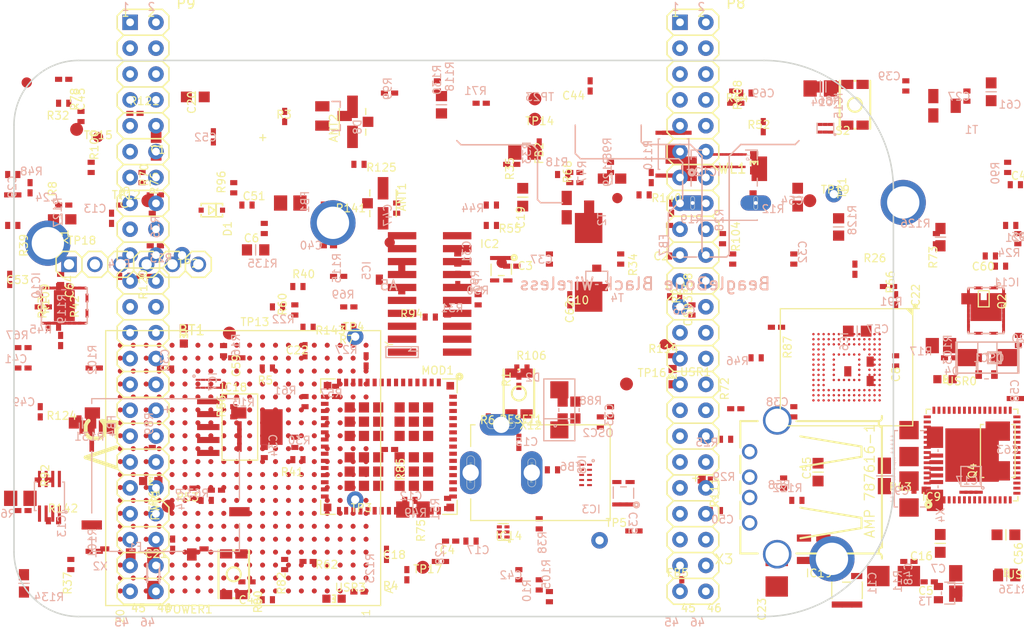
<source format=kicad_pcb>
(kicad_pcb (version 20171130) (host pcbnew "(5.1.2-1)-1")
  (layers (0 Top signal) (1 VDD signal) (2 Route3 signal) (3 Route14 signal) (4 DigitalGND signal) (31 Bottom signal) (34 B.Paste user hide) (35 F.Paste user hide) (36 B.SilkS user hide) (37 F.SilkS user hide) (38 B.Mask user hide) (39 F.Mask user hide) (44 Edge.Cuts user hide))
  (net 0 "")
  (net 1 GND)
  (net 2 AGND)
  (net 3 VDD_3V3A)
  (net 4 VDD_CORE)
  (net 5 VDD_1V8)
  (net 6 VDD_RTC)
  (net 7 VDDS_DDR)
  (net 8 VDDS_PLL)
  (net 9 VDD_MPU)
  (net 10 VDD_ADC)
  (net 11 USB_DC)
  (net 12 VDD_5V)
  (net 13 VDD_3V3B)
  (net 14 VDD_3V3AUX)
  (net 15 SYS_5V)
  (net 16 HDMI_1V8)
  (net 17 CGND)
  (net 18 3.3V-WIFI)
  (net 19 1.8V-WIFI)
  (net 20 "Net-(FUD1-PadP$1)")
  (net 21 "Net-(FUD2-PadP$1)")
  (net 22 "Net-(FUD3-PadP$1)")
  (net 23 "Net-(C3-Pad2)")
  (net 24 "Net-(C3-Pad1)")
  (net 25 "Net-(C4-Pad1)")
  (net 26 /XDMA_EVENT_INTRO)
  (net 27 "Net-(FB5-Pad1)")
  (net 28 "Net-(R92-Pad1)")
  (net 29 "Net-(R96-Pad1)")
  (net 30 "Net-(R100-Pad1)")
  (net 31 /SYS_RESET#)
  (net 32 /USR3)
  (net 33 /USR2)
  (net 34 /USR1)
  (net 35 /I2C0_SCL)
  (net 36 /I2C0_SDA)
  (net 37 "Net-(C6-Pad1)")
  (net 38 "Net-(C5-Pad1)")
  (net 39 "Net-(C5-Pad2)")
  (net 40 /PMIC_PGOOD)
  (net 41 /LDO_PGOOD)
  (net 42 /PWR_BUT)
  (net 43 "Net-(IC1-PadY20)")
  (net 44 /PMIC_NWAKEUP)
  (net 45 /PMIC_INT)
  (net 46 "Net-(IC1-PadC6)")
  (net 47 "Net-(IC1-PadY19)")
  (net 48 "Net-(IC1-PadC18)")
  (net 49 /I2C2_SDA)
  (net 50 "Net-(IC1-PadE18)")
  (net 51 /SD.D2)
  (net 52 /SD.CMD)
  (net 53 /WL_IRQ.SIP)
  (net 54 /WL_SDIO_D1.SIP)
  (net 55 /WL_EN.SIP)
  (net 56 /LS_BUF_OE)
  (net 57 /BT_HCI_RTS.SIP)
  (net 58 /USB.CLIENT.D-)
  (net 59 "Net-(IC1-PadP18)")
  (net 60 /USB.HOST.D-)
  (net 61 /USB1_VBUS)
  (net 62 /GPIO1_28)
  (net 63 /UART2_RXD)
  (net 64 /UART2_TXD)
  (net 65 /I2C2_SCL)
  (net 66 /UART0_RST#)
  (net 67 /SD.D3)
  (net 68 /SD.CLK)
  (net 69 /NC2)
  (net 70 /WL_SDIO_D0.SIP)
  (net 71 /BT_EN.SIP)
  (net 72 /BT_HCI_RX.SIP)
  (net 73 /BT_HCI_CTS.SIP)
  (net 74 /USB.CLIENT.D+)
  (net 75 "Net-(IC1-PadP17)")
  (net 76 /USB.HOST.D+)
  (net 77 /UART4_RXD)
  (net 78 /UART4_TXD)
  (net 79 /HDMICLK_DIS#)
  (net 80 "Net-(IC1-PadY17)")
  (net 81 /I2C1_SCL)
  (net 82 /I2C1_SDA)
  (net 83 /UART1_RXD)
  (net 84 /UART0_TXD)
  (net 85 "Net-(IC1-PadF16)")
  (net 86 /SD.D0)
  (net 87 /WL_SDIO_D3.SIP)
  (net 88 /WL_SDIO_CMD.SIP)
  (net 89 /NC1)
  (net 90 /BT_HCI_TX.SIP)
  (net 91 /NC3)
  (net 92 /USB.CLIENT.ID)
  (net 93 /USB1_OC#)
  (net 94 /HDMI_INT)
  (net 95 "Net-(IC1-PadY16)")
  (net 96 /SD.CD)
  (net 97 /UART1_TXD)
  (net 98 /UART0_RXD)
  (net 99 /USB1_DRVVBUS)
  (net 100 /SD.D1)
  (net 101 "Net-(IC1-PadH15)")
  (net 102 /NC4)
  (net 103 /WL_SDIO_D2.SIP)
  (net 104 /WL_SDIO_CLK.SIP)
  (net 105 "Net-(IC1-PadM15)")
  (net 106 "Net-(IC1-PadN15)")
  (net 107 "Net-(IC1-PadP15)")
  (net 108 "Net-(IC1-PadR15)")
  (net 109 /USR0)
  (net 110 /GPIO3_21)
  (net 111 /JTAG_EMU1)
  (net 112 /JTAG_EMU0)
  (net 113 "Net-(FB7-Pad2)")
  (net 114 "Net-(IC1-PadE14)")
  (net 115 "Net-(IC1-PadF14)")
  (net 116 "Net-(IC1-PadG14)")
  (net 117 "Net-(IC1-PadH14)")
  (net 118 "Net-(IC1-PadJ14)")
  (net 119 "Net-(IC1-PadK14)")
  (net 120 "Net-(IC1-PadL14)")
  (net 121 "Net-(IC1-PadP14)")
  (net 122 "Net-(IC1-PadR14)")
  (net 123 /EHRPWM1B)
  (net 124 /EHRPWM1A)
  (net 125 /GPIO1_17)
  (net 126 "Net-(IC1-PadY14)")
  (net 127 /SPI1_SCLK)
  (net 128 /SPI1_D0)
  (net 129 /GPIO3_19)
  (net 130 "Net-(IC1-PadD13)")
  (net 131 "Net-(IC1-PadE13)")
  (net 132 "Net-(IC1-PadF13)")
  (net 133 "Net-(IC1-PadG13)")
  (net 134 "Net-(IC1-PadH13)")
  (net 135 "Net-(IC1-PadJ13)")
  (net 136 "Net-(IC1-PadK13)")
  (net 137 "Net-(IC1-PadM13)")
  (net 138 "Net-(IC1-PadN13)")
  (net 139 "Net-(IC1-PadP13)")
  (net 140 /GPIO1_16.SIP)
  (net 141 /GPIO2_0.SIP)
  (net 142 /GPIO1_15)
  (net 143 /GPIO1_14)
  (net 144 "Net-(IC1-PadY13)")
  (net 145 /JTAG_TCK)
  (net 146 "Net-(IC1-PadB12)")
  (net 147 /SPI1_CS0)
  (net 148 /SPI1_D1)
  (net 149 "Net-(IC1-PadE12)")
  (net 150 "Net-(IC1-PadF12)")
  (net 151 "Net-(IC1-PadJ12)")
  (net 152 "Net-(IC1-PadK12)")
  (net 153 "Net-(IC1-PadN12)")
  (net 154 "Net-(IC1-PadP12)")
  (net 155 /GPIO1_13)
  (net 156 /GPIO1_12)
  (net 157 /GPIO0_27)
  (net 158 /GPIO2_1)
  (net 159 /JTAG_TDO)
  (net 160 /JTAG_TDI)
  (net 161 /JTAG_TMS)
  (net 162 "Net-(IC1-PadD11)")
  (net 163 "Net-(IC1-PadE11)")
  (net 164 "Net-(IC1-PadF11)")
  (net 165 "Net-(IC1-PadH11)")
  (net 166 "Net-(IC1-PadM11)")
  (net 167 "Net-(IC1-PadP11)")
  (net 168 "Net-(IC1-PadR11)")
  (net 169 /GPIO0_26)
  (net 170 "Net-(IC1-PadU11)")
  (net 171 "Net-(IC1-PadV11)")
  (net 172 /JTAG_TRSTN)
  (net 173 "Net-(IC1-PadC10)")
  (net 174 "Net-(IC1-PadE10)")
  (net 175 "Net-(IC1-PadG10)")
  (net 176 "Net-(IC1-PadP10)")
  (net 177 "Net-(IC1-PadR10)")
  (net 178 /EHRPWM2B)
  (net 179 /EHRPWM2A)
  (net 180 "Net-(IC1-PadV10)")
  (net 181 "Net-(IC1-PadC9)")
  (net 182 "Net-(IC1-PadD9)")
  (net 183 "Net-(IC1-PadF9)")
  (net 184 "Net-(IC1-PadL9)")
  (net 185 "Net-(IC1-PadN9)")
  (net 186 "Net-(IC1-PadP9)")
  (net 187 /MMC1_DAT6)
  (net 188 /MMC1_DAT7)
  (net 189 /MMC1_CLK)
  (net 190 /MMC1_CMD)
  (net 191 /AIN6)
  (net 192 /AIN5)
  (net 193 /AIN4)
  (net 194 "Net-(IC1-PadK8)")
  (net 195 "Net-(IC1-PadL8)")
  (net 196 "Net-(IC1-PadN8)")
  (net 197 "Net-(IC1-PadP8)")
  (net 198 /MMC1_DAT2)
  (net 199 /MMC1_DAT3)
  (net 200 /MMC1_DAT4)
  (net 201 /MMC1_DAT5)
  (net 202 /AIN3)
  (net 203 /AIN2)
  (net 204 /AIN1)
  (net 205 "Net-(IC1-PadD7)")
  (net 206 "Net-(IC1-PadF7)")
  (net 207 "Net-(IC1-PadG7)")
  (net 208 "Net-(IC1-PadL7)")
  (net 209 /TIMER4)
  (net 210 /TIMER7)
  (net 211 /MMC1_DAT0)
  (net 212 /MMC1_DAT1)
  (net 213 /AIN0)
  (net 214 "Net-(IC1-PadD6)")
  (net 215 "Net-(IC1-PadE6)")
  (net 216 "Net-(IC1-PadG6)")
  (net 217 "Net-(IC1-PadK6)")
  (net 218 "Net-(IC1-PadL6)")
  (net 219 /MCU.LCD.EN)
  (net 220 /TIMER5)
  (net 221 /TIMER6)
  (net 222 /GPIO1_29)
  (net 223 "Net-(IC1-PadD5)")
  (net 224 "Net-(IC1-PadE5)")
  (net 225 "Net-(IC1-PadF5)")
  (net 226 "Net-(IC1-PadG5)")
  (net 227 "Net-(IC1-PadJ5)")
  (net 228 "Net-(IC1-PadK5)")
  (net 229 "Net-(IC1-PadL5)")
  (net 230 "Net-(IC1-PadM5)")
  (net 231 /MCU.LCD.HS)
  (net 232 /LCD.D15.R4--R7)
  (net 233 /MCU.LCD.VS)
  (net 234 /MCU.LCD.CLK)
  (net 235 "Net-(IC1-PadB4)")
  (net 236 "Net-(IC1-PadC4)")
  (net 237 "Net-(IC1-PadD4)")
  (net 238 "Net-(IC1-PadE4)")
  (net 239 "Net-(IC1-PadF4)")
  (net 240 "Net-(IC1-PadG4)")
  (net 241 "Net-(IC1-PadH4)")
  (net 242 "Net-(IC1-PadJ4)")
  (net 243 "Net-(IC1-PadK4)")
  (net 244 "Net-(IC1-PadL4)")
  (net 245 "Net-(IC1-PadM4)")
  (net 246 "Net-(IC1-PadN4)")
  (net 247 "Net-(IC1-PadP4)")
  (net 248 /LCD.D3.B3--B6)
  (net 249 /LCD.D7.G2--G4)
  (net 250 /LCD.D11.R0--R3)
  (net 251 /LCD.D14.R3--R6)
  (net 252 "Net-(IC1-PadA3)")
  (net 253 "Net-(IC1-PadB3)")
  (net 254 "Net-(IC1-PadC3)")
  (net 255 "Net-(IC1-PadD3)")
  (net 256 "Net-(IC1-PadE3)")
  (net 257 "Net-(IC1-PadF3)")
  (net 258 "Net-(IC1-PadG3)")
  (net 259 "Net-(IC1-PadH3)")
  (net 260 "Net-(IC1-PadJ3)")
  (net 261 "Net-(IC1-PadK3)")
  (net 262 "Net-(IC1-PadL3)")
  (net 263 "Net-(IC1-PadM3)")
  (net 264 "Net-(IC1-PadN3)")
  (net 265 "Net-(IC1-PadP3)")
  (net 266 /LCD.D2.B2--B5)
  (net 267 /LCD.D6.G1--G3)
  (net 268 /LCD.D10.G5--G7)
  (net 269 /LCD.D13.R2--R5)
  (net 270 /VIN_BAT)
  (net 271 "Net-(IC1-PadA2)")
  (net 272 "Net-(IC1-PadB2)")
  (net 273 "Net-(IC1-PadC2)")
  (net 274 "Net-(IC1-PadD2)")
  (net 275 "Net-(IC1-PadE2)")
  (net 276 "Net-(IC1-PadF2)")
  (net 277 "Net-(IC1-PadG2)")
  (net 278 "Net-(IC1-PadH2)")
  (net 279 "Net-(IC1-PadJ2)")
  (net 280 "Net-(IC1-PadK2)")
  (net 281 "Net-(IC1-PadL2)")
  (net 282 "Net-(IC1-PadM2)")
  (net 283 "Net-(IC1-PadN2)")
  (net 284 "Net-(IC1-PadP2)")
  (net 285 /LCD.D1.B1--B4)
  (net 286 /LCD.D5.G0--G2)
  (net 287 /LCD.D9.G4--G6)
  (net 288 /LCD.D12.R1--R4)
  (net 289 "Net-(IC1-PadB1)")
  (net 290 "Net-(IC1-PadC1)")
  (net 291 "Net-(IC1-PadD1)")
  (net 292 "Net-(IC1-PadE1)")
  (net 293 "Net-(IC1-PadF1)")
  (net 294 "Net-(IC1-PadG1)")
  (net 295 "Net-(IC1-PadH1)")
  (net 296 "Net-(IC1-PadJ1)")
  (net 297 "Net-(IC1-PadK1)")
  (net 298 "Net-(IC1-PadL1)")
  (net 299 "Net-(IC1-PadM1)")
  (net 300 "Net-(IC1-PadN1)")
  (net 301 "Net-(IC1-PadP1)")
  (net 302 /LCD.D0.B0--B3)
  (net 303 /LCD.D4.B4--B7)
  (net 304 /LCD.D8.G3--G5)
  (net 305 /BAT_TEMP)
  (net 306 /BAT_VOLT)
  (net 307 "Net-(R88-Pad2)")
  (net 308 /CLKOUT2)
  (net 309 "Net-(IC3-Pad4)")
  (net 310 /EMMC_RSTN)
  (net 311 "Net-(R104-Pad1)")
  (net 312 "Net-(C69-Pad1)")
  (net 313 /GPIO0_7)
  (net 314 /LCD.CLOCK)
  (net 315 /LCD.VSYNC)
  (net 316 /LCD.HSYNC)
  (net 317 /LCD.ENABLE)
  (net 318 "Net-(IC5-Pad1)")
  (net 319 "Net-(IC5-Pad2)")
  (net 320 "Net-(IC6-Pad1)")
  (net 321 "Net-(IC6-Pad2)")
  (net 322 "Net-(IC4-Pad5)")
  (net 323 "Net-(FUD4-PadP$1)")
  (net 324 "Net-(FUD5-PadP$1)")
  (net 325 "Net-(FUD6-PadP$1)")
  (net 326 "Net-(IC7-Pad10)")
  (net 327 "Net-(IC7-Pad9)")
  (net 328 "Net-(IC7-Pad7)")
  (net 329 "Net-(IC7-Pad6)")
  (net 330 /TX2+)
  (net 331 /TX2-)
  (net 332 /TX1+)
  (net 333 /TX1-)
  (net 334 "Net-(IC8-Pad10)")
  (net 335 "Net-(IC8-Pad9)")
  (net 336 "Net-(IC8-Pad7)")
  (net 337 "Net-(IC8-Pad6)")
  (net 338 /TX0+)
  (net 339 /TX0-)
  (net 340 /TXC+)
  (net 341 /TXC-)
  (net 342 /TEST)
  (net 343 /EXT_SWING)
  (net 344 "Net-(IC9-Pad33)")
  (net 345 "Net-(IC9-Pad32)")
  (net 346 /HPD)
  (net 347 /CEC)
  (net 348 "Net-(IC9-Pad28)")
  (net 349 /12MHZ)
  (net 350 "Net-(IC9-Pad26)")
  (net 351 "Net-(C58-Pad1)")
  (net 352 "Net-(IC14-Pad5)")
  (net 353 "Net-(IC15-Pad5)")
  (net 354 "Net-(IC15-Pad3)")
  (net 355 /RX<-TX)
  (net 356 /TX->RX)
  (net 357 "Net-(D1-PadA)")
  (net 358 "Net-(OSC1-Pad3)")
  (net 359 "Net-(FB6-Pad1)")
  (net 360 /12M_LOOP)
  (net 361 /GPIO1_16)
  (net 362 "Net-(X1-Pad6)")
  (net 363 "Net-(X1-Pad3)")
  (net 364 "Net-(X1-Pad2)")
  (net 365 /DVI_5V)
  (net 366 "Net-(FB3-Pad2)")
  (net 367 "Net-(P2-Pad6)")
  (net 368 "Net-(MOD1-Pad62)")
  (net 369 "Net-(MOD1-Pad60)")
  (net 370 "Net-(MOD1-Pad58)")
  (net 371 "Net-(MOD1-Pad57)")
  (net 372 "Net-(MOD1-Pad56)")
  (net 373 "Net-(MOD1-Pad53)")
  (net 374 "Net-(MOD1-Pad52)")
  (net 375 "Net-(MOD1-Pad51)")
  (net 376 "Net-(MOD1-Pad50)")
  (net 377 "Net-(MOD1-Pad43)")
  (net 378 "Net-(MOD1-Pad42)")
  (net 379 /BT_EN)
  (net 380 /WL_EN)
  (net 381 /32.768KHZ)
  (net 382 "Net-(C46-Pad2)")
  (net 383 "Net-(MOD1-Pad27)")
  (net 384 "Net-(MOD1-Pad26)")
  (net 385 "Net-(MOD1-Pad25)")
  (net 386 "Net-(MOD1-Pad22)")
  (net 387 "Net-(MOD1-Pad21)")
  (net 388 "Net-(C60-Pad2)")
  (net 389 "Net-(MOD1-Pad14)")
  (net 390 "Net-(MOD1-Pad13)")
  (net 391 "Net-(MOD1-Pad12)")
  (net 392 "Net-(MOD1-Pad11)")
  (net 393 "Net-(MOD1-Pad10)")
  (net 394 "Net-(MOD1-Pad8)")
  (net 395 "Net-(MOD1-Pad6)")
  (net 396 "Net-(MOD1-Pad5)")
  (net 397 "Net-(MOD1-Pad4)")
  (net 398 "Net-(MOD1-Pad3)")
  (net 399 "Net-(MOD1-Pad2)")
  (net 400 "Net-(X5-Pad2)")
  (net 401 "Net-(IC10-Pad20)")
  (net 402 "Net-(IC10-Pad18)")
  (net 403 "Net-(IC10-Pad17)")
  (net 404 "Net-(IC10-Pad16)")
  (net 405 "Net-(IC10-Pad15)")
  (net 406 "Net-(IC10-Pad14)")
  (net 407 "Net-(IC10-Pad13)")
  (net 408 "Net-(IC10-Pad12)")
  (net 409 "Net-(IC10-Pad10)")
  (net 410 "Net-(IC10-Pad9)")
  (net 411 "Net-(IC10-Pad8)")
  (net 412 /WL_SDIO_CMD)
  (net 413 /WL_SDIO_CLK)
  (net 414 /WL_SDIO_D3)
  (net 415 /WL_SDIO_D2)
  (net 416 /WL_SDIO_D1)
  (net 417 /WL_SDIO_D0)
  (net 418 "Net-(IC11-Pad18)")
  (net 419 "Net-(IC11-Pad17)")
  (net 420 "Net-(IC11-Pad12)")
  (net 421 /WL_IRQ)
  (net 422 /BT_HCI_CTS)
  (net 423 /BT_HCI_TX)
  (net 424 /BT_HCI_RTS)
  (net 425 /SLOW_CLK)
  (net 426 /BT_HCI_RX)
  (net 427 "Net-(IC18-Pad1)")
  (net 428 "Net-(OSC2-Pad1)")
  (net 429 "Net-(IC18-Pad5)")
  (net 430 /5V_IN)
  (net 431 /SELECT_5V)
  (net 432 "Net-(D8-Pad1)")
  (net 433 "Net-(ANT1-PadSIG)")
  (net 434 "Net-(ANT2-PadSIG)")
  (net 435 "Net-(T3-PadD)")
  (net 436 "Net-(R125-Pad1)")
  (net 437 "Net-(IC19-Pad4)")
  (net 438 "Net-(X12-PadOUT_CON)")
  (net 439 "Net-(PWR1-PadK)")
  (net 440 "Net-(BT1-PadK)")
  (net 441 "Net-(BT1-PadA)")
  (module BeagleBone_Black_Wireless_WoTraces:FIDUCIAL_40MIL (layer Top) (at 169.216000 105.571600 90.000000)
    (fp_text reference FUD1 hide)
    (fp_text value FIDUCIAL hide)
    (pad P$1 smd roundrect (at 0 0) (size 1.016 1.016) (layers Top F.Paste F.Mask) (roundrect_rratio 0.5) (net 20 "Net-(FUD1-PadP$1)"))
  )
  (module BeagleBone_Black_Wireless_WoTraces:FIDUCIAL_40MIL (layer Top) (at 153.216000 97.571600 90.000000)
    (fp_text reference FUD2 hide)
    (fp_text value FIDUCIAL hide)
    (pad P$1 smd roundrect (at 0 0 270) (size 1.016 1.016) (layers Top F.Paste F.Mask) (roundrect_rratio 0.5) (net 21 "Net-(FUD2-PadP$1)"))
  )
  (module BeagleBone_Black_Wireless_WoTraces:FIDUCIAL_40MIL (layer Top) (at 106.571600 79.867100 180.000000)
    (fp_text reference FUD3 hide)
    (fp_text value FIDUCIAL hide)
    (pad P$1 smd roundrect (at 0 0) (size 1.016 1.016) (layers Top F.Paste F.Mask) (roundrect_rratio 0.5) (net 22 "Net-(FUD3-PadP$1)"))
  )
  (module BeagleBone_Black_Wireless_WoTraces:C0402K (layer Top) (at 154.200000 97.900000 180.000000)
    (fp_text reference C3 (at -0.5 -0.425) (layer F.SilkS) (effects (font (size 0.77216 0.77216) (thickness 0.115824)) (justify left bottom)))
    (fp_text value "18pF, 50V")
    (pad 2 smd rect (at 0.5 0 270) (size 0.5 0.7) (layers Top F.Paste F.Mask) (net 23 "Net-(C3-Pad2)"))
    (pad 1 smd rect (at -0.5 0 270) (size 0.5 0.7) (layers Top F.Paste F.Mask) (net 24 "Net-(C3-Pad1)"))
  )
  (module BeagleBone_Black_Wireless_WoTraces:C0402K (layer Top) (at 148.200000 124.900000 180.000000)
    (fp_text reference C4 (at -0.5 -0.425) (layer F.SilkS) (effects (font (size 0.77216 0.77216) (thickness 0.115824)) (justify right top)))
    (fp_text value "18pF, 50V")
    (pad 2 smd rect (at 0.5 0 90) (size 0.5 0.7) (layers Top F.Paste F.Mask) (net 23 "Net-(C3-Pad2)"))
    (pad 1 smd rect (at -0.5 0 90) (size 0.5 0.7) (layers Top F.Paste F.Mask) (net 25 "Net-(C4-Pad1)"))
  )
  (module BeagleBone_Black_Wireless_WoTraces:R0402 (layer Top) (at 170.900000 128.200000 270.000000)
    (fp_text reference FB5 (at -0.635 -0.762) (layer F.SilkS) (effects (font (size 0.77216 0.77216) (thickness 0.115824)) (justify right top)))
    (fp_text value "1k BLM15AG102SN1D")
    (pad 2 smd rect (at 0.5 0) (size 0.5 0.7) (layers Top F.Paste F.Mask) (net 26 /XDMA_EVENT_INTRO))
    (pad 1 smd rect (at -0.5 0) (size 0.5 0.7) (layers Top F.Paste F.Mask) (net 27 "Net-(FB5-Pad1)"))
  )
  (module BeagleBone_Black_Wireless_WoTraces:0603-LED (layer Top) (at 136.750000 130.556100 270.000000)
    (fp_text reference USR3 (at -0.65 0) (layer F.SilkS) (effects (font (size 0.77216 0.77216) (thickness 0.115824)) (justify left bottom)))
    (fp_text value LTST-C191TBKT)
    (pad K smd rect (at 0 0.75 270) (size 0.8 0.8) (layers Top F.Paste F.Mask))
    (pad A smd rect (at 0 -0.75 270) (size 0.8 0.8) (layers Top F.Paste F.Mask) (net 28 "Net-(R92-Pad1)"))
  )
  (module BeagleBone_Black_Wireless_WoTraces:0603-LED (layer Top) (at 202.750000 128.000000 90.000000)
    (fp_text reference USR2 (at -0.65 0) (layer F.SilkS) (effects (font (size 0.77216 0.77216) (thickness 0.115824)) (justify left bottom)))
    (fp_text value LTST-C191TBKT)
    (pad K smd rect (at 0 0.75 270) (size 0.8 0.8) (layers Top F.Paste F.Mask))
    (pad A smd rect (at 0 -0.75 270) (size 0.8 0.8) (layers Top F.Paste F.Mask) (net 29 "Net-(R96-Pad1)"))
  )
  (module BeagleBone_Black_Wireless_WoTraces:0603-LED (layer Top) (at 170.000000 108.750000 180.000000)
    (fp_text reference USR1 (at -0.65 0) (layer F.SilkS) (effects (font (size 0.77216 0.77216) (thickness 0.115824)) (justify left bottom)))
    (fp_text value LTST-C191TBKT)
    (pad K smd rect (at 0 0.75 270) (size 0.8 0.8) (layers Top F.Paste F.Mask))
    (pad A smd rect (at 0 -0.75 270) (size 0.8 0.8) (layers Top F.Paste F.Mask) (net 30 "Net-(R100-Pad1)"))
  )
  (module BeagleBone_Black_Wireless_WoTraces:0603-LED (layer Top) (at 118.750000 119.000000 90.000000)
    (fp_text reference PWR1 (at -0.65 0 90) (layer F.SilkS) (effects (font (size 0.77216 0.77216) (thickness 0.115824)) (justify right top)))
    (fp_text value LTST-C191TBKT)
    (pad K smd rect (at 0 0.75 270) (size 0.8 0.8) (layers Top F.Paste F.Mask) (net 439 "Net-(PWR1-PadK)"))
    (pad A smd rect (at 0 -0.75 270) (size 0.8 0.8) (layers Top F.Paste F.Mask))
  )
  (module BeagleBone_Black_Wireless_WoTraces:R0402 (layer Top) (at 110.200000 81.900000 180.000000)
    (fp_text reference R32 (at -0.635 -0.762) (layer F.SilkS) (effects (font (size 0.77216 0.77216) (thickness 0.115824)) (justify right top)))
    (fp_text value "10k, 1%")
    (pad 2 smd rect (at 0.5 0) (size 0.5 0.7) (layers Top F.Paste F.Mask) (net 31 /SYS_RESET#))
    (pad 1 smd rect (at -0.5 0) (size 0.5 0.7) (layers Top F.Paste F.Mask))
  )
  (module BeagleBone_Black_Wireless_WoTraces:R0402 (layer Top) (at 108.200000 118.900000 180.000000)
    (fp_text reference R92 (at -0.635 -0.762 90) (layer F.SilkS) (effects (font (size 0.77216 0.77216) (thickness 0.115824)) (justify left bottom)))
    (fp_text value 1k)
    (pad 2 smd rect (at 0.5 0 90) (size 0.5 0.7) (layers Top F.Paste F.Mask) (net 32 /USR3))
    (pad 1 smd rect (at -0.5 0 90) (size 0.5 0.7) (layers Top F.Paste F.Mask) (net 28 "Net-(R92-Pad1)"))
  )
  (module BeagleBone_Black_Wireless_WoTraces:R0402 (layer Top) (at 126.900000 90.200000 90.000000)
    (fp_text reference R96 (at -0.635 -0.762 90) (layer F.SilkS) (effects (font (size 0.77216 0.77216) (thickness 0.115824)) (justify left bottom)))
    (fp_text value 1k)
    (pad 2 smd rect (at 0.5 0 90) (size 0.5 0.7) (layers Top F.Paste F.Mask) (net 33 /USR2))
    (pad 1 smd rect (at -0.5 0 90) (size 0.5 0.7) (layers Top F.Paste F.Mask) (net 29 "Net-(R96-Pad1)"))
  )
  (module BeagleBone_Black_Wireless_WoTraces:R0402 (layer Top) (at 112.900000 88.200000 270.000000)
    (fp_text reference R100 (at -0.635 -0.762 90) (layer F.SilkS) (effects (font (size 0.77216 0.77216) (thickness 0.115824)) (justify left bottom)))
    (fp_text value 1k)
    (pad 2 smd rect (at 0.5 0 90) (size 0.5 0.7) (layers Top F.Paste F.Mask) (net 34 /USR1))
    (pad 1 smd rect (at -0.5 0 90) (size 0.5 0.7) (layers Top F.Paste F.Mask) (net 30 "Net-(R100-Pad1)"))
  )
  (module BeagleBone_Black_Wireless_WoTraces:R0402 (layer Top) (at 133.200000 116.900000 180.000000)
    (fp_text reference R41 (at -0.635 -0.762) (layer F.SilkS) (effects (font (size 0.77216 0.77216) (thickness 0.115824)) (justify right top)))
    (fp_text value "1.5k, 1%")
    (pad 2 smd rect (at 0.5 0) (size 0.5 0.7) (layers Top F.Paste F.Mask) (net 35 /I2C0_SCL))
    (pad 1 smd rect (at -0.5 0) (size 0.5 0.7) (layers Top F.Paste F.Mask))
  )
  (module BeagleBone_Black_Wireless_WoTraces:R0402 (layer Top) (at 110.200000 99.900000 180.000000)
    (fp_text reference R42 (at -0.635 -0.762 90) (layer F.SilkS) (effects (font (size 0.77216 0.77216) (thickness 0.115824)) (justify right top)))
    (fp_text value "1.5k, 1%")
    (pad 2 smd rect (at 0.5 0) (size 0.5 0.7) (layers Top F.Paste F.Mask) (net 36 /I2C0_SDA))
    (pad 1 smd rect (at -0.5 0) (size 0.5 0.7) (layers Top F.Paste F.Mask))
  )
  (module BeagleBone_Black_Wireless_WoTraces:CRYSTAL_3.2X1.5 (layer Top) (at 200.550000 101.100000 180.000000)
    (fp_text reference Q2 (at -2.246875 -1.115625 90) (layer F.SilkS) (effects (font (size 0.77216 0.77216) (thickness 0.115824)) (justify left bottom)))
    (fp_text value 32.768kHz)
    (pad P$2 smd rect (at 1.25 0 270) (size 1.1 1.9) (layers Top F.Paste F.Mask) (net 37 "Net-(C6-Pad1)"))
    (pad P$1 smd rect (at -1.25 0 270) (size 1.1 1.9) (layers Top F.Paste F.Mask) (net 38 "Net-(C5-Pad1)"))
  )
  (module BeagleBone_Black_Wireless_WoTraces:C0402K (layer Top) (at 129.900000 94.200000 90.000000)
    (fp_text reference C6 (at -0.5 -0.425) (layer F.SilkS) (effects (font (size 0.77216 0.77216) (thickness 0.115824)) (justify right top)))
    (fp_text value "18pF, 50V")
    (pad 2 smd rect (at 0.5 0 90) (size 0.5 0.7) (layers Top F.Paste F.Mask) (net 39 "Net-(C5-Pad2)"))
    (pad 1 smd rect (at -0.5 0 90) (size 0.5 0.7) (layers Top F.Paste F.Mask) (net 37 "Net-(C6-Pad1)"))
  )
  (module BeagleBone_Black_Wireless_WoTraces:C0402K (layer Top) (at 195.200000 128.900000 180.000000)
    (fp_text reference C5 (at -0.5 -0.425) (layer F.SilkS) (effects (font (size 0.77216 0.77216) (thickness 0.115824)) (justify right top)))
    (fp_text value "18pF, 50V")
    (pad 2 smd rect (at 0.5 0 270) (size 0.5 0.7) (layers Top F.Paste F.Mask) (net 39 "Net-(C5-Pad2)"))
    (pad 1 smd rect (at -0.5 0 270) (size 0.5 0.7) (layers Top F.Paste F.Mask) (net 38 "Net-(C5-Pad1)"))
  )
  (module BeagleBone_Black_Wireless_WoTraces:OSD3358 (layer Top) (at 127.827000 117.729100 90.000000)
    (fp_text reference IC1 hide)
    (fp_text value OSD3358 hide)
    (fp_text user 20 (at -13.7635 -12.065 90) (layer F.SilkS) (effects (font (size 0.77216 0.77216) (thickness 0.097536)) (justify right)))
    (fp_text user 1 (at -13.7635 12.065 90) (layer F.SilkS) (effects (font (size 0.77216 0.77216) (thickness 0.097536)) (justify right)))
    (fp_text user Y (at 12.1285 13.8905 90) (layer F.SilkS) (effects (font (size 0.77216 0.77216) (thickness 0.097536)) (justify top)))
    (fp_text user A (at -12.0015 13.8905 90) (layer F.SilkS) (effects (font (size 0.77216 0.77216) (thickness 0.097536)) (justify top)))
    (pad A20 smd roundrect (at -12.065 -12.065 90) (size 0.5 0.5) (layers Top F.Paste F.Mask) (roundrect_rratio 0.5) (net 40 /PMIC_PGOOD))
    (pad B20 smd roundrect (at -10.795 -12.065 90) (size 0.5 0.5) (layers Top F.Paste F.Mask) (roundrect_rratio 0.5) (net 41 /LDO_PGOOD))
    (pad C20 smd roundrect (at -9.525 -12.065 90) (size 0.5 0.5) (layers Top F.Paste F.Mask) (roundrect_rratio 0.5) (net 35 /I2C0_SCL))
    (pad D20 smd roundrect (at -8.255 -12.065 90) (size 0.5 0.5) (layers Top F.Paste F.Mask) (roundrect_rratio 0.5) (net 42 /PWR_BUT))
    (pad E20 smd roundrect (at -6.985 -12.065 90) (size 0.5 0.5) (layers Top F.Paste F.Mask) (roundrect_rratio 0.5))
    (pad F20 smd roundrect (at -5.715 -12.065 90) (size 0.5 0.5) (layers Top F.Paste F.Mask) (roundrect_rratio 0.5) (net 37 "Net-(C6-Pad1)"))
    (pad G20 smd roundrect (at -4.445 -12.065 90) (size 0.5 0.5) (layers Top F.Paste F.Mask) (roundrect_rratio 0.5) (net 39 "Net-(C5-Pad2)"))
    (pad H20 smd roundrect (at -3.175 -12.065 90) (size 0.5 0.5) (layers Top F.Paste F.Mask) (roundrect_rratio 0.5) (net 38 "Net-(C5-Pad1)"))
    (pad J20 smd roundrect (at -1.905 -12.065 90) (size 0.5 0.5) (layers Top F.Paste F.Mask) (roundrect_rratio 0.5))
    (pad K20 smd roundrect (at -0.635 -12.065 90) (size 0.5 0.5) (layers Top F.Paste F.Mask) (roundrect_rratio 0.5) (net 25 "Net-(C4-Pad1)"))
    (pad L20 smd roundrect (at 0.635 -12.065 90) (size 0.5 0.5) (layers Top F.Paste F.Mask) (roundrect_rratio 0.5) (net 23 "Net-(C3-Pad2)"))
    (pad M20 smd roundrect (at 1.905 -12.065 90) (size 0.5 0.5) (layers Top F.Paste F.Mask) (roundrect_rratio 0.5) (net 24 "Net-(C3-Pad1)"))
    (pad N20 smd roundrect (at 3.175 -12.065 90) (size 0.5 0.5) (layers Top F.Paste F.Mask) (roundrect_rratio 0.5))
    (pad P20 smd roundrect (at 4.445 -12.065 90) (size 0.5 0.5) (layers Top F.Paste F.Mask) (roundrect_rratio 0.5))
    (pad R20 smd roundrect (at 5.715 -12.065 90) (size 0.5 0.5) (layers Top F.Paste F.Mask) (roundrect_rratio 0.5))
    (pad T20 smd roundrect (at 6.985 -12.065 90) (size 0.5 0.5) (layers Top F.Paste F.Mask) (roundrect_rratio 0.5))
    (pad U20 smd roundrect (at 8.255 -12.065 90) (size 0.5 0.5) (layers Top F.Paste F.Mask) (roundrect_rratio 0.5))
    (pad V20 smd roundrect (at 9.525 -12.065 90) (size 0.5 0.5) (layers Top F.Paste F.Mask) (roundrect_rratio 0.5))
    (pad W20 smd roundrect (at 10.795 -12.065 90) (size 0.5 0.5) (layers Top F.Paste F.Mask) (roundrect_rratio 0.5))
    (pad Y20 smd roundrect (at 12.065 -12.065 90) (size 0.5 0.5) (layers Top F.Paste F.Mask) (roundrect_rratio 0.5) (net 43 "Net-(IC1-PadY20)"))
    (pad A19 smd roundrect (at -12.065 -10.795 90) (size 0.5 0.5) (layers Top F.Paste F.Mask) (roundrect_rratio 0.5) (net 44 /PMIC_NWAKEUP))
    (pad B19 smd roundrect (at -10.795 -10.795 90) (size 0.5 0.5) (layers Top F.Paste F.Mask) (roundrect_rratio 0.5) (net 45 /PMIC_INT))
    (pad C19 smd roundrect (at -9.525 -10.795 90) (size 0.5 0.5) (layers Top F.Paste F.Mask) (roundrect_rratio 0.5) (net 36 /I2C0_SDA))
    (pad D19 smd roundrect (at -8.255 -10.795 90) (size 0.5 0.5) (layers Top F.Paste F.Mask) (roundrect_rratio 0.5) (net 46 "Net-(IC1-PadC6)"))
    (pad E19 smd roundrect (at -6.985 -10.795 90) (size 0.5 0.5) (layers Top F.Paste F.Mask) (roundrect_rratio 0.5))
    (pad F19 smd roundrect (at -5.715 -10.795 90) (size 0.5 0.5) (layers Top F.Paste F.Mask) (roundrect_rratio 0.5))
    (pad G19 smd roundrect (at -4.445 -10.795 90) (size 0.5 0.5) (layers Top F.Paste F.Mask) (roundrect_rratio 0.5))
    (pad H19 smd roundrect (at -3.175 -10.795 90) (size 0.5 0.5) (layers Top F.Paste F.Mask) (roundrect_rratio 0.5))
    (pad J19 smd roundrect (at -1.905 -10.795 90) (size 0.5 0.5) (layers Top F.Paste F.Mask) (roundrect_rratio 0.5))
    (pad K19 smd roundrect (at -0.635 -10.795 90) (size 0.5 0.5) (layers Top F.Paste F.Mask) (roundrect_rratio 0.5))
    (pad L19 smd roundrect (at 0.635 -10.795 90) (size 0.5 0.5) (layers Top F.Paste F.Mask) (roundrect_rratio 0.5))
    (pad M19 smd roundrect (at 1.905 -10.795 90) (size 0.5 0.5) (layers Top F.Paste F.Mask) (roundrect_rratio 0.5))
    (pad N19 smd roundrect (at 3.175 -10.795 90) (size 0.5 0.5) (layers Top F.Paste F.Mask) (roundrect_rratio 0.5))
    (pad P19 smd roundrect (at 4.445 -10.795 90) (size 0.5 0.5) (layers Top F.Paste F.Mask) (roundrect_rratio 0.5))
    (pad R19 smd roundrect (at 5.715 -10.795 90) (size 0.5 0.5) (layers Top F.Paste F.Mask) (roundrect_rratio 0.5))
    (pad T19 smd roundrect (at 6.985 -10.795 90) (size 0.5 0.5) (layers Top F.Paste F.Mask) (roundrect_rratio 0.5))
    (pad U19 smd roundrect (at 8.255 -10.795 90) (size 0.5 0.5) (layers Top F.Paste F.Mask) (roundrect_rratio 0.5))
    (pad V19 smd roundrect (at 9.525 -10.795 90) (size 0.5 0.5) (layers Top F.Paste F.Mask) (roundrect_rratio 0.5))
    (pad W19 smd roundrect (at 10.795 -10.795 90) (size 0.5 0.5) (layers Top F.Paste F.Mask) (roundrect_rratio 0.5))
    (pad Y19 smd roundrect (at 12.065 -10.795 90) (size 0.5 0.5) (layers Top F.Paste F.Mask) (roundrect_rratio 0.5) (net 47 "Net-(IC1-PadY19)"))
    (pad A18 smd roundrect (at -12.065 -9.525 90) (size 0.5 0.5) (layers Top F.Paste F.Mask) (roundrect_rratio 0.5))
    (pad B18 smd roundrect (at -10.795 -9.525 90) (size 0.5 0.5) (layers Top F.Paste F.Mask) (roundrect_rratio 0.5) (net 45 /PMIC_INT))
    (pad C18 smd roundrect (at -9.525 -9.525 90) (size 0.5 0.5) (layers Top F.Paste F.Mask) (roundrect_rratio 0.5) (net 48 "Net-(IC1-PadC18)"))
    (pad D18 smd roundrect (at -8.255 -9.525 90) (size 0.5 0.5) (layers Top F.Paste F.Mask) (roundrect_rratio 0.5) (net 49 /I2C2_SDA))
    (pad E18 smd roundrect (at -6.985 -9.525 90) (size 0.5 0.5) (layers Top F.Paste F.Mask) (roundrect_rratio 0.5) (net 50 "Net-(IC1-PadE18)"))
    (pad F18 smd roundrect (at -5.715 -9.525 90) (size 0.5 0.5) (layers Top F.Paste F.Mask) (roundrect_rratio 0.5) (net 51 /SD.D2))
    (pad G18 smd roundrect (at -4.445 -9.525 90) (size 0.5 0.5) (layers Top F.Paste F.Mask) (roundrect_rratio 0.5) (net 52 /SD.CMD))
    (pad H18 smd roundrect (at -3.175 -9.525 90) (size 0.5 0.5) (layers Top F.Paste F.Mask) (roundrect_rratio 0.5) (net 53 /WL_IRQ.SIP))
    (pad J18 smd roundrect (at -1.905 -9.525 90) (size 0.5 0.5) (layers Top F.Paste F.Mask) (roundrect_rratio 0.5) (net 54 /WL_SDIO_D1.SIP))
    (pad K18 smd roundrect (at -0.635 -9.525 90) (size 0.5 0.5) (layers Top F.Paste F.Mask) (roundrect_rratio 0.5) (net 55 /WL_EN.SIP))
    (pad L18 smd roundrect (at 0.635 -9.525 90) (size 0.5 0.5) (layers Top F.Paste F.Mask) (roundrect_rratio 0.5) (net 56 /LS_BUF_OE))
    (pad M18 smd roundrect (at 1.905 -9.525 90) (size 0.5 0.5) (layers Top F.Paste F.Mask) (roundrect_rratio 0.5) (net 57 /BT_HCI_RTS.SIP))
    (pad N18 smd roundrect (at 3.175 -9.525 90) (size 0.5 0.5) (layers Top F.Paste F.Mask) (roundrect_rratio 0.5) (net 58 /USB.CLIENT.D-))
    (pad P18 smd roundrect (at 4.445 -9.525 90) (size 0.5 0.5) (layers Top F.Paste F.Mask) (roundrect_rratio 0.5) (net 59 "Net-(IC1-PadP18)"))
    (pad R18 smd roundrect (at 5.715 -9.525 90) (size 0.5 0.5) (layers Top F.Paste F.Mask) (roundrect_rratio 0.5) (net 60 /USB.HOST.D-))
    (pad T18 smd roundrect (at 6.985 -9.525 90) (size 0.5 0.5) (layers Top F.Paste F.Mask) (roundrect_rratio 0.5) (net 61 /USB1_VBUS))
    (pad U18 smd roundrect (at 8.255 -9.525 90) (size 0.5 0.5) (layers Top F.Paste F.Mask) (roundrect_rratio 0.5) (net 62 /GPIO1_28))
    (pad V18 smd roundrect (at 9.525 -9.525 90) (size 0.5 0.5) (layers Top F.Paste F.Mask) (roundrect_rratio 0.5))
    (pad W18 smd roundrect (at 10.795 -9.525 90) (size 0.5 0.5) (layers Top F.Paste F.Mask) (roundrect_rratio 0.5))
    (pad Y18 smd roundrect (at 12.065 -9.525 90) (size 0.5 0.5) (layers Top F.Paste F.Mask) (roundrect_rratio 0.5))
    (pad A17 smd roundrect (at -12.065 -8.255 90) (size 0.5 0.5) (layers Top F.Paste F.Mask) (roundrect_rratio 0.5) (net 63 /UART2_RXD))
    (pad B17 smd roundrect (at -10.795 -8.255 90) (size 0.5 0.5) (layers Top F.Paste F.Mask) (roundrect_rratio 0.5) (net 64 /UART2_TXD))
    (pad C17 smd roundrect (at -9.525 -8.255 90) (size 0.5 0.5) (layers Top F.Paste F.Mask) (roundrect_rratio 0.5) (net 36 /I2C0_SDA))
    (pad D17 smd roundrect (at -8.255 -8.255 90) (size 0.5 0.5) (layers Top F.Paste F.Mask) (roundrect_rratio 0.5) (net 65 /I2C2_SCL))
    (pad E17 smd roundrect (at -6.985 -8.255 90) (size 0.5 0.5) (layers Top F.Paste F.Mask) (roundrect_rratio 0.5) (net 66 /UART0_RST#))
    (pad F17 smd roundrect (at -5.715 -8.255 90) (size 0.5 0.5) (layers Top F.Paste F.Mask) (roundrect_rratio 0.5) (net 67 /SD.D3))
    (pad G17 smd roundrect (at -4.445 -8.255 90) (size 0.5 0.5) (layers Top F.Paste F.Mask) (roundrect_rratio 0.5) (net 68 /SD.CLK))
    (pad H17 smd roundrect (at -3.175 -8.255 90) (size 0.5 0.5) (layers Top F.Paste F.Mask) (roundrect_rratio 0.5) (net 69 /NC2))
    (pad J17 smd roundrect (at -1.905 -8.255 90) (size 0.5 0.5) (layers Top F.Paste F.Mask) (roundrect_rratio 0.5) (net 70 /WL_SDIO_D0.SIP))
    (pad K17 smd roundrect (at -0.635 -8.255 90) (size 0.5 0.5) (layers Top F.Paste F.Mask) (roundrect_rratio 0.5) (net 71 /BT_EN.SIP))
    (pad L17 smd roundrect (at 0.635 -8.255 90) (size 0.5 0.5) (layers Top F.Paste F.Mask) (roundrect_rratio 0.5) (net 72 /BT_HCI_RX.SIP))
    (pad M17 smd roundrect (at 1.905 -8.255 90) (size 0.5 0.5) (layers Top F.Paste F.Mask) (roundrect_rratio 0.5) (net 73 /BT_HCI_CTS.SIP))
    (pad N17 smd roundrect (at 3.175 -8.255 90) (size 0.5 0.5) (layers Top F.Paste F.Mask) (roundrect_rratio 0.5) (net 74 /USB.CLIENT.D+))
    (pad P17 smd roundrect (at 4.445 -8.255 90) (size 0.5 0.5) (layers Top F.Paste F.Mask) (roundrect_rratio 0.5) (net 75 "Net-(IC1-PadP17)"))
    (pad R17 smd roundrect (at 5.715 -8.255 90) (size 0.5 0.5) (layers Top F.Paste F.Mask) (roundrect_rratio 0.5) (net 76 /USB.HOST.D+))
    (pad T17 smd roundrect (at 6.985 -8.255 90) (size 0.5 0.5) (layers Top F.Paste F.Mask) (roundrect_rratio 0.5) (net 77 /UART4_RXD))
    (pad U17 smd roundrect (at 8.255 -8.255 90) (size 0.5 0.5) (layers Top F.Paste F.Mask) (roundrect_rratio 0.5) (net 78 /UART4_TXD))
    (pad V17 smd roundrect (at 9.525 -8.255 90) (size 0.5 0.5) (layers Top F.Paste F.Mask) (roundrect_rratio 0.5) (net 79 /HDMICLK_DIS#))
    (pad W17 smd roundrect (at 10.795 -8.255 90) (size 0.5 0.5) (layers Top F.Paste F.Mask) (roundrect_rratio 0.5))
    (pad Y17 smd roundrect (at 12.065 -8.255 90) (size 0.5 0.5) (layers Top F.Paste F.Mask) (roundrect_rratio 0.5) (net 80 "Net-(IC1-PadY17)"))
    (pad A16 smd roundrect (at -12.065 -6.985 90) (size 0.5 0.5) (layers Top F.Paste F.Mask) (roundrect_rratio 0.5) (net 81 /I2C1_SCL))
    (pad B16 smd roundrect (at -10.795 -6.985 90) (size 0.5 0.5) (layers Top F.Paste F.Mask) (roundrect_rratio 0.5) (net 82 /I2C1_SDA))
    (pad C16 smd roundrect (at -9.525 -6.985 90) (size 0.5 0.5) (layers Top F.Paste F.Mask) (roundrect_rratio 0.5) (net 35 /I2C0_SCL))
    (pad D16 smd roundrect (at -8.255 -6.985 90) (size 0.5 0.5) (layers Top F.Paste F.Mask) (roundrect_rratio 0.5) (net 83 /UART1_RXD))
    (pad E16 smd roundrect (at -6.985 -6.985 90) (size 0.5 0.5) (layers Top F.Paste F.Mask) (roundrect_rratio 0.5) (net 84 /UART0_TXD))
    (pad F16 smd roundrect (at -5.715 -6.985 90) (size 0.5 0.5) (layers Top F.Paste F.Mask) (roundrect_rratio 0.5) (net 85 "Net-(IC1-PadF16)"))
    (pad G16 smd roundrect (at -4.445 -6.985 90) (size 0.5 0.5) (layers Top F.Paste F.Mask) (roundrect_rratio 0.5) (net 86 /SD.D0))
    (pad H16 smd roundrect (at -3.175 -6.985 90) (size 0.5 0.5) (layers Top F.Paste F.Mask) (roundrect_rratio 0.5) (net 87 /WL_SDIO_D3.SIP))
    (pad J16 smd roundrect (at -1.905 -6.985 90) (size 0.5 0.5) (layers Top F.Paste F.Mask) (roundrect_rratio 0.5) (net 88 /WL_SDIO_CMD.SIP))
    (pad K16 smd roundrect (at -0.635 -6.985 90) (size 0.5 0.5) (layers Top F.Paste F.Mask) (roundrect_rratio 0.5) (net 89 /NC1))
    (pad L16 smd roundrect (at 0.635 -6.985 90) (size 0.5 0.5) (layers Top F.Paste F.Mask) (roundrect_rratio 0.5) (net 90 /BT_HCI_TX.SIP))
    (pad M16 smd roundrect (at 1.905 -6.985 90) (size 0.5 0.5) (layers Top F.Paste F.Mask) (roundrect_rratio 0.5) (net 91 /NC3))
    (pad N16 smd roundrect (at 3.175 -6.985 90) (size 0.5 0.5) (layers Top F.Paste F.Mask) (roundrect_rratio 0.5))
    (pad P16 smd roundrect (at 4.445 -6.985 90) (size 0.5 0.5) (layers Top F.Paste F.Mask) (roundrect_rratio 0.5) (net 92 /USB.CLIENT.ID))
    (pad R16 smd roundrect (at 5.715 -6.985 90) (size 0.5 0.5) (layers Top F.Paste F.Mask) (roundrect_rratio 0.5))
    (pad T16 smd roundrect (at 6.985 -6.985 90) (size 0.5 0.5) (layers Top F.Paste F.Mask) (roundrect_rratio 0.5) (net 93 /USB1_OC#))
    (pad U16 smd roundrect (at 8.255 -6.985 90) (size 0.5 0.5) (layers Top F.Paste F.Mask) (roundrect_rratio 0.5) (net 94 /HDMI_INT))
    (pad V16 smd roundrect (at 9.525 -6.985 90) (size 0.5 0.5) (layers Top F.Paste F.Mask) (roundrect_rratio 0.5) (net 32 /USR3))
    (pad W16 smd roundrect (at 10.795 -6.985 90) (size 0.5 0.5) (layers Top F.Paste F.Mask) (roundrect_rratio 0.5))
    (pad Y16 smd roundrect (at 12.065 -6.985 90) (size 0.5 0.5) (layers Top F.Paste F.Mask) (roundrect_rratio 0.5) (net 95 "Net-(IC1-PadY16)"))
    (pad A15 smd roundrect (at -12.065 -5.715 90) (size 0.5 0.5) (layers Top F.Paste F.Mask) (roundrect_rratio 0.5) (net 27 "Net-(FB5-Pad1)"))
    (pad B15 smd roundrect (at -10.795 -5.715 90) (size 0.5 0.5) (layers Top F.Paste F.Mask) (roundrect_rratio 0.5) (net 40 /PMIC_PGOOD))
    (pad C15 smd roundrect (at -9.525 -5.715 90) (size 0.5 0.5) (layers Top F.Paste F.Mask) (roundrect_rratio 0.5) (net 96 /SD.CD))
    (pad D15 smd roundrect (at -8.255 -5.715 90) (size 0.5 0.5) (layers Top F.Paste F.Mask) (roundrect_rratio 0.5) (net 97 /UART1_TXD))
    (pad E15 smd roundrect (at -6.985 -5.715 90) (size 0.5 0.5) (layers Top F.Paste F.Mask) (roundrect_rratio 0.5) (net 98 /UART0_RXD))
    (pad F15 smd roundrect (at -5.715 -5.715 90) (size 0.5 0.5) (layers Top F.Paste F.Mask) (roundrect_rratio 0.5) (net 99 /USB1_DRVVBUS))
    (pad G15 smd roundrect (at -4.445 -5.715 90) (size 0.5 0.5) (layers Top F.Paste F.Mask) (roundrect_rratio 0.5) (net 100 /SD.D1))
    (pad H15 smd roundrect (at -3.175 -5.715 90) (size 0.5 0.5) (layers Top F.Paste F.Mask) (roundrect_rratio 0.5) (net 101 "Net-(IC1-PadH15)"))
    (pad J15 smd roundrect (at -1.905 -5.715 90) (size 0.5 0.5) (layers Top F.Paste F.Mask) (roundrect_rratio 0.5) (net 102 /NC4))
    (pad K15 smd roundrect (at -0.635 -5.715 90) (size 0.5 0.5) (layers Top F.Paste F.Mask) (roundrect_rratio 0.5) (net 103 /WL_SDIO_D2.SIP))
    (pad L15 smd roundrect (at 0.635 -5.715 90) (size 0.5 0.5) (layers Top F.Paste F.Mask) (roundrect_rratio 0.5) (net 104 /WL_SDIO_CLK.SIP))
    (pad M15 smd roundrect (at 1.905 -5.715 90) (size 0.5 0.5) (layers Top F.Paste F.Mask) (roundrect_rratio 0.5) (net 105 "Net-(IC1-PadM15)"))
    (pad N15 smd roundrect (at 3.175 -5.715 90) (size 0.5 0.5) (layers Top F.Paste F.Mask) (roundrect_rratio 0.5) (net 106 "Net-(IC1-PadN15)"))
    (pad P15 smd roundrect (at 4.445 -5.715 90) (size 0.5 0.5) (layers Top F.Paste F.Mask) (roundrect_rratio 0.5) (net 107 "Net-(IC1-PadP15)"))
    (pad R15 smd roundrect (at 5.715 -5.715 90) (size 0.5 0.5) (layers Top F.Paste F.Mask) (roundrect_rratio 0.5) (net 108 "Net-(IC1-PadR15)"))
    (pad T15 smd roundrect (at 6.985 -5.715 90) (size 0.5 0.5) (layers Top F.Paste F.Mask) (roundrect_rratio 0.5) (net 33 /USR2))
    (pad U15 smd roundrect (at 8.255 -5.715 90) (size 0.5 0.5) (layers Top F.Paste F.Mask) (roundrect_rratio 0.5) (net 34 /USR1))
    (pad V15 smd roundrect (at 9.525 -5.715 90) (size 0.5 0.5) (layers Top F.Paste F.Mask) (roundrect_rratio 0.5) (net 109 /USR0))
    (pad W15 smd roundrect (at 10.795 -5.715 90) (size 0.5 0.5) (layers Top F.Paste F.Mask) (roundrect_rratio 0.5))
    (pad Y15 smd roundrect (at 12.065 -5.715 90) (size 0.5 0.5) (layers Top F.Paste F.Mask) (roundrect_rratio 0.5))
    (pad A14 smd roundrect (at -12.065 -4.445 90) (size 0.5 0.5) (layers Top F.Paste F.Mask) (roundrect_rratio 0.5) (net 110 /GPIO3_21))
    (pad B14 smd roundrect (at -10.795 -4.445 90) (size 0.5 0.5) (layers Top F.Paste F.Mask) (roundrect_rratio 0.5) (net 111 /JTAG_EMU1))
    (pad C14 smd roundrect (at -9.525 -4.445 90) (size 0.5 0.5) (layers Top F.Paste F.Mask) (roundrect_rratio 0.5) (net 112 /JTAG_EMU0))
    (pad D14 smd roundrect (at -8.255 -4.445 90) (size 0.5 0.5) (layers Top F.Paste F.Mask) (roundrect_rratio 0.5) (net 113 "Net-(FB7-Pad2)"))
    (pad E14 smd roundrect (at -6.985 -4.445 90) (size 0.5 0.5) (layers Top F.Paste F.Mask) (roundrect_rratio 0.5) (net 114 "Net-(IC1-PadE14)"))
    (pad F14 smd roundrect (at -5.715 -4.445 90) (size 0.5 0.5) (layers Top F.Paste F.Mask) (roundrect_rratio 0.5) (net 115 "Net-(IC1-PadF14)"))
    (pad G14 smd roundrect (at -4.445 -4.445 90) (size 0.5 0.5) (layers Top F.Paste F.Mask) (roundrect_rratio 0.5) (net 116 "Net-(IC1-PadG14)"))
    (pad H14 smd roundrect (at -3.175 -4.445 90) (size 0.5 0.5) (layers Top F.Paste F.Mask) (roundrect_rratio 0.5) (net 117 "Net-(IC1-PadH14)"))
    (pad J14 smd roundrect (at -1.905 -4.445 90) (size 0.5 0.5) (layers Top F.Paste F.Mask) (roundrect_rratio 0.5) (net 118 "Net-(IC1-PadJ14)"))
    (pad K14 smd roundrect (at -0.635 -4.445 90) (size 0.5 0.5) (layers Top F.Paste F.Mask) (roundrect_rratio 0.5) (net 119 "Net-(IC1-PadK14)"))
    (pad L14 smd roundrect (at 0.635 -4.445 90) (size 0.5 0.5) (layers Top F.Paste F.Mask) (roundrect_rratio 0.5) (net 120 "Net-(IC1-PadL14)"))
    (pad M14 smd roundrect (at 1.905 -4.445 90) (size 0.5 0.5) (layers Top F.Paste F.Mask) (roundrect_rratio 0.5))
    (pad N14 smd roundrect (at 3.175 -4.445 90) (size 0.5 0.5) (layers Top F.Paste F.Mask) (roundrect_rratio 0.5))
    (pad P14 smd roundrect (at 4.445 -4.445 90) (size 0.5 0.5) (layers Top F.Paste F.Mask) (roundrect_rratio 0.5) (net 121 "Net-(IC1-PadP14)"))
    (pad R14 smd roundrect (at 5.715 -4.445 90) (size 0.5 0.5) (layers Top F.Paste F.Mask) (roundrect_rratio 0.5) (net 122 "Net-(IC1-PadR14)"))
    (pad T14 smd roundrect (at 6.985 -4.445 90) (size 0.5 0.5) (layers Top F.Paste F.Mask) (roundrect_rratio 0.5) (net 123 /EHRPWM1B))
    (pad U14 smd roundrect (at 8.255 -4.445 90) (size 0.5 0.5) (layers Top F.Paste F.Mask) (roundrect_rratio 0.5) (net 124 /EHRPWM1A))
    (pad V14 smd roundrect (at 9.525 -4.445 90) (size 0.5 0.5) (layers Top F.Paste F.Mask) (roundrect_rratio 0.5) (net 125 /GPIO1_17))
    (pad W14 smd roundrect (at 10.795 -4.445 90) (size 0.5 0.5) (layers Top F.Paste F.Mask) (roundrect_rratio 0.5))
    (pad Y14 smd roundrect (at 12.065 -4.445 90) (size 0.5 0.5) (layers Top F.Paste F.Mask) (roundrect_rratio 0.5) (net 126 "Net-(IC1-PadY14)"))
    (pad A13 smd roundrect (at -12.065 -3.175 90) (size 0.5 0.5) (layers Top F.Paste F.Mask) (roundrect_rratio 0.5) (net 127 /SPI1_SCLK))
    (pad B13 smd roundrect (at -10.795 -3.175 90) (size 0.5 0.5) (layers Top F.Paste F.Mask) (roundrect_rratio 0.5) (net 128 /SPI1_D0))
    (pad C13 smd roundrect (at -9.525 -3.175 90) (size 0.5 0.5) (layers Top F.Paste F.Mask) (roundrect_rratio 0.5) (net 129 /GPIO3_19))
    (pad D13 smd roundrect (at -8.255 -3.175 90) (size 0.5 0.5) (layers Top F.Paste F.Mask) (roundrect_rratio 0.5) (net 130 "Net-(IC1-PadD13)"))
    (pad E13 smd roundrect (at -6.985 -3.175 90) (size 0.5 0.5) (layers Top F.Paste F.Mask) (roundrect_rratio 0.5) (net 131 "Net-(IC1-PadE13)"))
    (pad F13 smd roundrect (at -5.715 -3.175 90) (size 0.5 0.5) (layers Top F.Paste F.Mask) (roundrect_rratio 0.5) (net 132 "Net-(IC1-PadF13)"))
    (pad G13 smd roundrect (at -4.445 -3.175 90) (size 0.5 0.5) (layers Top F.Paste F.Mask) (roundrect_rratio 0.5) (net 133 "Net-(IC1-PadG13)"))
    (pad H13 smd roundrect (at -3.175 -3.175 90) (size 0.5 0.5) (layers Top F.Paste F.Mask) (roundrect_rratio 0.5) (net 134 "Net-(IC1-PadH13)"))
    (pad J13 smd roundrect (at -1.905 -3.175 90) (size 0.5 0.5) (layers Top F.Paste F.Mask) (roundrect_rratio 0.5) (net 135 "Net-(IC1-PadJ13)"))
    (pad K13 smd roundrect (at -0.635 -3.175 90) (size 0.5 0.5) (layers Top F.Paste F.Mask) (roundrect_rratio 0.5) (net 136 "Net-(IC1-PadK13)"))
    (pad L13 smd roundrect (at 0.635 -3.175 90) (size 0.5 0.5) (layers Top F.Paste F.Mask) (roundrect_rratio 0.5))
    (pad M13 smd roundrect (at 1.905 -3.175 90) (size 0.5 0.5) (layers Top F.Paste F.Mask) (roundrect_rratio 0.5) (net 137 "Net-(IC1-PadM13)"))
    (pad N13 smd roundrect (at 3.175 -3.175 90) (size 0.5 0.5) (layers Top F.Paste F.Mask) (roundrect_rratio 0.5) (net 138 "Net-(IC1-PadN13)"))
    (pad P13 smd roundrect (at 4.445 -3.175 90) (size 0.5 0.5) (layers Top F.Paste F.Mask) (roundrect_rratio 0.5) (net 139 "Net-(IC1-PadP13)"))
    (pad R13 smd roundrect (at 5.715 -3.175 90) (size 0.5 0.5) (layers Top F.Paste F.Mask) (roundrect_rratio 0.5) (net 140 /GPIO1_16.SIP))
    (pad T13 smd roundrect (at 6.985 -3.175 90) (size 0.5 0.5) (layers Top F.Paste F.Mask) (roundrect_rratio 0.5) (net 141 /GPIO2_0.SIP))
    (pad U13 smd roundrect (at 8.255 -3.175 90) (size 0.5 0.5) (layers Top F.Paste F.Mask) (roundrect_rratio 0.5) (net 142 /GPIO1_15))
    (pad V13 smd roundrect (at 9.525 -3.175 90) (size 0.5 0.5) (layers Top F.Paste F.Mask) (roundrect_rratio 0.5) (net 143 /GPIO1_14))
    (pad W13 smd roundrect (at 10.795 -3.175 90) (size 0.5 0.5) (layers Top F.Paste F.Mask) (roundrect_rratio 0.5))
    (pad Y13 smd roundrect (at 12.065 -3.175 90) (size 0.5 0.5) (layers Top F.Paste F.Mask) (roundrect_rratio 0.5) (net 144 "Net-(IC1-PadY13)"))
    (pad A12 smd roundrect (at -12.065 -1.905 90) (size 0.5 0.5) (layers Top F.Paste F.Mask) (roundrect_rratio 0.5) (net 145 /JTAG_TCK))
    (pad B12 smd roundrect (at -10.795 -1.905 90) (size 0.5 0.5) (layers Top F.Paste F.Mask) (roundrect_rratio 0.5) (net 146 "Net-(IC1-PadB12)"))
    (pad C12 smd roundrect (at -9.525 -1.905 90) (size 0.5 0.5) (layers Top F.Paste F.Mask) (roundrect_rratio 0.5) (net 147 /SPI1_CS0))
    (pad D12 smd roundrect (at -8.255 -1.905 90) (size 0.5 0.5) (layers Top F.Paste F.Mask) (roundrect_rratio 0.5) (net 148 /SPI1_D1))
    (pad E12 smd roundrect (at -6.985 -1.905 90) (size 0.5 0.5) (layers Top F.Paste F.Mask) (roundrect_rratio 0.5) (net 149 "Net-(IC1-PadE12)"))
    (pad F12 smd roundrect (at -5.715 -1.905 90) (size 0.5 0.5) (layers Top F.Paste F.Mask) (roundrect_rratio 0.5) (net 150 "Net-(IC1-PadF12)"))
    (pad G12 smd roundrect (at -4.445 -1.905 90) (size 0.5 0.5) (layers Top F.Paste F.Mask) (roundrect_rratio 0.5))
    (pad H12 smd roundrect (at -3.175 -1.905 90) (size 0.5 0.5) (layers Top F.Paste F.Mask) (roundrect_rratio 0.5))
    (pad J12 smd roundrect (at -1.905 -1.905 90) (size 0.5 0.5) (layers Top F.Paste F.Mask) (roundrect_rratio 0.5) (net 151 "Net-(IC1-PadJ12)"))
    (pad K12 smd roundrect (at -0.635 -1.905 90) (size 0.5 0.5) (layers Top F.Paste F.Mask) (roundrect_rratio 0.5) (net 152 "Net-(IC1-PadK12)"))
    (pad L12 smd roundrect (at 0.635 -1.905 90) (size 0.5 0.5) (layers Top F.Paste F.Mask) (roundrect_rratio 0.5))
    (pad M12 smd roundrect (at 1.905 -1.905 90) (size 0.5 0.5) (layers Top F.Paste F.Mask) (roundrect_rratio 0.5))
    (pad N12 smd roundrect (at 3.175 -1.905 90) (size 0.5 0.5) (layers Top F.Paste F.Mask) (roundrect_rratio 0.5) (net 153 "Net-(IC1-PadN12)"))
    (pad P12 smd roundrect (at 4.445 -1.905 90) (size 0.5 0.5) (layers Top F.Paste F.Mask) (roundrect_rratio 0.5) (net 154 "Net-(IC1-PadP12)"))
    (pad R12 smd roundrect (at 5.715 -1.905 90) (size 0.5 0.5) (layers Top F.Paste F.Mask) (roundrect_rratio 0.5) (net 155 /GPIO1_13))
    (pad T12 smd roundrect (at 6.985 -1.905 90) (size 0.5 0.5) (layers Top F.Paste F.Mask) (roundrect_rratio 0.5) (net 156 /GPIO1_12))
    (pad U12 smd roundrect (at 8.255 -1.905 90) (size 0.5 0.5) (layers Top F.Paste F.Mask) (roundrect_rratio 0.5) (net 157 /GPIO0_27))
    (pad V12 smd roundrect (at 9.525 -1.905 90) (size 0.5 0.5) (layers Top F.Paste F.Mask) (roundrect_rratio 0.5) (net 158 /GPIO2_1))
    (pad W12 smd roundrect (at 10.795 -1.905 90) (size 0.5 0.5) (layers Top F.Paste F.Mask) (roundrect_rratio 0.5))
    (pad Y12 smd roundrect (at 12.065 -1.905 90) (size 0.5 0.5) (layers Top F.Paste F.Mask) (roundrect_rratio 0.5))
    (pad A11 smd roundrect (at -12.065 -0.635 90) (size 0.5 0.5) (layers Top F.Paste F.Mask) (roundrect_rratio 0.5) (net 159 /JTAG_TDO))
    (pad B11 smd roundrect (at -10.795 -0.635 90) (size 0.5 0.5) (layers Top F.Paste F.Mask) (roundrect_rratio 0.5) (net 160 /JTAG_TDI))
    (pad C11 smd roundrect (at -9.525 -0.635 90) (size 0.5 0.5) (layers Top F.Paste F.Mask) (roundrect_rratio 0.5) (net 161 /JTAG_TMS))
    (pad D11 smd roundrect (at -8.255 -0.635 90) (size 0.5 0.5) (layers Top F.Paste F.Mask) (roundrect_rratio 0.5) (net 162 "Net-(IC1-PadD11)"))
    (pad E11 smd roundrect (at -6.985 -0.635 90) (size 0.5 0.5) (layers Top F.Paste F.Mask) (roundrect_rratio 0.5) (net 163 "Net-(IC1-PadE11)"))
    (pad F11 smd roundrect (at -5.715 -0.635 90) (size 0.5 0.5) (layers Top F.Paste F.Mask) (roundrect_rratio 0.5) (net 164 "Net-(IC1-PadF11)"))
    (pad G11 smd roundrect (at -4.445 -0.635 90) (size 0.5 0.5) (layers Top F.Paste F.Mask) (roundrect_rratio 0.5))
    (pad H11 smd roundrect (at -3.175 -0.635 90) (size 0.5 0.5) (layers Top F.Paste F.Mask) (roundrect_rratio 0.5) (net 165 "Net-(IC1-PadH11)"))
    (pad J11 smd roundrect (at -1.905 -0.635 90) (size 0.5 0.5) (layers Top F.Paste F.Mask) (roundrect_rratio 0.5))
    (pad K11 smd roundrect (at -0.635 -0.635 90) (size 0.5 0.5) (layers Top F.Paste F.Mask) (roundrect_rratio 0.5))
    (pad L11 smd roundrect (at 0.635 -0.635 90) (size 0.5 0.5) (layers Top F.Paste F.Mask) (roundrect_rratio 0.5))
    (pad M11 smd roundrect (at 1.905 -0.635 90) (size 0.5 0.5) (layers Top F.Paste F.Mask) (roundrect_rratio 0.5) (net 166 "Net-(IC1-PadM11)"))
    (pad N11 smd roundrect (at 3.175 -0.635 90) (size 0.5 0.5) (layers Top F.Paste F.Mask) (roundrect_rratio 0.5))
    (pad P11 smd roundrect (at 4.445 -0.635 90) (size 0.5 0.5) (layers Top F.Paste F.Mask) (roundrect_rratio 0.5) (net 167 "Net-(IC1-PadP11)"))
    (pad R11 smd roundrect (at 5.715 -0.635 90) (size 0.5 0.5) (layers Top F.Paste F.Mask) (roundrect_rratio 0.5) (net 168 "Net-(IC1-PadR11)"))
    (pad T11 smd roundrect (at 6.985 -0.635 90) (size 0.5 0.5) (layers Top F.Paste F.Mask) (roundrect_rratio 0.5) (net 169 /GPIO0_26))
    (pad U11 smd roundrect (at 8.255 -0.635 90) (size 0.5 0.5) (layers Top F.Paste F.Mask) (roundrect_rratio 0.5) (net 170 "Net-(IC1-PadU11)"))
    (pad V11 smd roundrect (at 9.525 -0.635 90) (size 0.5 0.5) (layers Top F.Paste F.Mask) (roundrect_rratio 0.5) (net 171 "Net-(IC1-PadV11)"))
    (pad W11 smd roundrect (at 10.795 -0.635 90) (size 0.5 0.5) (layers Top F.Paste F.Mask) (roundrect_rratio 0.5))
    (pad Y11 smd roundrect (at 12.065 -0.635 90) (size 0.5 0.5) (layers Top F.Paste F.Mask) (roundrect_rratio 0.5))
    (pad A10 smd roundrect (at -12.065 0.635 90) (size 0.5 0.5) (layers Top F.Paste F.Mask) (roundrect_rratio 0.5) (net 31 /SYS_RESET#))
    (pad B10 smd roundrect (at -10.795 0.635 90) (size 0.5 0.5) (layers Top F.Paste F.Mask) (roundrect_rratio 0.5) (net 172 /JTAG_TRSTN))
    (pad C10 smd roundrect (at -9.525 0.635 90) (size 0.5 0.5) (layers Top F.Paste F.Mask) (roundrect_rratio 0.5) (net 173 "Net-(IC1-PadC10)"))
    (pad D10 smd roundrect (at -8.255 0.635 90) (size 0.5 0.5) (layers Top F.Paste F.Mask) (roundrect_rratio 0.5))
    (pad E10 smd roundrect (at -6.985 0.635 90) (size 0.5 0.5) (layers Top F.Paste F.Mask) (roundrect_rratio 0.5) (net 174 "Net-(IC1-PadE10)"))
    (pad F10 smd roundrect (at -5.715 0.635 90) (size 0.5 0.5) (layers Top F.Paste F.Mask) (roundrect_rratio 0.5))
    (pad G10 smd roundrect (at -4.445 0.635 90) (size 0.5 0.5) (layers Top F.Paste F.Mask) (roundrect_rratio 0.5) (net 175 "Net-(IC1-PadG10)"))
    (pad H10 smd roundrect (at -3.175 0.635 90) (size 0.5 0.5) (layers Top F.Paste F.Mask) (roundrect_rratio 0.5))
    (pad J10 smd roundrect (at -1.905 0.635 90) (size 0.5 0.5) (layers Top F.Paste F.Mask) (roundrect_rratio 0.5))
    (pad K10 smd roundrect (at -0.635 0.635 90) (size 0.5 0.5) (layers Top F.Paste F.Mask) (roundrect_rratio 0.5))
    (pad L10 smd roundrect (at 0.635 0.635 90) (size 0.5 0.5) (layers Top F.Paste F.Mask) (roundrect_rratio 0.5))
    (pad M10 smd roundrect (at 1.905 0.635 90) (size 0.5 0.5) (layers Top F.Paste F.Mask) (roundrect_rratio 0.5))
    (pad N10 smd roundrect (at 3.175 0.635 90) (size 0.5 0.5) (layers Top F.Paste F.Mask) (roundrect_rratio 0.5))
    (pad P10 smd roundrect (at 4.445 0.635 90) (size 0.5 0.5) (layers Top F.Paste F.Mask) (roundrect_rratio 0.5) (net 176 "Net-(IC1-PadP10)"))
    (pad R10 smd roundrect (at 5.715 0.635 90) (size 0.5 0.5) (layers Top F.Paste F.Mask) (roundrect_rratio 0.5) (net 177 "Net-(IC1-PadR10)"))
    (pad T10 smd roundrect (at 6.985 0.635 90) (size 0.5 0.5) (layers Top F.Paste F.Mask) (roundrect_rratio 0.5) (net 178 /EHRPWM2B))
    (pad U10 smd roundrect (at 8.255 0.635 90) (size 0.5 0.5) (layers Top F.Paste F.Mask) (roundrect_rratio 0.5) (net 179 /EHRPWM2A))
    (pad V10 smd roundrect (at 9.525 0.635 90) (size 0.5 0.5) (layers Top F.Paste F.Mask) (roundrect_rratio 0.5) (net 180 "Net-(IC1-PadV10)"))
    (pad W10 smd roundrect (at 10.795 0.635 90) (size 0.5 0.5) (layers Top F.Paste F.Mask) (roundrect_rratio 0.5))
    (pad Y10 smd roundrect (at 12.065 0.635 90) (size 0.5 0.5) (layers Top F.Paste F.Mask) (roundrect_rratio 0.5))
    (pad A9 smd roundrect (at -12.065 1.905 90) (size 0.5 0.5) (layers Top F.Paste F.Mask) (roundrect_rratio 0.5))
    (pad B9 smd roundrect (at -10.795 1.905 90) (size 0.5 0.5) (layers Top F.Paste F.Mask) (roundrect_rratio 0.5))
    (pad C9 smd roundrect (at -9.525 1.905 90) (size 0.5 0.5) (layers Top F.Paste F.Mask) (roundrect_rratio 0.5) (net 181 "Net-(IC1-PadC9)"))
    (pad D9 smd roundrect (at -8.255 1.905 90) (size 0.5 0.5) (layers Top F.Paste F.Mask) (roundrect_rratio 0.5) (net 182 "Net-(IC1-PadD9)"))
    (pad E9 smd roundrect (at -6.985 1.905 90) (size 0.5 0.5) (layers Top F.Paste F.Mask) (roundrect_rratio 0.5))
    (pad F9 smd roundrect (at -5.715 1.905 90) (size 0.5 0.5) (layers Top F.Paste F.Mask) (roundrect_rratio 0.5) (net 183 "Net-(IC1-PadF9)"))
    (pad G9 smd roundrect (at -4.445 1.905 90) (size 0.5 0.5) (layers Top F.Paste F.Mask) (roundrect_rratio 0.5))
    (pad H9 smd roundrect (at -3.175 1.905 90) (size 0.5 0.5) (layers Top F.Paste F.Mask) (roundrect_rratio 0.5))
    (pad J9 smd roundrect (at -1.905 1.905 90) (size 0.5 0.5) (layers Top F.Paste F.Mask) (roundrect_rratio 0.5))
    (pad K9 smd roundrect (at -0.635 1.905 90) (size 0.5 0.5) (layers Top F.Paste F.Mask) (roundrect_rratio 0.5))
    (pad L9 smd roundrect (at 0.635 1.905 90) (size 0.5 0.5) (layers Top F.Paste F.Mask) (roundrect_rratio 0.5) (net 184 "Net-(IC1-PadL9)"))
    (pad M9 smd roundrect (at 1.905 1.905 90) (size 0.5 0.5) (layers Top F.Paste F.Mask) (roundrect_rratio 0.5))
    (pad N9 smd roundrect (at 3.175 1.905 90) (size 0.5 0.5) (layers Top F.Paste F.Mask) (roundrect_rratio 0.5) (net 185 "Net-(IC1-PadN9)"))
    (pad P9 smd roundrect (at 4.445 1.905 90) (size 0.5 0.5) (layers Top F.Paste F.Mask) (roundrect_rratio 0.5) (net 186 "Net-(IC1-PadP9)"))
    (pad R9 smd roundrect (at 5.715 1.905 90) (size 0.5 0.5) (layers Top F.Paste F.Mask) (roundrect_rratio 0.5) (net 187 /MMC1_DAT6))
    (pad T9 smd roundrect (at 6.985 1.905 90) (size 0.5 0.5) (layers Top F.Paste F.Mask) (roundrect_rratio 0.5) (net 188 /MMC1_DAT7))
    (pad U9 smd roundrect (at 8.255 1.905 90) (size 0.5 0.5) (layers Top F.Paste F.Mask) (roundrect_rratio 0.5) (net 189 /MMC1_CLK))
    (pad V9 smd roundrect (at 9.525 1.905 90) (size 0.5 0.5) (layers Top F.Paste F.Mask) (roundrect_rratio 0.5) (net 190 /MMC1_CMD))
    (pad W9 smd roundrect (at 10.795 1.905 90) (size 0.5 0.5) (layers Top F.Paste F.Mask) (roundrect_rratio 0.5))
    (pad Y9 smd roundrect (at 12.065 1.905 90) (size 0.5 0.5) (layers Top F.Paste F.Mask) (roundrect_rratio 0.5))
    (pad A8 smd roundrect (at -12.065 3.175 90) (size 0.5 0.5) (layers Top F.Paste F.Mask) (roundrect_rratio 0.5) (net 191 /AIN6))
    (pad B8 smd roundrect (at -10.795 3.175 90) (size 0.5 0.5) (layers Top F.Paste F.Mask) (roundrect_rratio 0.5) (net 192 /AIN5))
    (pad C8 smd roundrect (at -9.525 3.175 90) (size 0.5 0.5) (layers Top F.Paste F.Mask) (roundrect_rratio 0.5) (net 193 /AIN4))
    (pad D8 smd roundrect (at -8.255 3.175 90) (size 0.5 0.5) (layers Top F.Paste F.Mask) (roundrect_rratio 0.5))
    (pad E8 smd roundrect (at -6.985 3.175 90) (size 0.5 0.5) (layers Top F.Paste F.Mask) (roundrect_rratio 0.5))
    (pad F8 smd roundrect (at -5.715 3.175 90) (size 0.5 0.5) (layers Top F.Paste F.Mask) (roundrect_rratio 0.5))
    (pad G8 smd roundrect (at -4.445 3.175 90) (size 0.5 0.5) (layers Top F.Paste F.Mask) (roundrect_rratio 0.5))
    (pad H8 smd roundrect (at -3.175 3.175 90) (size 0.5 0.5) (layers Top F.Paste F.Mask) (roundrect_rratio 0.5))
    (pad J8 smd roundrect (at -1.905 3.175 90) (size 0.5 0.5) (layers Top F.Paste F.Mask) (roundrect_rratio 0.5))
    (pad K8 smd roundrect (at -0.635 3.175 90) (size 0.5 0.5) (layers Top F.Paste F.Mask) (roundrect_rratio 0.5) (net 194 "Net-(IC1-PadK8)"))
    (pad L8 smd roundrect (at 0.635 3.175 90) (size 0.5 0.5) (layers Top F.Paste F.Mask) (roundrect_rratio 0.5) (net 195 "Net-(IC1-PadL8)"))
    (pad M8 smd roundrect (at 1.905 3.175 90) (size 0.5 0.5) (layers Top F.Paste F.Mask) (roundrect_rratio 0.5))
    (pad N8 smd roundrect (at 3.175 3.175 90) (size 0.5 0.5) (layers Top F.Paste F.Mask) (roundrect_rratio 0.5) (net 196 "Net-(IC1-PadN8)"))
    (pad P8 smd roundrect (at 4.445 3.175 90) (size 0.5 0.5) (layers Top F.Paste F.Mask) (roundrect_rratio 0.5) (net 197 "Net-(IC1-PadP8)"))
    (pad R8 smd roundrect (at 5.715 3.175 90) (size 0.5 0.5) (layers Top F.Paste F.Mask) (roundrect_rratio 0.5) (net 198 /MMC1_DAT2))
    (pad T8 smd roundrect (at 6.985 3.175 90) (size 0.5 0.5) (layers Top F.Paste F.Mask) (roundrect_rratio 0.5) (net 199 /MMC1_DAT3))
    (pad U8 smd roundrect (at 8.255 3.175 90) (size 0.5 0.5) (layers Top F.Paste F.Mask) (roundrect_rratio 0.5) (net 200 /MMC1_DAT4))
    (pad V8 smd roundrect (at 9.525 3.175 90) (size 0.5 0.5) (layers Top F.Paste F.Mask) (roundrect_rratio 0.5) (net 201 /MMC1_DAT5))
    (pad W8 smd roundrect (at 10.795 3.175 90) (size 0.5 0.5) (layers Top F.Paste F.Mask) (roundrect_rratio 0.5))
    (pad Y8 smd roundrect (at 12.065 3.175 90) (size 0.5 0.5) (layers Top F.Paste F.Mask) (roundrect_rratio 0.5))
    (pad A7 smd roundrect (at -12.065 4.445 90) (size 0.5 0.5) (layers Top F.Paste F.Mask) (roundrect_rratio 0.5) (net 202 /AIN3))
    (pad B7 smd roundrect (at -10.795 4.445 90) (size 0.5 0.5) (layers Top F.Paste F.Mask) (roundrect_rratio 0.5) (net 203 /AIN2))
    (pad C7 smd roundrect (at -9.525 4.445 90) (size 0.5 0.5) (layers Top F.Paste F.Mask) (roundrect_rratio 0.5) (net 204 /AIN1))
    (pad D7 smd roundrect (at -8.255 4.445 90) (size 0.5 0.5) (layers Top F.Paste F.Mask) (roundrect_rratio 0.5) (net 205 "Net-(IC1-PadD7)"))
    (pad E7 smd roundrect (at -6.985 4.445 90) (size 0.5 0.5) (layers Top F.Paste F.Mask) (roundrect_rratio 0.5))
    (pad F7 smd roundrect (at -5.715 4.445 90) (size 0.5 0.5) (layers Top F.Paste F.Mask) (roundrect_rratio 0.5) (net 206 "Net-(IC1-PadF7)"))
    (pad G7 smd roundrect (at -4.445 4.445 90) (size 0.5 0.5) (layers Top F.Paste F.Mask) (roundrect_rratio 0.5) (net 207 "Net-(IC1-PadG7)"))
    (pad H7 smd roundrect (at -3.175 4.445 90) (size 0.5 0.5) (layers Top F.Paste F.Mask) (roundrect_rratio 0.5))
    (pad J7 smd roundrect (at -1.905 4.445 90) (size 0.5 0.5) (layers Top F.Paste F.Mask) (roundrect_rratio 0.5))
    (pad K7 smd roundrect (at -0.635 4.445 90) (size 0.5 0.5) (layers Top F.Paste F.Mask) (roundrect_rratio 0.5))
    (pad L7 smd roundrect (at 0.635 4.445 90) (size 0.5 0.5) (layers Top F.Paste F.Mask) (roundrect_rratio 0.5) (net 208 "Net-(IC1-PadL7)"))
    (pad M7 smd roundrect (at 1.905 4.445 90) (size 0.5 0.5) (layers Top F.Paste F.Mask) (roundrect_rratio 0.5))
    (pad N7 smd roundrect (at 3.175 4.445 90) (size 0.5 0.5) (layers Top F.Paste F.Mask) (roundrect_rratio 0.5))
    (pad P7 smd roundrect (at 4.445 4.445 90) (size 0.5 0.5) (layers Top F.Paste F.Mask) (roundrect_rratio 0.5))
    (pad R7 smd roundrect (at 5.715 4.445 90) (size 0.5 0.5) (layers Top F.Paste F.Mask) (roundrect_rratio 0.5) (net 209 /TIMER4))
    (pad T7 smd roundrect (at 6.985 4.445 90) (size 0.5 0.5) (layers Top F.Paste F.Mask) (roundrect_rratio 0.5) (net 210 /TIMER7))
    (pad U7 smd roundrect (at 8.255 4.445 90) (size 0.5 0.5) (layers Top F.Paste F.Mask) (roundrect_rratio 0.5) (net 211 /MMC1_DAT0))
    (pad V7 smd roundrect (at 9.525 4.445 90) (size 0.5 0.5) (layers Top F.Paste F.Mask) (roundrect_rratio 0.5) (net 212 /MMC1_DAT1))
    (pad W7 smd roundrect (at 10.795 4.445 90) (size 0.5 0.5) (layers Top F.Paste F.Mask) (roundrect_rratio 0.5))
    (pad Y7 smd roundrect (at 12.065 4.445 90) (size 0.5 0.5) (layers Top F.Paste F.Mask) (roundrect_rratio 0.5))
    (pad A6 smd roundrect (at -12.065 5.715 90) (size 0.5 0.5) (layers Top F.Paste F.Mask) (roundrect_rratio 0.5))
    (pad B6 smd roundrect (at -10.795 5.715 90) (size 0.5 0.5) (layers Top F.Paste F.Mask) (roundrect_rratio 0.5) (net 213 /AIN0))
    (pad C6 smd roundrect (at -9.525 5.715 90) (size 0.5 0.5) (layers Top F.Paste F.Mask) (roundrect_rratio 0.5) (net 46 "Net-(IC1-PadC6)"))
    (pad D6 smd roundrect (at -8.255 5.715 90) (size 0.5 0.5) (layers Top F.Paste F.Mask) (roundrect_rratio 0.5) (net 214 "Net-(IC1-PadD6)"))
    (pad E6 smd roundrect (at -6.985 5.715 90) (size 0.5 0.5) (layers Top F.Paste F.Mask) (roundrect_rratio 0.5) (net 215 "Net-(IC1-PadE6)"))
    (pad F6 smd roundrect (at -5.715 5.715 90) (size 0.5 0.5) (layers Top F.Paste F.Mask) (roundrect_rratio 0.5))
    (pad G6 smd roundrect (at -4.445 5.715 90) (size 0.5 0.5) (layers Top F.Paste F.Mask) (roundrect_rratio 0.5) (net 216 "Net-(IC1-PadG6)"))
    (pad H6 smd roundrect (at -3.175 5.715 90) (size 0.5 0.5) (layers Top F.Paste F.Mask) (roundrect_rratio 0.5))
    (pad J6 smd roundrect (at -1.905 5.715 90) (size 0.5 0.5) (layers Top F.Paste F.Mask) (roundrect_rratio 0.5))
    (pad K6 smd roundrect (at -0.635 5.715 90) (size 0.5 0.5) (layers Top F.Paste F.Mask) (roundrect_rratio 0.5) (net 217 "Net-(IC1-PadK6)"))
    (pad L6 smd roundrect (at 0.635 5.715 90) (size 0.5 0.5) (layers Top F.Paste F.Mask) (roundrect_rratio 0.5) (net 218 "Net-(IC1-PadL6)"))
    (pad M6 smd roundrect (at 1.905 5.715 90) (size 0.5 0.5) (layers Top F.Paste F.Mask) (roundrect_rratio 0.5))
    (pad N6 smd roundrect (at 3.175 5.715 90) (size 0.5 0.5) (layers Top F.Paste F.Mask) (roundrect_rratio 0.5))
    (pad P6 smd roundrect (at 4.445 5.715 90) (size 0.5 0.5) (layers Top F.Paste F.Mask) (roundrect_rratio 0.5))
    (pad R6 smd roundrect (at 5.715 5.715 90) (size 0.5 0.5) (layers Top F.Paste F.Mask) (roundrect_rratio 0.5) (net 219 /MCU.LCD.EN))
    (pad T6 smd roundrect (at 6.985 5.715 90) (size 0.5 0.5) (layers Top F.Paste F.Mask) (roundrect_rratio 0.5) (net 220 /TIMER5))
    (pad U6 smd roundrect (at 8.255 5.715 90) (size 0.5 0.5) (layers Top F.Paste F.Mask) (roundrect_rratio 0.5) (net 221 /TIMER6))
    (pad V6 smd roundrect (at 9.525 5.715 90) (size 0.5 0.5) (layers Top F.Paste F.Mask) (roundrect_rratio 0.5) (net 222 /GPIO1_29))
    (pad W6 smd roundrect (at 10.795 5.715 90) (size 0.5 0.5) (layers Top F.Paste F.Mask) (roundrect_rratio 0.5))
    (pad Y6 smd roundrect (at 12.065 5.715 90) (size 0.5 0.5) (layers Top F.Paste F.Mask) (roundrect_rratio 0.5))
    (pad A5 smd roundrect (at -12.065 6.985 90) (size 0.5 0.5) (layers Top F.Paste F.Mask) (roundrect_rratio 0.5))
    (pad B5 smd roundrect (at -10.795 6.985 90) (size 0.5 0.5) (layers Top F.Paste F.Mask) (roundrect_rratio 0.5) (net 41 /LDO_PGOOD))
    (pad C5 smd roundrect (at -9.525 6.985 90) (size 0.5 0.5) (layers Top F.Paste F.Mask) (roundrect_rratio 0.5) (net 44 /PMIC_NWAKEUP))
    (pad D5 smd roundrect (at -8.255 6.985 90) (size 0.5 0.5) (layers Top F.Paste F.Mask) (roundrect_rratio 0.5) (net 223 "Net-(IC1-PadD5)"))
    (pad E5 smd roundrect (at -6.985 6.985 90) (size 0.5 0.5) (layers Top F.Paste F.Mask) (roundrect_rratio 0.5) (net 224 "Net-(IC1-PadE5)"))
    (pad F5 smd roundrect (at -5.715 6.985 90) (size 0.5 0.5) (layers Top F.Paste F.Mask) (roundrect_rratio 0.5) (net 225 "Net-(IC1-PadF5)"))
    (pad G5 smd roundrect (at -4.445 6.985 90) (size 0.5 0.5) (layers Top F.Paste F.Mask) (roundrect_rratio 0.5) (net 226 "Net-(IC1-PadG5)"))
    (pad H5 smd roundrect (at -3.175 6.985 90) (size 0.5 0.5) (layers Top F.Paste F.Mask) (roundrect_rratio 0.5))
    (pad J5 smd roundrect (at -1.905 6.985 90) (size 0.5 0.5) (layers Top F.Paste F.Mask) (roundrect_rratio 0.5) (net 227 "Net-(IC1-PadJ5)"))
    (pad K5 smd roundrect (at -0.635 6.985 90) (size 0.5 0.5) (layers Top F.Paste F.Mask) (roundrect_rratio 0.5) (net 228 "Net-(IC1-PadK5)"))
    (pad L5 smd roundrect (at 0.635 6.985 90) (size 0.5 0.5) (layers Top F.Paste F.Mask) (roundrect_rratio 0.5) (net 229 "Net-(IC1-PadL5)"))
    (pad M5 smd roundrect (at 1.905 6.985 90) (size 0.5 0.5) (layers Top F.Paste F.Mask) (roundrect_rratio 0.5) (net 230 "Net-(IC1-PadM5)"))
    (pad N5 smd roundrect (at 3.175 6.985 90) (size 0.5 0.5) (layers Top F.Paste F.Mask) (roundrect_rratio 0.5))
    (pad P5 smd roundrect (at 4.445 6.985 90) (size 0.5 0.5) (layers Top F.Paste F.Mask) (roundrect_rratio 0.5))
    (pad R5 smd roundrect (at 5.715 6.985 90) (size 0.5 0.5) (layers Top F.Paste F.Mask) (roundrect_rratio 0.5) (net 231 /MCU.LCD.HS))
    (pad T5 smd roundrect (at 6.985 6.985 90) (size 0.5 0.5) (layers Top F.Paste F.Mask) (roundrect_rratio 0.5) (net 232 /LCD.D15.R4--R7))
    (pad U5 smd roundrect (at 8.255 6.985 90) (size 0.5 0.5) (layers Top F.Paste F.Mask) (roundrect_rratio 0.5) (net 233 /MCU.LCD.VS))
    (pad V5 smd roundrect (at 9.525 6.985 90) (size 0.5 0.5) (layers Top F.Paste F.Mask) (roundrect_rratio 0.5) (net 234 /MCU.LCD.CLK))
    (pad W5 smd roundrect (at 10.795 6.985 90) (size 0.5 0.5) (layers Top F.Paste F.Mask) (roundrect_rratio 0.5))
    (pad Y5 smd roundrect (at 12.065 6.985 90) (size 0.5 0.5) (layers Top F.Paste F.Mask) (roundrect_rratio 0.5))
    (pad A4 smd roundrect (at -12.065 8.255 90) (size 0.5 0.5) (layers Top F.Paste F.Mask) (roundrect_rratio 0.5))
    (pad B4 smd roundrect (at -10.795 8.255 90) (size 0.5 0.5) (layers Top F.Paste F.Mask) (roundrect_rratio 0.5) (net 235 "Net-(IC1-PadB4)"))
    (pad C4 smd roundrect (at -9.525 8.255 90) (size 0.5 0.5) (layers Top F.Paste F.Mask) (roundrect_rratio 0.5) (net 236 "Net-(IC1-PadC4)"))
    (pad D4 smd roundrect (at -8.255 8.255 90) (size 0.5 0.5) (layers Top F.Paste F.Mask) (roundrect_rratio 0.5) (net 237 "Net-(IC1-PadD4)"))
    (pad E4 smd roundrect (at -6.985 8.255 90) (size 0.5 0.5) (layers Top F.Paste F.Mask) (roundrect_rratio 0.5) (net 238 "Net-(IC1-PadE4)"))
    (pad F4 smd roundrect (at -5.715 8.255 90) (size 0.5 0.5) (layers Top F.Paste F.Mask) (roundrect_rratio 0.5) (net 239 "Net-(IC1-PadF4)"))
    (pad G4 smd roundrect (at -4.445 8.255 90) (size 0.5 0.5) (layers Top F.Paste F.Mask) (roundrect_rratio 0.5) (net 240 "Net-(IC1-PadG4)"))
    (pad H4 smd roundrect (at -3.175 8.255 90) (size 0.5 0.5) (layers Top F.Paste F.Mask) (roundrect_rratio 0.5) (net 241 "Net-(IC1-PadH4)"))
    (pad J4 smd roundrect (at -1.905 8.255 90) (size 0.5 0.5) (layers Top F.Paste F.Mask) (roundrect_rratio 0.5) (net 242 "Net-(IC1-PadJ4)"))
    (pad K4 smd roundrect (at -0.635 8.255 90) (size 0.5 0.5) (layers Top F.Paste F.Mask) (roundrect_rratio 0.5) (net 243 "Net-(IC1-PadK4)"))
    (pad L4 smd roundrect (at 0.635 8.255 90) (size 0.5 0.5) (layers Top F.Paste F.Mask) (roundrect_rratio 0.5) (net 244 "Net-(IC1-PadL4)"))
    (pad M4 smd roundrect (at 1.905 8.255 90) (size 0.5 0.5) (layers Top F.Paste F.Mask) (roundrect_rratio 0.5) (net 245 "Net-(IC1-PadM4)"))
    (pad N4 smd roundrect (at 3.175 8.255 90) (size 0.5 0.5) (layers Top F.Paste F.Mask) (roundrect_rratio 0.5) (net 246 "Net-(IC1-PadN4)"))
    (pad P4 smd roundrect (at 4.445 8.255 90) (size 0.5 0.5) (layers Top F.Paste F.Mask) (roundrect_rratio 0.5) (net 247 "Net-(IC1-PadP4)"))
    (pad R4 smd roundrect (at 5.715 8.255 90) (size 0.5 0.5) (layers Top F.Paste F.Mask) (roundrect_rratio 0.5) (net 248 /LCD.D3.B3--B6))
    (pad T4 smd roundrect (at 6.985 8.255 90) (size 0.5 0.5) (layers Top F.Paste F.Mask) (roundrect_rratio 0.5) (net 249 /LCD.D7.G2--G4))
    (pad U4 smd roundrect (at 8.255 8.255 90) (size 0.5 0.5) (layers Top F.Paste F.Mask) (roundrect_rratio 0.5) (net 250 /LCD.D11.R0--R3))
    (pad V4 smd roundrect (at 9.525 8.255 90) (size 0.5 0.5) (layers Top F.Paste F.Mask) (roundrect_rratio 0.5) (net 251 /LCD.D14.R3--R6))
    (pad W4 smd roundrect (at 10.795 8.255 90) (size 0.5 0.5) (layers Top F.Paste F.Mask) (roundrect_rratio 0.5))
    (pad Y4 smd roundrect (at 12.065 8.255 90) (size 0.5 0.5) (layers Top F.Paste F.Mask) (roundrect_rratio 0.5))
    (pad A3 smd roundrect (at -12.065 9.525 90) (size 0.5 0.5) (layers Top F.Paste F.Mask) (roundrect_rratio 0.5) (net 252 "Net-(IC1-PadA3)"))
    (pad B3 smd roundrect (at -10.795 9.525 90) (size 0.5 0.5) (layers Top F.Paste F.Mask) (roundrect_rratio 0.5) (net 253 "Net-(IC1-PadB3)"))
    (pad C3 smd roundrect (at -9.525 9.525 90) (size 0.5 0.5) (layers Top F.Paste F.Mask) (roundrect_rratio 0.5) (net 254 "Net-(IC1-PadC3)"))
    (pad D3 smd roundrect (at -8.255 9.525 90) (size 0.5 0.5) (layers Top F.Paste F.Mask) (roundrect_rratio 0.5) (net 255 "Net-(IC1-PadD3)"))
    (pad E3 smd roundrect (at -6.985 9.525 90) (size 0.5 0.5) (layers Top F.Paste F.Mask) (roundrect_rratio 0.5) (net 256 "Net-(IC1-PadE3)"))
    (pad F3 smd roundrect (at -5.715 9.525 90) (size 0.5 0.5) (layers Top F.Paste F.Mask) (roundrect_rratio 0.5) (net 257 "Net-(IC1-PadF3)"))
    (pad G3 smd roundrect (at -4.445 9.525 90) (size 0.5 0.5) (layers Top F.Paste F.Mask) (roundrect_rratio 0.5) (net 258 "Net-(IC1-PadG3)"))
    (pad H3 smd roundrect (at -3.175 9.525 90) (size 0.5 0.5) (layers Top F.Paste F.Mask) (roundrect_rratio 0.5) (net 259 "Net-(IC1-PadH3)"))
    (pad J3 smd roundrect (at -1.905 9.525 90) (size 0.5 0.5) (layers Top F.Paste F.Mask) (roundrect_rratio 0.5) (net 260 "Net-(IC1-PadJ3)"))
    (pad K3 smd roundrect (at -0.635 9.525 90) (size 0.5 0.5) (layers Top F.Paste F.Mask) (roundrect_rratio 0.5) (net 261 "Net-(IC1-PadK3)"))
    (pad L3 smd roundrect (at 0.635 9.525 90) (size 0.5 0.5) (layers Top F.Paste F.Mask) (roundrect_rratio 0.5) (net 262 "Net-(IC1-PadL3)"))
    (pad M3 smd roundrect (at 1.905 9.525 90) (size 0.5 0.5) (layers Top F.Paste F.Mask) (roundrect_rratio 0.5) (net 263 "Net-(IC1-PadM3)"))
    (pad N3 smd roundrect (at 3.175 9.525 90) (size 0.5 0.5) (layers Top F.Paste F.Mask) (roundrect_rratio 0.5) (net 264 "Net-(IC1-PadN3)"))
    (pad P3 smd roundrect (at 4.445 9.525 90) (size 0.5 0.5) (layers Top F.Paste F.Mask) (roundrect_rratio 0.5) (net 265 "Net-(IC1-PadP3)"))
    (pad R3 smd roundrect (at 5.715 9.525 90) (size 0.5 0.5) (layers Top F.Paste F.Mask) (roundrect_rratio 0.5) (net 266 /LCD.D2.B2--B5))
    (pad T3 smd roundrect (at 6.985 9.525 90) (size 0.5 0.5) (layers Top F.Paste F.Mask) (roundrect_rratio 0.5) (net 267 /LCD.D6.G1--G3))
    (pad U3 smd roundrect (at 8.255 9.525 90) (size 0.5 0.5) (layers Top F.Paste F.Mask) (roundrect_rratio 0.5) (net 268 /LCD.D10.G5--G7))
    (pad V3 smd roundrect (at 9.525 9.525 90) (size 0.5 0.5) (layers Top F.Paste F.Mask) (roundrect_rratio 0.5) (net 269 /LCD.D13.R2--R5))
    (pad W3 smd roundrect (at 10.795 9.525 90) (size 0.5 0.5) (layers Top F.Paste F.Mask) (roundrect_rratio 0.5))
    (pad Y3 smd roundrect (at 12.065 9.525 90) (size 0.5 0.5) (layers Top F.Paste F.Mask) (roundrect_rratio 0.5) (net 270 /VIN_BAT))
    (pad A2 smd roundrect (at -12.065 10.795 90) (size 0.5 0.5) (layers Top F.Paste F.Mask) (roundrect_rratio 0.5) (net 271 "Net-(IC1-PadA2)"))
    (pad B2 smd roundrect (at -10.795 10.795 90) (size 0.5 0.5) (layers Top F.Paste F.Mask) (roundrect_rratio 0.5) (net 272 "Net-(IC1-PadB2)"))
    (pad C2 smd roundrect (at -9.525 10.795 90) (size 0.5 0.5) (layers Top F.Paste F.Mask) (roundrect_rratio 0.5) (net 273 "Net-(IC1-PadC2)"))
    (pad D2 smd roundrect (at -8.255 10.795 90) (size 0.5 0.5) (layers Top F.Paste F.Mask) (roundrect_rratio 0.5) (net 274 "Net-(IC1-PadD2)"))
    (pad E2 smd roundrect (at -6.985 10.795 90) (size 0.5 0.5) (layers Top F.Paste F.Mask) (roundrect_rratio 0.5) (net 275 "Net-(IC1-PadE2)"))
    (pad F2 smd roundrect (at -5.715 10.795 90) (size 0.5 0.5) (layers Top F.Paste F.Mask) (roundrect_rratio 0.5) (net 276 "Net-(IC1-PadF2)"))
    (pad G2 smd roundrect (at -4.445 10.795 90) (size 0.5 0.5) (layers Top F.Paste F.Mask) (roundrect_rratio 0.5) (net 277 "Net-(IC1-PadG2)"))
    (pad H2 smd roundrect (at -3.175 10.795 90) (size 0.5 0.5) (layers Top F.Paste F.Mask) (roundrect_rratio 0.5) (net 278 "Net-(IC1-PadH2)"))
    (pad J2 smd roundrect (at -1.905 10.795 90) (size 0.5 0.5) (layers Top F.Paste F.Mask) (roundrect_rratio 0.5) (net 279 "Net-(IC1-PadJ2)"))
    (pad K2 smd roundrect (at -0.635 10.795 90) (size 0.5 0.5) (layers Top F.Paste F.Mask) (roundrect_rratio 0.5) (net 280 "Net-(IC1-PadK2)"))
    (pad L2 smd roundrect (at 0.635 10.795 90) (size 0.5 0.5) (layers Top F.Paste F.Mask) (roundrect_rratio 0.5) (net 281 "Net-(IC1-PadL2)"))
    (pad M2 smd roundrect (at 1.905 10.795 90) (size 0.5 0.5) (layers Top F.Paste F.Mask) (roundrect_rratio 0.5) (net 282 "Net-(IC1-PadM2)"))
    (pad N2 smd roundrect (at 3.175 10.795 90) (size 0.5 0.5) (layers Top F.Paste F.Mask) (roundrect_rratio 0.5) (net 283 "Net-(IC1-PadN2)"))
    (pad P2 smd roundrect (at 4.445 10.795 90) (size 0.5 0.5) (layers Top F.Paste F.Mask) (roundrect_rratio 0.5) (net 284 "Net-(IC1-PadP2)"))
    (pad R2 smd roundrect (at 5.715 10.795 90) (size 0.5 0.5) (layers Top F.Paste F.Mask) (roundrect_rratio 0.5) (net 285 /LCD.D1.B1--B4))
    (pad T2 smd roundrect (at 6.985 10.795 90) (size 0.5 0.5) (layers Top F.Paste F.Mask) (roundrect_rratio 0.5) (net 286 /LCD.D5.G0--G2))
    (pad U2 smd roundrect (at 8.255 10.795 90) (size 0.5 0.5) (layers Top F.Paste F.Mask) (roundrect_rratio 0.5) (net 287 /LCD.D9.G4--G6))
    (pad V2 smd roundrect (at 9.525 10.795 90) (size 0.5 0.5) (layers Top F.Paste F.Mask) (roundrect_rratio 0.5) (net 288 /LCD.D12.R1--R4))
    (pad W2 smd roundrect (at 10.795 10.795 90) (size 0.5 0.5) (layers Top F.Paste F.Mask) (roundrect_rratio 0.5))
    (pad Y2 smd roundrect (at 12.065 10.795 90) (size 0.5 0.5) (layers Top F.Paste F.Mask) (roundrect_rratio 0.5) (net 270 /VIN_BAT))
    (pad A1 smd roundrect (at -12.065 12.065 90) (size 0.5 0.5) (layers Top F.Paste F.Mask) (roundrect_rratio 0.5))
    (pad B1 smd roundrect (at -10.795 12.065 90) (size 0.5 0.5) (layers Top F.Paste F.Mask) (roundrect_rratio 0.5) (net 289 "Net-(IC1-PadB1)"))
    (pad C1 smd roundrect (at -9.525 12.065 90) (size 0.5 0.5) (layers Top F.Paste F.Mask) (roundrect_rratio 0.5) (net 290 "Net-(IC1-PadC1)"))
    (pad D1 smd roundrect (at -8.255 12.065 90) (size 0.5 0.5) (layers Top F.Paste F.Mask) (roundrect_rratio 0.5) (net 291 "Net-(IC1-PadD1)"))
    (pad E1 smd roundrect (at -6.985 12.065 90) (size 0.5 0.5) (layers Top F.Paste F.Mask) (roundrect_rratio 0.5) (net 292 "Net-(IC1-PadE1)"))
    (pad F1 smd roundrect (at -5.715 12.065 90) (size 0.5 0.5) (layers Top F.Paste F.Mask) (roundrect_rratio 0.5) (net 293 "Net-(IC1-PadF1)"))
    (pad G1 smd roundrect (at -4.445 12.065 90) (size 0.5 0.5) (layers Top F.Paste F.Mask) (roundrect_rratio 0.5) (net 294 "Net-(IC1-PadG1)"))
    (pad H1 smd roundrect (at -3.175 12.065 90) (size 0.5 0.5) (layers Top F.Paste F.Mask) (roundrect_rratio 0.5) (net 295 "Net-(IC1-PadH1)"))
    (pad J1 smd roundrect (at -1.905 12.065 90) (size 0.5 0.5) (layers Top F.Paste F.Mask) (roundrect_rratio 0.5) (net 296 "Net-(IC1-PadJ1)"))
    (pad K1 smd roundrect (at -0.635 12.065 90) (size 0.5 0.5) (layers Top F.Paste F.Mask) (roundrect_rratio 0.5) (net 297 "Net-(IC1-PadK1)"))
    (pad L1 smd roundrect (at 0.635 12.065 90) (size 0.5 0.5) (layers Top F.Paste F.Mask) (roundrect_rratio 0.5) (net 298 "Net-(IC1-PadL1)"))
    (pad M1 smd roundrect (at 1.905 12.065 90) (size 0.5 0.5) (layers Top F.Paste F.Mask) (roundrect_rratio 0.5) (net 299 "Net-(IC1-PadM1)"))
    (pad N1 smd roundrect (at 3.175 12.065 90) (size 0.5 0.5) (layers Top F.Paste F.Mask) (roundrect_rratio 0.5) (net 300 "Net-(IC1-PadN1)"))
    (pad P1 smd roundrect (at 4.445 12.065 90) (size 0.5 0.5) (layers Top F.Paste F.Mask) (roundrect_rratio 0.5) (net 301 "Net-(IC1-PadP1)"))
    (pad R1 smd roundrect (at 5.715 12.065 90) (size 0.5 0.5) (layers Top F.Paste F.Mask) (roundrect_rratio 0.5) (net 302 /LCD.D0.B0--B3))
    (pad T1 smd roundrect (at 6.985 12.065 90) (size 0.5 0.5) (layers Top F.Paste F.Mask) (roundrect_rratio 0.5) (net 303 /LCD.D4.B4--B7))
    (pad U1 smd roundrect (at 8.255 12.065 90) (size 0.5 0.5) (layers Top F.Paste F.Mask) (roundrect_rratio 0.5) (net 304 /LCD.D8.G3--G5))
    (pad V1 smd roundrect (at 9.525 12.065 90) (size 0.5 0.5) (layers Top F.Paste F.Mask) (roundrect_rratio 0.5))
    (pad W1 smd roundrect (at 10.795 12.065 90) (size 0.5 0.5) (layers Top F.Paste F.Mask) (roundrect_rratio 0.5) (net 305 /BAT_TEMP))
    (pad Y1 smd roundrect (at 12.065 12.065 90) (size 0.5 0.5) (layers Top F.Paste F.Mask) (roundrect_rratio 0.5) (net 306 /BAT_VOLT))
  )
  (module BeagleBone_Black_Wireless_WoTraces:C0402K (layer Top) (at 170.200000 96.900000)
    (fp_text reference C2 (at -0.5 -0.425) (layer F.SilkS) (effects (font (size 0.77216 0.77216) (thickness 0.115824)) (justify right top)))
    (fp_text value ".1uF, 6.3V")
    (pad 2 smd rect (at 0.5 0) (size 0.5 0.7) (layers Top F.Paste F.Mask))
    (pad 1 smd rect (at -0.5 0) (size 0.5 0.7) (layers Top F.Paste F.Mask))
  )
  (module BeagleBone_Black_Wireless_WoTraces:C0603K (layer Top) (at 119.280000 86.125000 90.000000)
    (fp_text reference C1 (at -0.8 -0.65) (layer F.SilkS) (effects (font (size 0.77216 0.77216) (thickness 0.115824)) (justify left bottom)))
    (fp_text value 10uF,10V)
    (pad 2 smd rect (at 0.875 0 180) (size 1.05 1.08) (layers Top F.Paste F.Mask))
    (pad 1 smd rect (at -0.875 0 180) (size 1.05 1.08) (layers Top F.Paste F.Mask))
  )
  (module BeagleBone_Black_Wireless_WoTraces:R0402 (layer Top) (at 201.200000 96.900000 180.000000)
    (fp_text reference R24 (at -0.635 0.762) (layer B.SilkS) (effects (font (size 0.77216 0.77216) (thickness 0.115824)) (justify right top mirror)))
    (fp_text value "10k, 1%")
    (pad 2 smd rect (at 0.5 0 180) (size 0.5 0.7) (layers Top B.Paste B.Mask) (net 235 "Net-(IC1-PadB4)"))
    (pad 1 smd rect (at -0.5 0 180) (size 0.5 0.7) (layers Top B.Paste B.Mask))
  )
  (module BeagleBone_Black_Wireless_WoTraces:R0402 (layer Top) (at 110.200000 91.900000)
    (fp_text reference R8 (at -0.635 -0.762 90) (layer F.SilkS) (effects (font (size 0.77216 0.77216) (thickness 0.115824)) (justify left bottom)))
    (fp_text value "1M, 1%")
    (pad 2 smd rect (at 0.5 0 90) (size 0.5 0.7) (layers Top F.Paste F.Mask) (net 24 "Net-(C3-Pad1)"))
    (pad 1 smd rect (at -0.5 0 90) (size 0.5 0.7) (layers Top F.Paste F.Mask) (net 25 "Net-(C4-Pad1)"))
  )
  (module BeagleBone_Black_Wireless_WoTraces:R0402 (layer Top) (at 154.900000 109.200000 90.000000)
    (fp_text reference R1 (at -0.635 -0.762 90) (layer F.SilkS) (effects (font (size 0.77216 0.77216) (thickness 0.115824)) (justify left bottom)))
    (fp_text value "10k, 1%")
    (pad 2 smd rect (at 0.5 0) (size 0.5 0.7) (layers Top F.Paste F.Mask))
    (pad 1 smd rect (at -0.5 0) (size 0.5 0.7) (layers Top F.Paste F.Mask) (net 100 /SD.D1))
  )
  (module BeagleBone_Black_Wireless_WoTraces:R0402 (layer Top) (at 170.200000 100.900000 180.000000)
    (fp_text reference R2 (at -0.635 -0.762 90) (layer F.SilkS) (effects (font (size 0.77216 0.77216) (thickness 0.115824)) (justify left bottom)))
    (fp_text value "10k, 1%")
    (pad 2 smd rect (at 0.5 0) (size 0.5 0.7) (layers Top F.Paste F.Mask))
    (pad 1 smd rect (at -0.5 0) (size 0.5 0.7) (layers Top F.Paste F.Mask) (net 86 /SD.D0))
  )
  (module BeagleBone_Black_Wireless_WoTraces:R0402 (layer Top) (at 131.900000 83.200000 270.000000)
    (fp_text reference R3 (at -0.635 -0.762) (layer F.SilkS) (effects (font (size 0.77216 0.77216) (thickness 0.115824)) (justify right top)))
    (fp_text value "10k, 1%")
    (pad 2 smd rect (at 0.5 0) (size 0.5 0.7) (layers Top F.Paste F.Mask))
    (pad 1 smd rect (at -0.5 0) (size 0.5 0.7) (layers Top F.Paste F.Mask) (net 68 /SD.CLK))
  )
  (module BeagleBone_Black_Wireless_WoTraces:R0402 (layer Top) (at 143.900000 128.200000 90.000000)
    (fp_text reference R4 (at -0.635 -0.762) (layer F.SilkS) (effects (font (size 0.77216 0.77216) (thickness 0.115824)) (justify right top)))
    (fp_text value "10k, 1%")
    (pad 2 smd rect (at 0.5 0) (size 0.5 0.7) (layers Top F.Paste F.Mask))
    (pad 1 smd rect (at -0.5 0) (size 0.5 0.7) (layers Top F.Paste F.Mask) (net 52 /SD.CMD))
  )
  (module BeagleBone_Black_Wireless_WoTraces:R0402 (layer Top) (at 130.200000 107.900000 180.000000)
    (fp_text reference R5 (at -0.635 -0.762) (layer F.SilkS) (effects (font (size 0.77216 0.77216) (thickness 0.115824)) (justify right top)))
    (fp_text value "10k, 1%")
    (pad 2 smd rect (at 0.5 0) (size 0.5 0.7) (layers Top F.Paste F.Mask))
    (pad 1 smd rect (at -0.5 0) (size 0.5 0.7) (layers Top F.Paste F.Mask) (net 67 /SD.D3))
  )
  (module BeagleBone_Black_Wireless_WoTraces:R0402 (layer Top) (at 151.900000 113.200000 270.000000)
    (fp_text reference R6 (at -0.635 -0.762) (layer F.SilkS) (effects (font (size 0.77216 0.77216) (thickness 0.115824)) (justify right top)))
    (fp_text value "10k, 1%")
    (pad 2 smd rect (at 0.5 0) (size 0.5 0.7) (layers Top F.Paste F.Mask))
    (pad 1 smd rect (at -0.5 0) (size 0.5 0.7) (layers Top F.Paste F.Mask) (net 51 /SD.D2))
  )
  (module BeagleBone_Black_Wireless_WoTraces:R0402 (layer Top) (at 138.200000 103.900000 180.000000)
    (fp_text reference R7 (at -0.635 -0.762) (layer F.SilkS) (effects (font (size 0.77216 0.77216) (thickness 0.115824)) (justify right top)))
    (fp_text value "10k, 1%")
    (pad 2 smd rect (at 0.5 0) (size 0.5 0.7) (layers Top F.Paste F.Mask))
    (pad 1 smd rect (at -0.5 0) (size 0.5 0.7) (layers Top F.Paste F.Mask) (net 96 /SD.CD))
  )
  (module BeagleBone_Black_Wireless_WoTraces:R0402 (layer Top) (at 131.200000 101.900000)
    (fp_text reference R22 (at -0.635 0.762) (layer B.SilkS) (effects (font (size 0.77216 0.77216) (thickness 0.115824)) (justify right top mirror)))
    (fp_text value "4.75k, 1%")
    (pad 2 smd rect (at 0.5 0 180) (size 0.5 0.7) (layers Top B.Paste B.Mask))
    (pad 1 smd rect (at -0.5 0 180) (size 0.5 0.7) (layers Top B.Paste B.Mask) (net 181 "Net-(IC1-PadC9)"))
  )
  (module BeagleBone_Black_Wireless_WoTraces:R0402 (layer Top) (at 203.200000 93.900000)
    (fp_text reference R21 (at -0.635 0.762) (layer B.SilkS) (effects (font (size 0.77216 0.77216) (thickness 0.115824)) (justify right top mirror)))
    (fp_text value "4.75k, 1%")
    (pad 2 smd rect (at 0.5 0) (size 0.5 0.7) (layers Top B.Paste B.Mask) (net 181 "Net-(IC1-PadC9)"))
    (pad 1 smd rect (at -0.5 0) (size 0.5 0.7) (layers Top B.Paste B.Mask))
  )
  (module BeagleBone_Black_Wireless_WoTraces:R0402 (layer Top) (at 180.900000 119.200000 90.000000)
    (fp_text reference R58 (at -0.635 0.762 180) (layer B.SilkS) (effects (font (size 0.77216 0.77216) (thickness 0.115824)) (justify left bottom mirror)))
    (fp_text value "100k, 1%")
    (pad 2 smd rect (at 0.5 0 270) (size 0.5 0.7) (layers Top B.Paste B.Mask))
    (pad 1 smd rect (at -0.5 0 270) (size 0.5 0.7) (layers Top B.Paste B.Mask) (net 251 /LCD.D14.R3--R6))
  )
  (module BeagleBone_Black_Wireless_WoTraces:R0402 (layer Top) (at 117.900000 89.200000 270.000000)
    (fp_text reference R76 (at -0.635 -0.762 90) (layer F.SilkS) (effects (font (size 0.77216 0.77216) (thickness 0.115824)) (justify right top)))
    (fp_text value "100k, 1%")
    (pad 2 smd rect (at 0.5 0 270) (size 0.5 0.7) (layers Top F.Paste F.Mask))
    (pad 1 smd rect (at -0.5 0 270) (size 0.5 0.7) (layers Top F.Paste F.Mask) (net 286 /LCD.D5.G0--G2))
  )
  (module BeagleBone_Black_Wireless_WoTraces:R0402 (layer Top) (at 110.200000 79.551100 180.000000)
    (fp_text reference R78 (at -0.635 -0.762 90) (layer F.SilkS) (effects (font (size 0.77216 0.77216) (thickness 0.115824)) (justify right top)))
    (fp_text value "100k, 1%")
    (pad 2 smd rect (at 0.5 0 270) (size 0.5 0.7) (layers Top F.Paste F.Mask))
    (pad 1 smd rect (at -0.5 0 270) (size 0.5 0.7) (layers Top F.Paste F.Mask) (net 303 /LCD.D4.B4--B7))
  )
  (module BeagleBone_Black_Wireless_WoTraces:R0402 (layer Top) (at 128.200000 128.900000 180.000000)
    (fp_text reference R80 (at -0.635 -0.762 90) (layer F.SilkS) (effects (font (size 0.77216 0.77216) (thickness 0.115824)) (justify right top)))
    (fp_text value "100k, 1%")
    (pad 2 smd rect (at 0.5 0 270) (size 0.5 0.7) (layers Top F.Paste F.Mask))
    (pad 1 smd rect (at -0.5 0 270) (size 0.5 0.7) (layers Top F.Paste F.Mask) (net 248 /LCD.D3.B3--B6))
  )
  (module BeagleBone_Black_Wireless_WoTraces:R0402 (layer Top) (at 131.900000 127.200000 90.000000)
    (fp_text reference R82 (at -0.635 -0.762 90) (layer F.SilkS) (effects (font (size 0.77216 0.77216) (thickness 0.115824)) (justify right top)))
    (fp_text value "100k, 1%")
    (pad 2 smd rect (at 0.5 0 270) (size 0.5 0.7) (layers Top F.Paste F.Mask))
    (pad 1 smd rect (at -0.5 0 270) (size 0.5 0.7) (layers Top F.Paste F.Mask) (net 266 /LCD.D2.B2--B5))
  )
  (module BeagleBone_Black_Wireless_WoTraces:R0402 (layer Top) (at 136.900000 110.200000 90.000000)
    (fp_text reference R57 (at -0.635 0.762 180) (layer B.SilkS) (effects (font (size 0.77216 0.77216) (thickness 0.115824)) (justify left bottom mirror)))
    (fp_text value "100k, 1%")
    (pad 2 smd rect (at 0.5 0 90) (size 0.5 0.7) (layers Top B.Paste B.Mask) (net 232 /LCD.D15.R4--R7))
    (pad 1 smd rect (at -0.5 0 90) (size 0.5 0.7) (layers Top B.Paste B.Mask))
  )
  (module BeagleBone_Black_Wireless_WoTraces:R0402 (layer Top) (at 133.900000 111.200000 270.000000)
    (fp_text reference R61 (at -0.635 0.762 180) (layer B.SilkS) (effects (font (size 0.77216 0.77216) (thickness 0.115824)) (justify left bottom mirror)))
    (fp_text value "100k, 1%")
    (pad 2 smd rect (at 0.5 0 90) (size 0.5 0.7) (layers Top B.Paste B.Mask) (net 269 /LCD.D13.R2--R5))
    (pad 1 smd rect (at -0.5 0 90) (size 0.5 0.7) (layers Top B.Paste B.Mask))
  )
  (module BeagleBone_Black_Wireless_WoTraces:R0402 (layer Top) (at 125.200000 119.900000)
    (fp_text reference R63 (at -0.635 0.762 180) (layer B.SilkS) (effects (font (size 0.77216 0.77216) (thickness 0.115824)) (justify left bottom mirror)))
    (fp_text value "100k, 1%")
    (pad 2 smd rect (at 0.5 0 90) (size 0.5 0.7) (layers Top B.Paste B.Mask) (net 288 /LCD.D12.R1--R4))
    (pad 1 smd rect (at -0.5 0 90) (size 0.5 0.7) (layers Top B.Paste B.Mask))
  )
  (module BeagleBone_Black_Wireless_WoTraces:R0402 (layer Top) (at 106.200000 121.900000)
    (fp_text reference R65 (at -0.635 0.762 180) (layer B.SilkS) (effects (font (size 0.77216 0.77216) (thickness 0.115824)) (justify left bottom mirror)))
    (fp_text value "100k, 1%")
    (pad 2 smd rect (at 0.5 0 90) (size 0.5 0.7) (layers Top B.Paste B.Mask) (net 250 /LCD.D11.R0--R3))
    (pad 1 smd rect (at -0.5 0 90) (size 0.5 0.7) (layers Top B.Paste B.Mask))
  )
  (module BeagleBone_Black_Wireless_WoTraces:R0402 (layer Top) (at 106.200000 105.900000 180.000000)
    (fp_text reference R67 (at -0.635 0.762 180) (layer B.SilkS) (effects (font (size 0.77216 0.77216) (thickness 0.115824)) (justify left bottom mirror)))
    (fp_text value "100k, 1%")
    (pad 2 smd rect (at 0.5 0 90) (size 0.5 0.7) (layers Top B.Paste B.Mask) (net 268 /LCD.D10.G5--G7))
    (pad 1 smd rect (at -0.5 0 90) (size 0.5 0.7) (layers Top B.Paste B.Mask))
  )
  (module BeagleBone_Black_Wireless_WoTraces:R0402 (layer Top) (at 138.200000 101.900000 180.000000)
    (fp_text reference R69 (at -0.635 0.762 180) (layer B.SilkS) (effects (font (size 0.77216 0.77216) (thickness 0.115824)) (justify left bottom mirror)))
    (fp_text value "100k, 1%")
    (pad 2 smd rect (at 0.5 0 90) (size 0.5 0.7) (layers Top B.Paste B.Mask) (net 287 /LCD.D9.G4--G6))
    (pad 1 smd rect (at -0.5 0 90) (size 0.5 0.7) (layers Top B.Paste B.Mask))
  )
  (module BeagleBone_Black_Wireless_WoTraces:R0402 (layer Top) (at 151.200000 81.900000 180.000000)
    (fp_text reference R71 (at -0.635 0.762 180) (layer B.SilkS) (effects (font (size 0.77216 0.77216) (thickness 0.115824)) (justify left bottom mirror)))
    (fp_text value "100k, 1%")
    (pad 2 smd rect (at 0.5 0 90) (size 0.5 0.7) (layers Top B.Paste B.Mask) (net 304 /LCD.D8.G3--G5))
    (pad 1 smd rect (at -0.5 0 90) (size 0.5 0.7) (layers Top B.Paste B.Mask))
  )
  (module BeagleBone_Black_Wireless_WoTraces:R0402 (layer Top) (at 195.900000 95.200000 90.000000)
    (fp_text reference R73 (at -0.635 -0.762 90) (layer F.SilkS) (effects (font (size 0.77216 0.77216) (thickness 0.115824)) (justify right top)))
    (fp_text value "100k, 1%")
    (pad 2 smd rect (at 0.5 0 90) (size 0.5 0.7) (layers Top F.Paste F.Mask) (net 249 /LCD.D7.G2--G4))
    (pad 1 smd rect (at -0.5 0 90) (size 0.5 0.7) (layers Top F.Paste F.Mask))
  )
  (module BeagleBone_Black_Wireless_WoTraces:R0402 (layer Top) (at 144.200000 121.900000 180.000000)
    (fp_text reference R75 (at -0.635 -0.762 90) (layer F.SilkS) (effects (font (size 0.77216 0.77216) (thickness 0.115824)) (justify right top)))
    (fp_text value "100k, 1%")
    (pad 2 smd rect (at 0.5 0 90) (size 0.5 0.7) (layers Top F.Paste F.Mask) (net 267 /LCD.D6.G1--G3))
    (pad 1 smd rect (at -0.5 0 90) (size 0.5 0.7) (layers Top F.Paste F.Mask))
  )
  (module BeagleBone_Black_Wireless_WoTraces:R0402 (layer Top) (at 142.200000 115.900000 180.000000)
    (fp_text reference R85 (at -0.635 -0.762 90) (layer F.SilkS) (effects (font (size 0.77216 0.77216) (thickness 0.115824)) (justify right top)))
    (fp_text value "100k, 1%")
    (pad 2 smd rect (at 0.5 0 90) (size 0.5 0.7) (layers Top F.Paste F.Mask) (net 285 /LCD.D1.B1--B4))
    (pad 1 smd rect (at -0.5 0 90) (size 0.5 0.7) (layers Top F.Paste F.Mask))
  )
  (module BeagleBone_Black_Wireless_WoTraces:R0402 (layer Top) (at 180.200000 103.900000 180.000000)
    (fp_text reference R87 (at -0.635 -0.762 90) (layer F.SilkS) (effects (font (size 0.77216 0.77216) (thickness 0.115824)) (justify right top)))
    (fp_text value "100k, 1%")
    (pad 2 smd rect (at 0.5 0 90) (size 0.5 0.7) (layers Top F.Paste F.Mask) (net 302 /LCD.D0.B0--B3))
    (pad 1 smd rect (at -0.5 0 90) (size 0.5 0.7) (layers Top F.Paste F.Mask))
  )
  (module BeagleBone_Black_Wireless_WoTraces:R0402 (layer Top) (at 163.900000 112.200000 270.000000)
    (fp_text reference R88 (at -0.635 0.762 180) (layer B.SilkS) (effects (font (size 0.77216 0.77216) (thickness 0.115824)) (justify left bottom mirror)))
    (fp_text value "100, 1%")
    (pad 2 smd rect (at 0.5 0 90) (size 0.5 0.7) (layers Top B.Paste B.Mask) (net 307 "Net-(R88-Pad2)"))
    (pad 1 smd rect (at -0.5 0 90) (size 0.5 0.7) (layers Top B.Paste B.Mask) (net 266 /LCD.D2.B2--B5))
  )
  (module BeagleBone_Black_Wireless_WoTraces:R0402 (layer Top) (at 124.200000 120.900000)
    (fp_text reference R53 (at -0.635 -0.762) (layer F.SilkS) (effects (font (size 0.77216 0.77216) (thickness 0.115824)) (justify right top)))
    (fp_text value "4.75k, 1%")
    (pad 2 smd rect (at 0.5 0 180) (size 0.5 0.7) (layers Top F.Paste F.Mask) (net 111 /JTAG_EMU1))
    (pad 1 smd rect (at -0.5 0 180) (size 0.5 0.7) (layers Top F.Paste F.Mask))
  )
  (module BeagleBone_Black_Wireless_WoTraces:R0402 (layer Top) (at 178.900000 84.200000 270.000000)
    (fp_text reference R52 (at -0.635 -0.762) (layer F.SilkS) (effects (font (size 0.77216 0.77216) (thickness 0.115824)) (justify right top)))
    (fp_text value "4.75k, 1%")
    (pad 2 smd rect (at 0.5 0) (size 0.5 0.7) (layers Top F.Paste F.Mask))
    (pad 1 smd rect (at -0.5 0) (size 0.5 0.7) (layers Top F.Paste F.Mask) (net 172 /JTAG_TRSTN))
  )
  (module BeagleBone_Black_Wireless_WoTraces:C0402K (layer Top) (at 133.900000 106.200000 270.000000)
    (fp_text reference C22 (at -0.5 -0.425) (layer F.SilkS) (effects (font (size 0.77216 0.77216) (thickness 0.115824)) (justify right top)))
    (fp_text value ".1uF, 6.3V")
    (pad 2 smd rect (at 0.5 0 180) (size 0.5 0.7) (layers Top F.Paste F.Mask))
    (pad 1 smd rect (at -0.5 0 180) (size 0.5 0.7) (layers Top F.Paste F.Mask))
  )
  (module BeagleBone_Black_Wireless_WoTraces:R0402 (layer Top) (at 194.200000 119.900000)
    (fp_text reference R43 (at -0.635 -0.762) (layer F.SilkS) (effects (font (size 0.77216 0.77216) (thickness 0.115824)) (justify right top)))
    (fp_text value "4.75k, 1%")
    (pad 2 smd rect (at 0.5 0 180) (size 0.5 0.7) (layers Top F.Paste F.Mask) (net 112 /JTAG_EMU0))
    (pad 1 smd rect (at -0.5 0 180) (size 0.5 0.7) (layers Top F.Paste F.Mask))
  )
  (module BeagleBone_Black_Wireless_WoTraces:C0402K (layer Top) (at 120.900000 125.200000 90.000000)
    (fp_text reference C21 (at -0.5 -0.425) (layer F.SilkS) (effects (font (size 0.77216 0.77216) (thickness 0.115824)) (justify right top)))
    (fp_text value ".1uF, 6.3V")
    (pad 2 smd rect (at 0.5 0) (size 0.5 0.7) (layers Top F.Paste F.Mask))
    (pad 1 smd rect (at -0.5 0) (size 0.5 0.7) (layers Top F.Paste F.Mask) (net 31 /SYS_RESET#))
  )
  (module BeagleBone_Black_Wireless_WoTraces:C0603K (layer Top) (at 196.280000 125.125000 90.000000)
    (fp_text reference C16 (at -0.8 -0.65) (layer F.SilkS) (effects (font (size 0.77216 0.77216) (thickness 0.115824)) (justify right top)))
    (fp_text value "2.2uF, 6.3V")
    (pad 2 smd rect (at 0.875 0) (size 1.05 1.08) (layers Top F.Paste F.Mask))
    (pad 1 smd rect (at -0.875 0) (size 1.05 1.08) (layers Top F.Paste F.Mask) (net 31 /SYS_RESET#))
  )
  (module BeagleBone_Black_Wireless_WoTraces:R0402 (layer Top) (at 122.900000 120.200000 270.000000)
    (fp_text reference R14 (at -0.635 0.762 90) (layer B.SilkS) (effects (font (size 0.77216 0.77216) (thickness 0.115824)) (justify left bottom mirror)))
    (fp_text value "0, 1%")
    (pad 2 smd rect (at 0.5 0 90) (size 0.5 0.7) (layers Top B.Paste B.Mask) (net 130 "Net-(IC1-PadD13)"))
    (pad 1 smd rect (at -0.5 0 90) (size 0.5 0.7) (layers Top B.Paste B.Mask) (net 308 /CLKOUT2))
  )
  (module BeagleBone_Black_Wireless_WoTraces:R0402 (layer Top) (at 170.200000 93.900000)
    (fp_text reference FB7 (at -0.635 0.762 90) (layer B.SilkS) (effects (font (size 0.77216 0.77216) (thickness 0.115824)) (justify left bottom mirror)))
    (fp_text value "1k BLM15AG102SN1D")
    (pad 2 smd rect (at 0.5 0 90) (size 0.5 0.7) (layers Top B.Paste B.Mask) (net 113 "Net-(FB7-Pad2)"))
    (pad 1 smd rect (at -0.5 0 90) (size 0.5 0.7) (layers Top B.Paste B.Mask) (net 308 /CLKOUT2))
  )
  (module BeagleBone_Black_Wireless_WoTraces:R0402 (layer Top) (at 173.200000 118.900000 180.000000)
    (fp_text reference R29 (at -0.635 0.762) (layer B.SilkS) (effects (font (size 0.77216 0.77216) (thickness 0.115824)) (justify right top mirror)))
    (fp_text value "0, 1%")
    (pad 2 smd rect (at 0.5 0) (size 0.5 0.7) (layers Top B.Paste B.Mask) (net 309 "Net-(IC3-Pad4)"))
    (pad 1 smd rect (at -0.5 0) (size 0.5 0.7) (layers Top B.Paste B.Mask) (net 310 /EMMC_RSTN))
  )
  (module BeagleBone_Black_Wireless_WoTraces:C0402K (layer Top) (at 154.900000 115.200000 270.000000)
    (fp_text reference C15 (at -0.5 0.425) (layer B.SilkS) (effects (font (size 0.77216 0.77216) (thickness 0.115824)) (justify right top mirror)))
    (fp_text value ".1uF, 6.3V")
    (pad 2 smd rect (at 0.5 0 180) (size 0.5 0.7) (layers Top B.Paste B.Mask))
    (pad 1 smd rect (at -0.5 0 180) (size 0.5 0.7) (layers Top B.Paste B.Mask))
  )
  (module BeagleBone_Black_Wireless_WoTraces:R0402 (layer Top) (at 177.900000 91.200000 90.000000)
    (fp_text reference R12 (at -0.635 0.762 180) (layer B.SilkS) (effects (font (size 0.77216 0.77216) (thickness 0.115824)) (justify right top mirror)))
    (fp_text value "10k, 1%")
    (pad 2 smd rect (at 0.5 0 90) (size 0.5 0.7) (layers Top B.Paste B.Mask))
    (pad 1 smd rect (at -0.5 0 90) (size 0.5 0.7) (layers Top B.Paste B.Mask) (net 211 /MMC1_DAT0))
  )
  (module BeagleBone_Black_Wireless_WoTraces:R0402 (layer Top) (at 125.900000 110.200000 90.000000)
    (fp_text reference R13 (at -0.635 0.762 180) (layer B.SilkS) (effects (font (size 0.77216 0.77216) (thickness 0.115824)) (justify right top mirror)))
    (fp_text value "10k, 1%")
    (pad 2 smd rect (at 0.5 0 90) (size 0.5 0.7) (layers Top B.Paste B.Mask))
    (pad 1 smd rect (at -0.5 0 90) (size 0.5 0.7) (layers Top B.Paste B.Mask) (net 212 /MMC1_DAT1))
  )
  (module BeagleBone_Black_Wireless_WoTraces:R0402 (layer Top) (at 125.900000 106.200000 90.000000)
    (fp_text reference R16 (at -0.635 0.762 90) (layer B.SilkS) (effects (font (size 0.77216 0.77216) (thickness 0.115824)) (justify right top mirror)))
    (fp_text value "10k, 1%")
    (pad 2 smd rect (at 0.5 0 90) (size 0.5 0.7) (layers Top B.Paste B.Mask))
    (pad 1 smd rect (at -0.5 0 90) (size 0.5 0.7) (layers Top B.Paste B.Mask) (net 198 /MMC1_DAT2))
  )
  (module BeagleBone_Black_Wireless_WoTraces:R0402 (layer Top) (at 159.200000 88.900000 180.000000)
    (fp_text reference R18 (at -0.635 0.762) (layer B.SilkS) (effects (font (size 0.77216 0.77216) (thickness 0.115824)) (justify left bottom mirror)))
    (fp_text value "10k, 1%")
    (pad 2 smd rect (at 0.5 0 180) (size 0.5 0.7) (layers Top B.Paste B.Mask))
    (pad 1 smd rect (at -0.5 0 180) (size 0.5 0.7) (layers Top B.Paste B.Mask) (net 199 /MMC1_DAT3))
  )
  (module BeagleBone_Black_Wireless_WoTraces:R0402 (layer Top) (at 203.956306 105.200000 270.000000)
    (fp_text reference R20 (at -0.635 0.762 180) (layer B.SilkS) (effects (font (size 0.77216 0.77216) (thickness 0.115824)) (justify right top mirror)))
    (fp_text value "10k, 1%")
    (pad 2 smd rect (at 0.5 0 90) (size 0.5 0.7) (layers Top B.Paste B.Mask))
    (pad 1 smd rect (at -0.5 0 90) (size 0.5 0.7) (layers Top B.Paste B.Mask) (net 200 /MMC1_DAT4))
  )
  (module BeagleBone_Black_Wireless_WoTraces:R0402 (layer Top) (at 119.200000 95.900000)
    (fp_text reference R23 (at -0.635 0.762 180) (layer B.SilkS) (effects (font (size 0.77216 0.77216) (thickness 0.115824)) (justify right top mirror)))
    (fp_text value "10k, 1%")
    (pad 2 smd rect (at 0.5 0 90) (size 0.5 0.7) (layers Top B.Paste B.Mask))
    (pad 1 smd rect (at -0.5 0 90) (size 0.5 0.7) (layers Top B.Paste B.Mask) (net 201 /MMC1_DAT5))
  )
  (module BeagleBone_Black_Wireless_WoTraces:R0402 (layer Top) (at 175.200000 114.900000)
    (fp_text reference R25 (at -0.635 0.762) (layer B.SilkS) (effects (font (size 0.77216 0.77216) (thickness 0.115824)) (justify left bottom mirror)))
    (fp_text value "10k, 1%")
    (pad 2 smd rect (at 0.5 0 180) (size 0.5 0.7) (layers Top B.Paste B.Mask))
    (pad 1 smd rect (at -0.5 0 180) (size 0.5 0.7) (layers Top B.Paste B.Mask) (net 187 /MMC1_DAT6))
  )
  (module BeagleBone_Black_Wireless_WoTraces:R0402 (layer Top) (at 174.900000 95.200000 270.000000)
    (fp_text reference R28 (at -0.635 0.762 90) (layer B.SilkS) (effects (font (size 0.77216 0.77216) (thickness 0.115824)) (justify right top mirror)))
    (fp_text value "10k, 1%")
    (pad 2 smd rect (at 0.5 0 90) (size 0.5 0.7) (layers Top B.Paste B.Mask))
    (pad 1 smd rect (at -0.5 0 90) (size 0.5 0.7) (layers Top B.Paste B.Mask) (net 188 /MMC1_DAT7))
  )
  (module BeagleBone_Black_Wireless_WoTraces:R0402 (layer Top) (at 132.900000 115.200000 270.000000)
    (fp_text reference R30 (at -0.635 0.762 180) (layer B.SilkS) (effects (font (size 0.77216 0.77216) (thickness 0.115824)) (justify right top mirror)))
    (fp_text value "10k, 1%")
    (pad 2 smd rect (at 0.5 0 90) (size 0.5 0.7) (layers Top B.Paste B.Mask))
    (pad 1 smd rect (at -0.5 0 90) (size 0.5 0.7) (layers Top B.Paste B.Mask) (net 190 /MMC1_CMD))
  )
  (module BeagleBone_Black_Wireless_WoTraces:R0402 (layer Top) (at 147.900000 102.200000 270.000000)
    (fp_text reference R31 (at -0.635 0.762 180) (layer B.SilkS) (effects (font (size 0.77216 0.77216) (thickness 0.115824)) (justify right top mirror)))
    (fp_text value "10k, 1%")
    (pad 2 smd rect (at 0.5 0 90) (size 0.5 0.7) (layers Top B.Paste B.Mask))
    (pad 1 smd rect (at -0.5 0 90) (size 0.5 0.7) (layers Top B.Paste B.Mask) (net 189 /MMC1_CLK))
  )
  (module BeagleBone_Black_Wireless_WoTraces:R0402 (layer Top) (at 156.900000 86.200000 270.000000)
    (fp_text reference R33 (at -0.635 0.762 -90) (layer B.SilkS) (effects (font (size 0.77216 0.77216) (thickness 0.115824)) (justify left bottom mirror)))
    (fp_text value "10k, 1%")
    (pad 2 smd rect (at 0.5 0) (size 0.5 0.7) (layers Top B.Paste B.Mask))
    (pad 1 smd rect (at -0.5 0) (size 0.5 0.7) (layers Top B.Paste B.Mask) (net 310 /EMMC_RSTN))
  )
  (module BeagleBone_Black_Wireless_WoTraces:C0402K (layer Top) (at 198.900000 81.200000 90.000000)
    (fp_text reference C27 (at -0.5 0.425 180) (layer B.SilkS) (effects (font (size 0.77216 0.77216) (thickness 0.115824)) (justify left bottom mirror)))
    (fp_text value "47pF, 6.3V")
    (pad 2 smd rect (at 0.5 0 270) (size 0.5 0.7) (layers Top B.Paste B.Mask))
    (pad 1 smd rect (at -0.5 0 270) (size 0.5 0.7) (layers Top B.Paste B.Mask) (net 232 /LCD.D15.R4--R7))
  )
  (module BeagleBone_Black_Wireless_WoTraces:C0402K (layer Top) (at 147.200000 126.900000)
    (fp_text reference C28 (at -0.5 0.425 90) (layer B.SilkS) (effects (font (size 0.77216 0.77216) (thickness 0.115824)) (justify right top mirror)))
    (fp_text value "47pF, 6.3V")
    (pad 2 smd rect (at 0.5 0 90) (size 0.5 0.7) (layers Top B.Paste B.Mask))
    (pad 1 smd rect (at -0.5 0 90) (size 0.5 0.7) (layers Top B.Paste B.Mask) (net 251 /LCD.D14.R3--R6))
  )
  (module BeagleBone_Black_Wireless_WoTraces:C0402K (layer Top) (at 105.200000 90.900000)
    (fp_text reference C29 (at -0.5 0.425 90) (layer B.SilkS) (effects (font (size 0.77216 0.77216) (thickness 0.115824)) (justify right top mirror)))
    (fp_text value "47pF, 6.3V")
    (pad 2 smd rect (at 0.5 0 270) (size 0.5 0.7) (layers Top B.Paste B.Mask))
    (pad 1 smd rect (at -0.5 0 270) (size 0.5 0.7) (layers Top B.Paste B.Mask) (net 269 /LCD.D13.R2--R5))
  )
  (module BeagleBone_Black_Wireless_WoTraces:C0402K (layer Top) (at 120.200000 107.900000)
    (fp_text reference C30 (at -0.5 0.425 90) (layer B.SilkS) (effects (font (size 0.77216 0.77216) (thickness 0.115824)) (justify right top mirror)))
    (fp_text value "47pF, 6.3V")
    (pad 2 smd rect (at 0.5 0 270) (size 0.5 0.7) (layers Top B.Paste B.Mask))
    (pad 1 smd rect (at -0.5 0 270) (size 0.5 0.7) (layers Top B.Paste B.Mask) (net 288 /LCD.D12.R1--R4))
  )
  (module BeagleBone_Black_Wireless_WoTraces:C0402K (layer Top) (at 148.900000 97.200000 90.000000)
    (fp_text reference C31 (at -0.5 0.425 90) (layer B.SilkS) (effects (font (size 0.77216 0.77216) (thickness 0.115824)) (justify right top mirror)))
    (fp_text value "47pF, 6.3V")
    (pad 2 smd rect (at 0.5 0 270) (size 0.5 0.7) (layers Top B.Paste B.Mask))
    (pad 1 smd rect (at -0.5 0 270) (size 0.5 0.7) (layers Top B.Paste B.Mask) (net 250 /LCD.D11.R0--R3))
  )
  (module BeagleBone_Black_Wireless_WoTraces:C0402K (layer Top) (at 181.900000 97.200000 90.000000)
    (fp_text reference C32 (at -0.5 0.425 90) (layer B.SilkS) (effects (font (size 0.77216 0.77216) (thickness 0.115824)) (justify right top mirror)))
    (fp_text value "47pF, 6.3V")
    (pad 2 smd rect (at 0.5 0 90) (size 0.5 0.7) (layers Top B.Paste B.Mask))
    (pad 1 smd rect (at -0.5 0 90) (size 0.5 0.7) (layers Top B.Paste B.Mask) (net 268 /LCD.D10.G5--G7))
  )
  (module BeagleBone_Black_Wireless_WoTraces:C0402K (layer Top) (at 162.900000 113.200000 90.000000)
    (fp_text reference C33 (at -0.5 0.425 90) (layer B.SilkS) (effects (font (size 0.77216 0.77216) (thickness 0.115824)) (justify right top mirror)))
    (fp_text value "47pF, 6.3V")
    (pad 2 smd rect (at 0.5 0 90) (size 0.5 0.7) (layers Top B.Paste B.Mask))
    (pad 1 smd rect (at -0.5 0 90) (size 0.5 0.7) (layers Top B.Paste B.Mask) (net 287 /LCD.D9.G4--G6))
  )
  (module BeagleBone_Black_Wireless_WoTraces:C0402K (layer Top) (at 129.900000 116.200000 90.000000)
    (fp_text reference C34 (at -0.5 0.425 90) (layer B.SilkS) (effects (font (size 0.77216 0.77216) (thickness 0.115824)) (justify right top mirror)))
    (fp_text value "47pF, 6.3V")
    (pad 2 smd rect (at 0.5 0 90) (size 0.5 0.7) (layers Top B.Paste B.Mask))
    (pad 1 smd rect (at -0.5 0 90) (size 0.5 0.7) (layers Top B.Paste B.Mask) (net 304 /LCD.D8.G3--G5))
  )
  (module BeagleBone_Black_Wireless_WoTraces:C0402K (layer Top) (at 166.200000 123.900000)
    (fp_text reference C35 (at -0.5 0.425 90) (layer B.SilkS) (effects (font (size 0.77216 0.77216) (thickness 0.115824)) (justify right top mirror)))
    (fp_text value "47pF, 6.3V")
    (pad 2 smd rect (at 0.5 0 90) (size 0.5 0.7) (layers Top B.Paste B.Mask))
    (pad 1 smd rect (at -0.5 0 90) (size 0.5 0.7) (layers Top B.Paste B.Mask) (net 249 /LCD.D7.G2--G4))
  )
  (module BeagleBone_Black_Wireless_WoTraces:C0402K (layer Top) (at 171.900000 102.200000 90.000000)
    (fp_text reference C36 (at -0.5 0.425 180) (layer B.SilkS) (effects (font (size 0.77216 0.77216) (thickness 0.115824)) (justify left bottom mirror)))
    (fp_text value "47pF, 6.3V")
    (pad 2 smd rect (at 0.5 0 90) (size 0.5 0.7) (layers Top B.Paste B.Mask))
    (pad 1 smd rect (at -0.5 0 90) (size 0.5 0.7) (layers Top B.Paste B.Mask) (net 267 /LCD.D6.G1--G3))
  )
  (module BeagleBone_Black_Wireless_WoTraces:C0402K (layer Top) (at 157.900000 97.200000 90.000000)
    (fp_text reference C37 (at -0.5 0.425 180) (layer B.SilkS) (effects (font (size 0.77216 0.77216) (thickness 0.115824)) (justify left bottom mirror)))
    (fp_text value "47pF, 6.3V")
    (pad 2 smd rect (at 0.5 0 90) (size 0.5 0.7) (layers Top B.Paste B.Mask))
    (pad 1 smd rect (at -0.5 0 90) (size 0.5 0.7) (layers Top B.Paste B.Mask) (net 286 /LCD.D5.G0--G2))
  )
  (module BeagleBone_Black_Wireless_WoTraces:C0402K (layer Top) (at 181.900000 112.200000 270.000000)
    (fp_text reference C38 (at -0.5 0.425 180) (layer B.SilkS) (effects (font (size 0.77216 0.77216) (thickness 0.115824)) (justify left bottom mirror)))
    (fp_text value "47pF, 6.3V")
    (pad 2 smd rect (at 0.5 0 90) (size 0.5 0.7) (layers Top B.Paste B.Mask))
    (pad 1 smd rect (at -0.5 0 90) (size 0.5 0.7) (layers Top B.Paste B.Mask) (net 303 /LCD.D4.B4--B7))
  )
  (module BeagleBone_Black_Wireless_WoTraces:C0402K (layer Top) (at 192.900000 80.200000 270.000000)
    (fp_text reference C39 (at -0.5 0.425 180) (layer B.SilkS) (effects (font (size 0.77216 0.77216) (thickness 0.115824)) (justify left bottom mirror)))
    (fp_text value "47pF, 6.3V")
    (pad 2 smd rect (at 0.5 0 90) (size 0.5 0.7) (layers Top B.Paste B.Mask))
    (pad 1 smd rect (at -0.5 0 90) (size 0.5 0.7) (layers Top B.Paste B.Mask) (net 248 /LCD.D3.B3--B6))
  )
  (module BeagleBone_Black_Wireless_WoTraces:C0402K (layer Top) (at 136.200000 95.900000)
    (fp_text reference C40 (at -0.5 0.425 180) (layer B.SilkS) (effects (font (size 0.77216 0.77216) (thickness 0.115824)) (justify left bottom mirror)))
    (fp_text value "47pF, 6.3V")
    (pad 2 smd rect (at 0.5 0 90) (size 0.5 0.7) (layers Top B.Paste B.Mask))
    (pad 1 smd rect (at -0.5 0 90) (size 0.5 0.7) (layers Top B.Paste B.Mask) (net 266 /LCD.D2.B2--B5))
  )
  (module BeagleBone_Black_Wireless_WoTraces:C0402K (layer Top) (at 106.200000 107.900000 180.000000)
    (fp_text reference C41 (at -0.5 0.425 180) (layer B.SilkS) (effects (font (size 0.77216 0.77216) (thickness 0.115824)) (justify left bottom mirror)))
    (fp_text value "47pF, 6.3V")
    (pad 2 smd rect (at 0.5 0 90) (size 0.5 0.7) (layers Top B.Paste B.Mask))
    (pad 1 smd rect (at -0.5 0 90) (size 0.5 0.7) (layers Top B.Paste B.Mask) (net 285 /LCD.D1.B1--B4))
  )
  (module BeagleBone_Black_Wireless_WoTraces:C0402K (layer Top) (at 154.900000 128.200000 90.000000)
    (fp_text reference C42 (at -0.5 0.425 180) (layer B.SilkS) (effects (font (size 0.77216 0.77216) (thickness 0.115824)) (justify left bottom mirror)))
    (fp_text value "47pF, 6.3V")
    (pad 2 smd rect (at 0.5 0 90) (size 0.5 0.7) (layers Top B.Paste B.Mask))
    (pad 1 smd rect (at -0.5 0 90) (size 0.5 0.7) (layers Top B.Paste B.Mask) (net 302 /LCD.D0.B0--B3))
  )
  (module BeagleBone_Black_Wireless_WoTraces:0603-LED (layer Top) (at 196.750000 109.000000 90.000000)
    (fp_text reference USR0 (at -0.65 0) (layer F.SilkS) (effects (font (size 0.77216 0.77216) (thickness 0.115824)) (justify left bottom)))
    (fp_text value LTST-C191TBKT)
    (pad K smd rect (at 0 0.75 270) (size 0.8 0.8) (layers Top F.Paste F.Mask))
    (pad A smd rect (at 0 -0.75 270) (size 0.8 0.8) (layers Top F.Paste F.Mask) (net 311 "Net-(R104-Pad1)"))
  )
  (module BeagleBone_Black_Wireless_WoTraces:R0402 (layer Top) (at 175.900000 97.200000 270.000000)
    (fp_text reference R104 (at -0.635 -0.762 90) (layer F.SilkS) (effects (font (size 0.77216 0.77216) (thickness 0.115824)) (justify left bottom)))
    (fp_text value 1k)
    (pad 2 smd rect (at 0.5 0 90) (size 0.5 0.7) (layers Top F.Paste F.Mask) (net 109 /USR0))
    (pad 1 smd rect (at -0.5 0 90) (size 0.5 0.7) (layers Top F.Paste F.Mask) (net 311 "Net-(R104-Pad1)"))
  )
  (module BeagleBone_Black_Wireless_WoTraces:C0805K (layer Top) (at 197.800000 129.056100 270.000000)
    (fp_text reference C7 (at -1 0.875) (layer B.SilkS) (effects (font (size 0.77216 0.77216) (thickness 0.115824)) (justify left bottom mirror)))
    (fp_text value "4.7uF, 6.3V")
    (pad 2 smd rect (at 1 0) (size 1.3 1.6) (layers Top B.Paste B.Mask))
    (pad 1 smd rect (at -1 0) (size 1.3 1.6) (layers Top B.Paste B.Mask) (net 312 "Net-(C69-Pad1)"))
  )
  (module BeagleBone_Black_Wireless_WoTraces:C0805K (layer Top) (at 144.500000 121.800000 180.000000)
    (fp_text reference C12 (at -1 0.875) (layer B.SilkS) (effects (font (size 0.77216 0.77216) (thickness 0.115824)) (justify left bottom mirror)))
    (fp_text value "2.2uF, 6.3V")
    (pad 2 smd rect (at 1 0) (size 1.3 1.6) (layers Top B.Paste B.Mask))
    (pad 1 smd rect (at -1 0) (size 1.3 1.6) (layers Top B.Paste B.Mask))
  )
  (module BeagleBone_Black_Wireless_WoTraces:C0402K (layer Top) (at 114.900000 93.200000 270.000000)
    (fp_text reference C13 (at -0.5 0.425) (layer B.SilkS) (effects (font (size 0.77216 0.77216) (thickness 0.115824)) (justify left bottom mirror)))
    (fp_text value ".1uF, 6.3V")
    (pad 2 smd rect (at 0.5 0) (size 0.5 0.7) (layers Top B.Paste B.Mask))
    (pad 1 smd rect (at -0.5 0) (size 0.5 0.7) (layers Top B.Paste B.Mask))
  )
  (module BeagleBone_Black_Wireless_WoTraces:C0805K (layer Top) (at 184.500000 80.451100)
    (fp_text reference C14 (at -1 0.875) (layer B.SilkS) (effects (font (size 0.77216 0.77216) (thickness 0.115824)) (justify right top mirror)))
    (fp_text value "2.2uF, 6.3V")
    (pad 2 smd rect (at 1 0) (size 1.3 1.6) (layers Top B.Paste B.Mask))
    (pad 1 smd rect (at -1 0) (size 1.3 1.6) (layers Top B.Paste B.Mask))
  )
  (module BeagleBone_Black_Wireless_WoTraces:C0402K (layer Top) (at 150.200000 124.900000)
    (fp_text reference C17 (at -0.5 0.425) (layer B.SilkS) (effects (font (size 0.77216 0.77216) (thickness 0.115824)) (justify right top mirror)))
    (fp_text value ".1uF, 6.3V")
    (pad 2 smd rect (at 0.5 0) (size 0.5 0.7) (layers Top B.Paste B.Mask))
    (pad 1 smd rect (at -0.5 0) (size 0.5 0.7) (layers Top B.Paste B.Mask))
  )
  (module BeagleBone_Black_Wireless_WoTraces:C0805K (layer Top) (at 190.800000 118.500000 90.000000)
    (fp_text reference C9 (at -1 0.875) (layer B.SilkS) (effects (font (size 0.77216 0.77216) (thickness 0.115824)) (justify right top mirror)))
    (fp_text value "2.2uF, 6.3V")
    (pad 2 smd rect (at 1 0) (size 1.3 1.6) (layers Top B.Paste B.Mask))
    (pad 1 smd rect (at -1 0) (size 1.3 1.6) (layers Top B.Paste B.Mask))
  )
  (module BeagleBone_Black_Wireless_WoTraces:R0402 (layer Top) (at 152.200000 93.900000 180.000000)
    (fp_text reference R55 (at -0.635 -0.762) (layer F.SilkS) (effects (font (size 0.77216 0.77216) (thickness 0.115824)) (justify left bottom)))
    (fp_text value "4.75k, 1%")
    (pad 2 smd rect (at 0.5 0 180) (size 0.5 0.7) (layers Top F.Paste F.Mask) (net 439 "Net-(PWR1-PadK)"))
    (pad 1 smd rect (at -0.5 0 180) (size 0.5 0.7) (layers Top F.Paste F.Mask))
  )
  (module BeagleBone_Black_Wireless_WoTraces:R0402 (layer Top) (at 118.900000 92.200000 90.000000)
    (fp_text reference R36 (at -0.635 0.762 90) (layer B.SilkS) (effects (font (size 0.77216 0.77216) (thickness 0.115824)) (justify left bottom mirror)))
    (fp_text value "0, 1%")
    (pad 2 smd rect (at 0.5 0 90) (size 0.5 0.7) (layers Top B.Paste B.Mask) (net 48 "Net-(IC1-PadC18)"))
    (pad 1 smd rect (at -0.5 0 90) (size 0.5 0.7) (layers Top B.Paste B.Mask) (net 313 /GPIO0_7))
  )
  (module BeagleBone_Black_Wireless_WoTraces:R0402 (layer Top) (at 156.900000 123.200000 90.000000)
    (fp_text reference R38 (at -0.635 0.762 90) (layer B.SilkS) (effects (font (size 0.77216 0.77216) (thickness 0.115824)) (justify left bottom mirror)))
    (fp_text value "0, 1%")
    (pad 2 smd rect (at 0.5 0 90) (size 0.5 0.7) (layers Top B.Paste B.Mask) (net 146 "Net-(IC1-PadB12)"))
    (pad 1 smd rect (at -0.5 0 90) (size 0.5 0.7) (layers Top B.Paste B.Mask) (net 313 /GPIO0_7))
  )
  (module BeagleBone_Black_Wireless_WoTraces:R0402 (layer Top) (at 164.900000 97.200000 270.000000)
    (fp_text reference R34 (at -0.635 -0.762 90) (layer F.SilkS) (effects (font (size 0.77216 0.77216) (thickness 0.115824)) (justify right top)))
    (fp_text value 22)
    (pad 2 smd rect (at 0.5 0 270) (size 0.5 0.7) (layers Top F.Paste F.Mask) (net 234 /MCU.LCD.CLK))
    (pad 1 smd rect (at -0.5 0 270) (size 0.5 0.7) (layers Top F.Paste F.Mask) (net 314 /LCD.CLOCK))
  )
  (module BeagleBone_Black_Wireless_WoTraces:R0402 (layer Top) (at 154.200000 87.900000)
    (fp_text reference R35 (at -0.635 -0.762 90) (layer F.SilkS) (effects (font (size 0.77216 0.77216) (thickness 0.115824)) (justify right top)))
    (fp_text value "0, 1%")
    (pad 2 smd rect (at 0.5 0 270) (size 0.5 0.7) (layers Top F.Paste F.Mask) (net 233 /MCU.LCD.VS))
    (pad 1 smd rect (at -0.5 0 270) (size 0.5 0.7) (layers Top F.Paste F.Mask) (net 315 /LCD.VSYNC))
  )
  (module BeagleBone_Black_Wireless_WoTraces:R0402 (layer Top) (at 110.900000 127.200000 90.000000)
    (fp_text reference R37 (at -0.635 -0.762 90) (layer F.SilkS) (effects (font (size 0.77216 0.77216) (thickness 0.115824)) (justify right top)))
    (fp_text value "0, 1%")
    (pad 2 smd rect (at 0.5 0 270) (size 0.5 0.7) (layers Top F.Paste F.Mask) (net 231 /MCU.LCD.HS))
    (pad 1 smd rect (at -0.5 0 270) (size 0.5 0.7) (layers Top F.Paste F.Mask) (net 316 /LCD.HSYNC))
  )
  (module BeagleBone_Black_Wireless_WoTraces:R0402 (layer Top) (at 105.200000 93.900000 180.000000)
    (fp_text reference R39 (at -0.635 -0.762 90) (layer F.SilkS) (effects (font (size 0.77216 0.77216) (thickness 0.115824)) (justify right top)))
    (fp_text value "0, 1%")
    (pad 2 smd rect (at 0.5 0) (size 0.5 0.7) (layers Top F.Paste F.Mask) (net 219 /MCU.LCD.EN))
    (pad 1 smd rect (at -0.5 0) (size 0.5 0.7) (layers Top F.Paste F.Mask) (net 317 /LCD.ENABLE))
  )
  (module BeagleBone_Black_Wireless_WoTraces:R0402 (layer Top) (at 187.900000 98.200000 270.000000)
    (fp_text reference R26 (at -0.635 -0.762) (layer F.SilkS) (effects (font (size 0.77216 0.77216) (thickness 0.115824)) (justify left bottom)))
    (fp_text value "0, 1%")
    (pad 2 smd rect (at 0.5 0) (size 0.5 0.7) (layers Top F.Paste F.Mask))
    (pad 1 smd rect (at -0.5 0) (size 0.5 0.7) (layers Top F.Paste F.Mask) (net 107 "Net-(IC1-PadP15)"))
  )
  (module BeagleBone_Black_Wireless_WoTraces:R0402 (layer Top) (at 139.900000 107.200000 270.000000)
    (fp_text reference R27 (at -0.635 0.762) (layer B.SilkS) (effects (font (size 0.77216 0.77216) (thickness 0.115824)) (justify left bottom mirror)))
    (fp_text value "0, 1%")
    (pad 2 smd rect (at 0.5 0) (size 0.5 0.7) (layers Top B.Paste B.Mask))
    (pad 1 smd rect (at -0.5 0) (size 0.5 0.7) (layers Top B.Paste B.Mask) (net 75 "Net-(IC1-PadP17)"))
  )
  (module BeagleBone_Black_Wireless_WoTraces:R0402 (layer Top) (at 169.900000 92.200000 90.000000)
    (fp_text reference R19 (at -0.635 0.762) (layer B.SilkS) (effects (font (size 0.77216 0.77216) (thickness 0.115824)) (justify right top mirror)))
    (fp_text value "10k, 1%")
    (pad 2 smd rect (at 0.5 0) (size 0.5 0.7) (layers Top B.Paste B.Mask))
    (pad 1 smd rect (at -0.5 0) (size 0.5 0.7) (layers Top B.Paste B.Mask) (net 99 /USB1_DRVVBUS))
  )
  (module BeagleBone_Black_Wireless_WoTraces:DBZ_R-PDSO-G3 (layer Top) (at 142.300000 99.223800 270.000000)
    (fp_text reference IC5 (at -1.905 1.905 -90) (layer B.SilkS) (effects (font (size 0.77216 0.77216) (thickness 0.115824)) (justify left bottom mirror)))
    (fp_text value "TLVH431 (SOT-23-3)")
    (pad 1 smd rect (at -0.95 -1.1) (size 0.7 1) (layers Top B.Paste B.Mask) (net 318 "Net-(IC5-Pad1)"))
    (pad 2 smd rect (at 0.95 -1.1) (size 0.7 1) (layers Top B.Paste B.Mask) (net 319 "Net-(IC5-Pad2)"))
    (pad 3 smd rect (at 0 1.1) (size 0.7 1) (layers Top B.Paste B.Mask))
  )
  (module BeagleBone_Black_Wireless_WoTraces:DBZ_R-PDSO-G3 (layer Top) (at 188.300000 108.223800 270.000000)
    (fp_text reference IC6 (at -1.905 1.905 270) (layer B.SilkS) (effects (font (size 0.77216 0.77216) (thickness 0.115824)) (justify right top mirror)))
    (fp_text value "DNP TLVH431 (SOT-23-3)")
    (pad 1 smd rect (at -0.95 -1.1 180) (size 0.7 1) (layers Top B.Paste B.Mask) (net 320 "Net-(IC6-Pad1)"))
    (pad 2 smd rect (at 0.95 -1.1 180) (size 0.7 1) (layers Top B.Paste B.Mask) (net 321 "Net-(IC6-Pad2)"))
    (pad 3 smd rect (at 0 1.1 180) (size 0.7 1) (layers Top B.Paste B.Mask))
  )
  (module BeagleBone_Black_Wireless_WoTraces:R0402 (layer Top) (at 152.200000 91.900000)
    (fp_text reference R44 (at -0.635 0.762) (layer B.SilkS) (effects (font (size 0.77216 0.77216) (thickness 0.115824)) (justify left bottom mirror)))
    (fp_text value 499)
    (pad 2 smd rect (at 0.5 0 180) (size 0.5 0.7) (layers Top B.Paste B.Mask) (net 319 "Net-(IC5-Pad2)"))
    (pad 1 smd rect (at -0.5 0 180) (size 0.5 0.7) (layers Top B.Paste B.Mask))
  )
  (module BeagleBone_Black_Wireless_WoTraces:R0402 (layer Top) (at 105.200000 88.900000 180.000000)
    (fp_text reference R48 (at -0.635 0.762) (layer B.SilkS) (effects (font (size 0.77216 0.77216) (thickness 0.115824)) (justify right top mirror)))
    (fp_text value "DNP 499")
    (pad 2 smd rect (at 0.5 0) (size 0.5 0.7) (layers Top B.Paste B.Mask) (net 321 "Net-(IC6-Pad2)"))
    (pad 1 smd rect (at -0.5 0) (size 0.5 0.7) (layers Top B.Paste B.Mask))
  )
  (module BeagleBone_Black_Wireless_WoTraces:R0402 (layer Top) (at 178.200000 106.900000)
    (fp_text reference R46 (at -0.635 0.762) (layer B.SilkS) (effects (font (size 0.77216 0.77216) (thickness 0.115824)) (justify left bottom mirror)))
    (fp_text value "10k 1%")
    (pad 2 smd rect (at 0.5 0 180) (size 0.5 0.7) (layers Top B.Paste B.Mask) (net 318 "Net-(IC5-Pad1)"))
    (pad 1 smd rect (at -0.5 0 180) (size 0.5 0.7) (layers Top B.Paste B.Mask))
  )
  (module BeagleBone_Black_Wireless_WoTraces:R0402 (layer Top) (at 148.900000 99.200000 90.000000)
    (fp_text reference R50 (at -0.635 0.762) (layer B.SilkS) (effects (font (size 0.77216 0.77216) (thickness 0.115824)) (justify right top mirror)))
    (fp_text value "DNP 10k 1%")
    (pad 2 smd rect (at 0.5 0) (size 0.5 0.7) (layers Top B.Paste B.Mask) (net 320 "Net-(IC6-Pad1)"))
    (pad 1 smd rect (at -0.5 0) (size 0.5 0.7) (layers Top B.Paste B.Mask))
  )
  (module BeagleBone_Black_Wireless_WoTraces:R0402 (layer Top) (at 147.900000 121.200000 270.000000)
    (fp_text reference R51 (at -0.635 0.762 90) (layer B.SilkS) (effects (font (size 0.77216 0.77216) (thickness 0.115824)) (justify left bottom mirror)))
    (fp_text value "DNP 40.2k 1%")
    (pad 2 smd rect (at 0.5 0 90) (size 0.5 0.7) (layers Top B.Paste B.Mask))
    (pad 1 smd rect (at -0.5 0 90) (size 0.5 0.7) (layers Top B.Paste B.Mask) (net 320 "Net-(IC6-Pad1)"))
  )
  (module BeagleBone_Black_Wireless_WoTraces:R0402 (layer Top) (at 159.900000 89.200000 90.000000)
    (fp_text reference R47 (at -0.635 0.762 90) (layer B.SilkS) (effects (font (size 0.77216 0.77216) (thickness 0.115824)) (justify right top mirror)))
    (fp_text value "40.2k 1%")
    (pad 2 smd rect (at 0.5 0 270) (size 0.5 0.7) (layers Top B.Paste B.Mask))
    (pad 1 smd rect (at -0.5 0 270) (size 0.5 0.7) (layers Top B.Paste B.Mask) (net 318 "Net-(IC5-Pad1)"))
  )
  (module BeagleBone_Black_Wireless_WoTraces:R0402 (layer Top) (at 109.900000 105.200000 270.000000)
    (fp_text reference R45 (at -0.635 0.762) (layer B.SilkS) (effects (font (size 0.77216 0.77216) (thickness 0.115824)) (justify left bottom mirror)))
    (fp_text value DNP)
    (pad 2 smd rect (at 0.5 0 180) (size 0.5 0.7) (layers Top B.Paste B.Mask) (net 318 "Net-(IC5-Pad1)"))
    (pad 1 smd rect (at -0.5 0 180) (size 0.5 0.7) (layers Top B.Paste B.Mask) (net 319 "Net-(IC5-Pad2)"))
  )
  (module BeagleBone_Black_Wireless_WoTraces:R0402 (layer Top) (at 144.200000 120.900000)
    (fp_text reference R49 (at -0.635 0.762) (layer B.SilkS) (effects (font (size 0.77216 0.77216) (thickness 0.115824)) (justify right top mirror)))
    (fp_text value DNP)
    (pad 2 smd rect (at 0.5 0) (size 0.5 0.7) (layers Top B.Paste B.Mask) (net 320 "Net-(IC6-Pad1)"))
    (pad 1 smd rect (at -0.5 0) (size 0.5 0.7) (layers Top B.Paste B.Mask) (net 321 "Net-(IC6-Pad2)"))
  )
  (module "BeagleBone_Black_Wireless_WoTraces:SOT23-5(MICROCHIP)" (layer Top) (at 187.127000 129.729100)
    (fp_text reference IC4 (at -2.413 -2.105) (layer F.SilkS) (effects (font (size 0.77216 0.77216) (thickness 0.115824)) (justify left bottom)))
    (fp_text value 24LC32AT-I/OT)
    (pad 5 smd rect (at -0.95 -1.4 90) (size 0.6 1.1) (layers Top F.Paste F.Mask) (net 322 "Net-(IC4-Pad5)"))
    (pad 4 smd rect (at 0.95 -1.4 90) (size 0.6 1.1) (layers Top F.Paste F.Mask))
    (pad 3 smd rect (at 0.95 1.4 90) (size 0.6 1.1) (layers Top F.Paste F.Mask) (net 36 /I2C0_SDA))
    (pad 2 smd rect (at 0 1.4 90) (size 0.6 1.1) (layers Top F.Paste F.Mask))
    (pad 1 smd rect (at -0.95 1.4 90) (size 0.6 1.1) (layers Top F.Paste F.Mask) (net 35 /I2C0_SCL))
  )
  (module BeagleBone_Black_Wireless_WoTraces:R0402 (layer Top) (at 133.200000 99.900000)
    (fp_text reference R40 (at -0.635 -0.762) (layer F.SilkS) (effects (font (size 0.77216 0.77216) (thickness 0.115824)) (justify left bottom)))
    (fp_text value "10k, 1%")
    (pad 2 smd rect (at 0.5 0) (size 0.5 0.7) (layers Top F.Paste F.Mask) (net 322 "Net-(IC4-Pad5)"))
    (pad 1 smd rect (at -0.5 0) (size 0.5 0.7) (layers Top F.Paste F.Mask))
  )
  (module BeagleBone_Black_Wireless_WoTraces:C0402K (layer Top) (at 141.900000 126.200000 90.000000)
    (fp_text reference C18 (at -0.5 -0.425) (layer F.SilkS) (effects (font (size 0.77216 0.77216) (thickness 0.115824)) (justify left bottom)))
    (fp_text value ".1uF, 6.3V")
    (pad 2 smd rect (at 0.5 0) (size 0.5 0.7) (layers Top F.Paste F.Mask))
    (pad 1 smd rect (at -0.5 0) (size 0.5 0.7) (layers Top F.Paste F.Mask))
  )
  (module BeagleBone_Black_Wireless_WoTraces:TESTPAD_W_HOLE_1X1 (layer Top) (at 185.825600 90.825600)
    (fp_text reference TP1 (at 1.27 0.508 90) (layer F.SilkS) (effects (font (size 0.77216 0.77216) (thickness 0.115824)) (justify left bottom)))
    (fp_text value TESTPAD_W_HOLE_1X1)
    (pad P$1 thru_hole circle (at 0 0 270) (size 1.6256 1.6256) (drill 0.8128) (layers *.Cu *.Mask) (net 322 "Net-(IC4-Pad5)"))
  )
  (module BeagleBone_Black_Wireless_WoTraces:SOT23-BEC (layer Top) (at 196.700000 82.150000 90.000000)
    (fp_text reference T1 (at -1.905 1.905) (layer B.SilkS) (effects (font (size 0.77216 0.77216) (thickness 0.115824)) (justify right top mirror)))
    (fp_text value MMBT2907)
    (pad B smd rect (at -0.95 -1.1) (size 1 1.4) (layers Top B.Paste B.Mask) (net 319 "Net-(IC5-Pad2)"))
    (pad E smd rect (at 0.95 -1.1) (size 1 1.4) (layers Top B.Paste B.Mask))
    (pad C smd rect (at 0 1.1) (size 1 1.4) (layers Top B.Paste B.Mask))
  )
  (module BeagleBone_Black_Wireless_WoTraces:SOT23-BEC (layer Top) (at 160.700000 92.150000 90.000000)
    (fp_text reference T2 (at -1.905 1.905 270) (layer B.SilkS) (effects (font (size 0.77216 0.77216) (thickness 0.115824)) (justify right top mirror)))
    (fp_text value "DNP MMBT2907")
    (pad B smd rect (at -0.95 -1.1 180) (size 1 1.4) (layers Top B.Paste B.Mask) (net 321 "Net-(IC6-Pad2)"))
    (pad E smd rect (at 0.95 -1.1 180) (size 1 1.4) (layers Top B.Paste B.Mask))
    (pad C smd rect (at 0 1.1 180) (size 1 1.4) (layers Top B.Paste B.Mask))
  )
  (module BeagleBone_Black_Wireless_WoTraces:FIDUCIAL_40MIL (layer Top) (at 164.571600 91.216000)
    (fp_text reference FUD4 hide)
    (fp_text value FIDUCIAL hide)
    (pad P$1 smd roundrect (at 0 0 180) (size 1.016 1.016) (layers Top B.Paste B.Mask) (roundrect_rratio 0.5) (net 323 "Net-(FUD4-PadP$1)"))
  )
  (module BeagleBone_Black_Wireless_WoTraces:FIDUCIAL_40MIL (layer Top) (at 142.216000 95.571600 90.000000)
    (fp_text reference FUD5 hide)
    (fp_text value FIDUCIAL hide)
    (pad P$1 smd roundrect (at 0 0 180) (size 1.016 1.016) (layers Top B.Paste B.Mask) (roundrect_rratio 0.5) (net 324 "Net-(FUD5-PadP$1)"))
  )
  (module BeagleBone_Black_Wireless_WoTraces:FIDUCIAL_40MIL (layer Top) (at 113.571600 85.216000)
    (fp_text reference FUD6 hide)
    (fp_text value FIDUCIAL hide)
    (pad P$1 smd roundrect (at 0 0 180) (size 1.016 1.016) (layers Top B.Paste B.Mask) (roundrect_rratio 0.5) (net 325 "Net-(FUD6-PadP$1)"))
  )
  (module BeagleBone_Black_Wireless_WoTraces:MINI_PUSHBUTTON (layer Top) (at 154.903200 110.400000 90.000000)
    (fp_text reference RESET1 (at -3 -2) (layer F.SilkS) (effects (font (size 0.77216 0.77216) (thickness 0.115824)) (justify left bottom)))
    (fp_text value MINI_PUSHBUTTON)
    (pad 4 smd rect (at 2 0.75) (size 1.2 0.9) (layers Top F.Paste F.Mask) (net 31 /SYS_RESET#))
    (pad 2 smd rect (at 2 -0.75) (size 1.2 0.9) (layers Top F.Paste F.Mask))
    (pad 1 smd rect (at -2 -0.75) (size 1.2 0.9) (layers Top F.Paste F.Mask))
    (pad 3 smd rect (at -2 0.75) (size 1.2 0.9) (layers Top F.Paste F.Mask) (net 31 /SYS_RESET#))
  )
  (module BeagleBone_Black_Wireless_WoTraces:MINI_PUSHBUTTON (layer Top) (at 187.903200 82.051100 90.000000)
    (fp_text reference S2 (at -3 -2) (layer F.SilkS) (effects (font (size 0.77216 0.77216) (thickness 0.115824)) (justify left bottom)))
    (fp_text value MINI_PUSHBUTTON)
    (pad 4 smd rect (at 2 0.75) (size 1.2 0.9) (layers Top F.Paste F.Mask))
    (pad 2 smd rect (at 2 -0.75) (size 1.2 0.9) (layers Top F.Paste F.Mask) (net 307 "Net-(R88-Pad2)"))
    (pad 1 smd rect (at -2 -0.75) (size 1.2 0.9) (layers Top F.Paste F.Mask) (net 307 "Net-(R88-Pad2)"))
    (pad 3 smd rect (at -2 0.75) (size 1.2 0.9) (layers Top F.Paste F.Mask))
  )
  (module BeagleBone_Black_Wireless_WoTraces:MINI_PUSHBUTTON (layer Top) (at 126.903200 128.156100 90.000000)
    (fp_text reference POWER1 (at -3 -2) (layer F.SilkS) (effects (font (size 0.77216 0.77216) (thickness 0.115824)) (justify right top)))
    (fp_text value MINI_PUSHBUTTON)
    (pad 4 smd rect (at 2 0.75 180) (size 1.2 0.9) (layers Top F.Paste F.Mask) (net 42 /PWR_BUT))
    (pad 2 smd rect (at 2 -0.75 180) (size 1.2 0.9) (layers Top F.Paste F.Mask))
    (pad 1 smd rect (at -2 -0.75 180) (size 1.2 0.9) (layers Top F.Paste F.Mask))
    (pad 3 smd rect (at -2 0.75 180) (size 1.2 0.9) (layers Top F.Paste F.Mask) (net 42 /PWR_BUT))
  )
  (module "BeagleBone_Black_Wireless_WoTraces:SOT1176-1(NXP)" (layer Top) (at 124.400000 109.450400)
    (fp_text reference IC7 (at 0 0.8 90) (layer B.SilkS) (effects (font (size 0.77216 0.77216) (thickness 0.115824)) (justify right top mirror)))
    (fp_text value IP4283CZ10-TBR)
    (pad 10 smd rect (at -1 0.3875 270) (size 0.2 0.475) (layers Top B.Paste B.Mask) (net 326 "Net-(IC7-Pad10)"))
    (pad 9 smd rect (at -0.5 0.3875 270) (size 0.2 0.475) (layers Top B.Paste B.Mask) (net 327 "Net-(IC7-Pad9)"))
    (pad 8 smd rect (at 0 0.3875 270) (size 0.2 0.475) (layers Top B.Paste B.Mask))
    (pad 7 smd rect (at 0.5 0.3875 270) (size 0.2 0.475) (layers Top B.Paste B.Mask) (net 328 "Net-(IC7-Pad7)"))
    (pad 6 smd rect (at 1 0.3875 270) (size 0.2 0.475) (layers Top B.Paste B.Mask) (net 329 "Net-(IC7-Pad6)"))
    (pad 5 smd rect (at 1 -0.3875 270) (size 0.2 0.475) (layers Top B.Paste B.Mask) (net 330 /TX2+))
    (pad 4 smd rect (at 0.5 -0.3875 270) (size 0.2 0.475) (layers Top B.Paste B.Mask) (net 331 /TX2-))
    (pad 3 smd rect (at 0 -0.3875 270) (size 0.2 0.475) (layers Top B.Paste B.Mask))
    (pad 2 smd rect (at -0.5 -0.3875 270) (size 0.2 0.475) (layers Top B.Paste B.Mask) (net 332 /TX1+))
    (pad 1 smd rect (at -1 -0.3875 270) (size 0.2 0.475) (layers Top B.Paste B.Mask) (net 333 /TX1-))
  )
  (module "BeagleBone_Black_Wireless_WoTraces:SOT1176-1(NXP)" (layer Top) (at 161.450400 118.400000 270.000000)
    (fp_text reference IC8 (at 0 0.8 90) (layer B.SilkS) (effects (font (size 0.77216 0.77216) (thickness 0.115824)) (justify right top mirror)))
    (fp_text value IP4283CZ10-TBR)
    (pad 10 smd rect (at -1 0.3875 270) (size 0.2 0.475) (layers Top B.Paste B.Mask) (net 334 "Net-(IC8-Pad10)"))
    (pad 9 smd rect (at -0.5 0.3875 270) (size 0.2 0.475) (layers Top B.Paste B.Mask) (net 335 "Net-(IC8-Pad9)"))
    (pad 8 smd rect (at 0 0.3875 270) (size 0.2 0.475) (layers Top B.Paste B.Mask))
    (pad 7 smd rect (at 0.5 0.3875 270) (size 0.2 0.475) (layers Top B.Paste B.Mask) (net 336 "Net-(IC8-Pad7)"))
    (pad 6 smd rect (at 1 0.3875 270) (size 0.2 0.475) (layers Top B.Paste B.Mask) (net 337 "Net-(IC8-Pad6)"))
    (pad 5 smd rect (at 1 -0.3875 270) (size 0.2 0.475) (layers Top B.Paste B.Mask) (net 338 /TX0+))
    (pad 4 smd rect (at 0.5 -0.3875 270) (size 0.2 0.475) (layers Top B.Paste B.Mask) (net 339 /TX0-))
    (pad 3 smd rect (at 0 -0.3875 270) (size 0.2 0.475) (layers Top B.Paste B.Mask))
    (pad 2 smd rect (at -0.5 -0.3875 270) (size 0.2 0.475) (layers Top B.Paste B.Mask) (net 340 /TXC+))
    (pad 1 smd rect (at -1 -0.3875 270) (size 0.2 0.475) (layers Top B.Paste B.Mask) (net 341 /TXC-))
  )
  (module "BeagleBone_Black_Wireless_WoTraces:SOT804-4(NXP)" (layer Top) (at 199.406306 116.450000 90.000000)
    (fp_text reference IC9 (at -4.55 -5) (layer F.SilkS) (effects (font (size 0.77216 0.77216) (thickness 0.115824)) (justify left bottom)))
    (fp_text value TDA19988BHN/C1,557)
    (pad 64 smd rect (at -3.75 -4.4 180) (size 0.7 0.275) (layers Top F.Paste F.Mask) (net 268 /LCD.D10.G5--G7))
    (pad 63 smd rect (at -3.25 -4.4 180) (size 0.7 0.275) (layers Top F.Paste F.Mask))
    (pad 62 smd rect (at -2.75 -4.4 180) (size 0.7 0.275) (layers Top F.Paste F.Mask))
    (pad 61 smd rect (at -2.25 -4.4 180) (size 0.7 0.275) (layers Top F.Paste F.Mask))
    (pad 60 smd rect (at -1.75 -4.4 180) (size 0.7 0.275) (layers Top F.Paste F.Mask) (net 250 /LCD.D11.R0--R3))
    (pad 59 smd rect (at -1.25 -4.4 180) (size 0.7 0.275) (layers Top F.Paste F.Mask) (net 288 /LCD.D12.R1--R4))
    (pad 58 smd rect (at -0.75 -4.4 180) (size 0.7 0.275) (layers Top F.Paste F.Mask) (net 269 /LCD.D13.R2--R5))
    (pad 57 smd rect (at -0.25 -4.4 180) (size 0.7 0.275) (layers Top F.Paste F.Mask) (net 251 /LCD.D14.R3--R6))
    (pad 56 smd rect (at 0.25 -4.4 180) (size 0.7 0.275) (layers Top F.Paste F.Mask) (net 232 /LCD.D15.R4--R7))
    (pad 55 smd rect (at 0.75 -4.4 180) (size 0.7 0.275) (layers Top F.Paste F.Mask))
    (pad 54 smd rect (at 1.25 -4.4 180) (size 0.7 0.275) (layers Top F.Paste F.Mask))
    (pad 53 smd rect (at 1.75 -4.4 180) (size 0.7 0.275) (layers Top F.Paste F.Mask))
    (pad 52 smd rect (at 2.25 -4.4 180) (size 0.7 0.275) (layers Top F.Paste F.Mask) (net 35 /I2C0_SCL))
    (pad 51 smd rect (at 2.75 -4.4 180) (size 0.7 0.275) (layers Top F.Paste F.Mask) (net 36 /I2C0_SDA))
    (pad 50 smd rect (at 3.25 -4.4 180) (size 0.7 0.275) (layers Top F.Paste F.Mask) (net 94 /HDMI_INT))
    (pad 49 smd rect (at 3.75 -4.4 180) (size 0.7 0.275) (layers Top F.Paste F.Mask) (net 342 /TEST))
    (pad 48 smd rect (at 4.4 -3.75 90) (size 0.7 0.275) (layers Top F.Paste F.Mask))
    (pad 47 smd rect (at 4.4 -3.25 90) (size 0.7 0.275) (layers Top F.Paste F.Mask))
    (pad 46 smd rect (at 4.4 -2.75 90) (size 0.7 0.275) (layers Top F.Paste F.Mask))
    (pad 45 smd rect (at 4.4 -2.25 90) (size 0.7 0.275) (layers Top F.Paste F.Mask) (net 330 /TX2+))
    (pad 44 smd rect (at 4.4 -1.75 90) (size 0.7 0.275) (layers Top F.Paste F.Mask) (net 331 /TX2-))
    (pad 43 smd rect (at 4.4 -1.25 90) (size 0.7 0.275) (layers Top F.Paste F.Mask) (net 332 /TX1+))
    (pad 42 smd rect (at 4.4 -0.75 90) (size 0.7 0.275) (layers Top F.Paste F.Mask) (net 333 /TX1-))
    (pad 41 smd rect (at 4.4 -0.25 90) (size 0.7 0.275) (layers Top F.Paste F.Mask))
    (pad 40 smd rect (at 4.4 0.25 90) (size 0.7 0.275) (layers Top F.Paste F.Mask) (net 338 /TX0+))
    (pad 39 smd rect (at 4.4 0.75 90) (size 0.7 0.275) (layers Top F.Paste F.Mask) (net 339 /TX0-))
    (pad 38 smd rect (at 4.4 1.25 90) (size 0.7 0.275) (layers Top F.Paste F.Mask) (net 340 /TXC+))
    (pad 37 smd rect (at 4.4 1.75 90) (size 0.7 0.275) (layers Top F.Paste F.Mask) (net 341 /TXC-))
    (pad 36 smd rect (at 4.4 2.25 90) (size 0.7 0.275) (layers Top F.Paste F.Mask))
    (pad 35 smd rect (at 4.4 2.75 90) (size 0.7 0.275) (layers Top F.Paste F.Mask))
    (pad 34 smd rect (at 4.4 3.25 90) (size 0.7 0.275) (layers Top F.Paste F.Mask) (net 343 /EXT_SWING))
    (pad 33 smd rect (at 4.4 3.75 90) (size 0.7 0.275) (layers Top F.Paste F.Mask) (net 344 "Net-(IC9-Pad33)"))
    (pad 32 smd rect (at 3.75 4.4) (size 0.7 0.275) (layers Top F.Paste F.Mask) (net 345 "Net-(IC9-Pad32)"))
    (pad 31 smd rect (at 3.25 4.4) (size 0.7 0.275) (layers Top F.Paste F.Mask) (net 346 /HPD))
    (pad 30 smd rect (at 2.75 4.4) (size 0.7 0.275) (layers Top F.Paste F.Mask) (net 347 /CEC))
    (pad 29 smd rect (at 2.25 4.4) (size 0.7 0.275) (layers Top F.Paste F.Mask))
    (pad 28 smd rect (at 1.75 4.4) (size 0.7 0.275) (layers Top F.Paste F.Mask) (net 348 "Net-(IC9-Pad28)"))
    (pad 27 smd rect (at 1.25 4.4) (size 0.7 0.275) (layers Top F.Paste F.Mask) (net 349 /12MHZ))
    (pad 26 smd rect (at 0.75 4.4) (size 0.7 0.275) (layers Top F.Paste F.Mask) (net 350 "Net-(IC9-Pad26)"))
    (pad 25 smd rect (at 0.25 4.4) (size 0.7 0.275) (layers Top F.Paste F.Mask) (net 147 /SPI1_CS0))
    (pad 24 smd rect (at -0.25 4.4) (size 0.7 0.275) (layers Top F.Paste F.Mask) (net 128 /SPI1_D0))
    (pad 23 smd rect (at -0.75 4.4) (size 0.7 0.275) (layers Top F.Paste F.Mask) (net 127 /SPI1_SCLK))
    (pad 22 smd rect (at -1.25 4.4) (size 0.7 0.275) (layers Top F.Paste F.Mask) (net 316 /LCD.HSYNC))
    (pad 21 smd rect (at -1.75 4.4) (size 0.7 0.275) (layers Top F.Paste F.Mask) (net 315 /LCD.VSYNC))
    (pad 20 smd rect (at -2.25 4.4) (size 0.7 0.275) (layers Top F.Paste F.Mask) (net 317 /LCD.ENABLE))
    (pad 19 smd rect (at -2.75 4.4) (size 0.7 0.275) (layers Top F.Paste F.Mask))
    (pad 18 smd rect (at -3.25 4.4) (size 0.7 0.275) (layers Top F.Paste F.Mask))
    (pad 17 smd rect (at -3.75 4.4) (size 0.7 0.275) (layers Top F.Paste F.Mask))
    (pad 16 smd rect (at -4.4 3.75 270) (size 0.7 0.275) (layers Top F.Paste F.Mask))
    (pad 15 smd rect (at -4.4 3.25 270) (size 0.7 0.275) (layers Top F.Paste F.Mask) (net 302 /LCD.D0.B0--B3))
    (pad 14 smd rect (at -4.4 2.75 270) (size 0.7 0.275) (layers Top F.Paste F.Mask))
    (pad 13 smd rect (at -4.4 2.25 270) (size 0.7 0.275) (layers Top F.Paste F.Mask) (net 285 /LCD.D1.B1--B4))
    (pad 12 smd rect (at -4.4 1.75 270) (size 0.7 0.275) (layers Top F.Paste F.Mask) (net 266 /LCD.D2.B2--B5))
    (pad 11 smd rect (at -4.4 1.25 270) (size 0.7 0.275) (layers Top F.Paste F.Mask) (net 248 /LCD.D3.B3--B6))
    (pad 10 smd rect (at -4.4 0.75 270) (size 0.7 0.275) (layers Top F.Paste F.Mask) (net 303 /LCD.D4.B4--B7))
    (pad 9 smd rect (at -4.4 0.25 270) (size 0.7 0.275) (layers Top F.Paste F.Mask))
    (pad 8 smd rect (at -4.4 -0.25 270) (size 0.7 0.275) (layers Top F.Paste F.Mask))
    (pad 7 smd rect (at -4.4 -0.75 270) (size 0.7 0.275) (layers Top F.Paste F.Mask) (net 286 /LCD.D5.G0--G2))
    (pad 6 smd rect (at -4.4 -1.25 270) (size 0.7 0.275) (layers Top F.Paste F.Mask) (net 267 /LCD.D6.G1--G3))
    (pad 5 smd rect (at -4.4 -1.75 270) (size 0.7 0.275) (layers Top F.Paste F.Mask))
    (pad 4 smd rect (at -4.4 -2.25 270) (size 0.7 0.275) (layers Top F.Paste F.Mask) (net 314 /LCD.CLOCK))
    (pad 3 smd rect (at -4.4 -2.75 270) (size 0.7 0.275) (layers Top F.Paste F.Mask) (net 249 /LCD.D7.G2--G4))
    (pad 2 smd rect (at -4.4 -3.25 270) (size 0.7 0.275) (layers Top F.Paste F.Mask) (net 304 /LCD.D8.G3--G5))
    (pad 65 smd rect (at 0 0 270) (size 5.25 5.25) (layers Top F.Paste F.Mask))
    (pad 1 smd rect (at -4.4 -3.75 270) (size 0.7 0.275) (layers Top F.Paste F.Mask) (net 287 /LCD.D9.G4--G6))
  )
  (module "BeagleBone_Black_Wireless_WoTraces:MSOP-POWER.PAD-8(TI)" (layer Top) (at 170.090000 86.900000 180.000000)
    (fp_text reference IC12 (at -1.95 -1.3 180) (layer B.SilkS) (effects (font (size 0.77216 0.77216) (thickness 0.115824)) (justify right top mirror)))
    (fp_text value TPS2051BDGN)
    (pad 9 smd rect (at 0 0 90) (size 1.89 1.57) (layers Top B.Paste B.Mask))
    (pad 8 smd rect (at -0.975 2.1 90) (size 0.4 1.6) (layers Top B.Paste B.Mask) (net 351 "Net-(C58-Pad1)"))
    (pad 7 smd rect (at -0.325 2.1 90) (size 0.4 1.6) (layers Top B.Paste B.Mask) (net 351 "Net-(C58-Pad1)"))
    (pad 6 smd rect (at 0.325 2.1 90) (size 0.4 1.6) (layers Top B.Paste B.Mask) (net 351 "Net-(C58-Pad1)"))
    (pad 5 smd rect (at 0.975 2.1 90) (size 0.4 1.6) (layers Top B.Paste B.Mask) (net 93 /USB1_OC#))
    (pad 4 smd rect (at 0.975 -2.1 90) (size 0.4 1.6) (layers Top B.Paste B.Mask) (net 99 /USB1_DRVVBUS))
    (pad 3 smd rect (at 0.325 -2.1 90) (size 0.4 1.6) (layers Top B.Paste B.Mask))
    (pad 2 smd rect (at -0.325 -2.1 90) (size 0.4 1.6) (layers Top B.Paste B.Mask))
    (pad 1 smd rect (at -0.975 -2.1 90) (size 0.4 1.6) (layers Top B.Paste B.Mask))
  )
  (module "BeagleBone_Black_Wireless_WoTraces:SON-6(TI)-DRY" (layer Top) (at 153.357000 124.000000 90.000000)
    (fp_text reference IC14 (at -0.845 -0.825) (layer F.SilkS) (effects (font (size 0.77216 0.77216) (thickness 0.115824)) (justify left bottom)))
    (fp_text value TPD4S012DRY)
    (pad 6 smd rect (at -0.5 -0.375 90) (size 0.3 0.49) (layers Top F.Paste F.Mask))
    (pad 5 smd rect (at 0 -0.375 90) (size 0.3 0.49) (layers Top F.Paste F.Mask) (net 352 "Net-(IC14-Pad5)"))
    (pad 4 smd rect (at 0.5 -0.375 90) (size 0.3 0.49) (layers Top F.Paste F.Mask))
    (pad 3 smd rect (at 0.5 0.375 90) (size 0.3 0.49) (layers Top F.Paste F.Mask) (net 92 /USB.CLIENT.ID))
    (pad 2 smd rect (at 0 0.375 90) (size 0.3 0.49) (layers Top F.Paste F.Mask) (net 58 /USB.CLIENT.D-))
    (pad 1 smd rect (at -0.5 0.38 90) (size 0.3 0.52) (layers Top F.Paste F.Mask) (net 74 /USB.CLIENT.D+))
  )
  (module "BeagleBone_Black_Wireless_WoTraces:SON-6(TI)-DRY" (layer Top) (at 185.000000 84.357000 180.000000)
    (fp_text reference IC15 (at -0.845 0.825 90) (layer B.SilkS) (effects (font (size 0.77216 0.77216) (thickness 0.115824)) (justify right top mirror)))
    (fp_text value TPD4S012DRY)
    (pad 6 smd rect (at -0.5 0.375 270) (size 0.3 0.49) (layers Top B.Paste B.Mask) (net 351 "Net-(C58-Pad1)"))
    (pad 5 smd rect (at 0 0.375 270) (size 0.3 0.49) (layers Top B.Paste B.Mask) (net 353 "Net-(IC15-Pad5)"))
    (pad 4 smd rect (at 0.5 0.375 270) (size 0.3 0.49) (layers Top B.Paste B.Mask))
    (pad 3 smd rect (at 0.5 -0.375 270) (size 0.3 0.49) (layers Top B.Paste B.Mask) (net 354 "Net-(IC15-Pad3)"))
    (pad 2 smd rect (at 0 -0.375 270) (size 0.3 0.49) (layers Top B.Paste B.Mask) (net 60 /USB.HOST.D-))
    (pad 1 smd rect (at -0.5 -0.38 270) (size 0.3 0.52) (layers Top B.Paste B.Mask) (net 76 /USB.HOST.D+))
  )
  (module "BeagleBone_Black_Wireless_WoTraces:VSSOP8(TI)" (layer Top) (at 199.307000 118.550000 180.000000)
    (fp_text reference IC17 (at -1.15 -0.86 180) (layer B.SilkS) (effects (font (size 0.77216 0.77216) (thickness 0.115824)) (justify left bottom mirror)))
    (fp_text value SN74LVC2G241DCUR)
    (pad 8 smd rect (at -0.75 1.55 270) (size 0.3 0.8) (layers Top B.Paste B.Mask))
    (pad 7 smd rect (at -0.25 1.55 270) (size 0.3 0.8) (layers Top B.Paste B.Mask))
    (pad 6 smd rect (at 0.25 1.55 270) (size 0.3 0.8) (layers Top B.Paste B.Mask) (net 98 /UART0_RXD))
    (pad 5 smd rect (at 0.75 1.55 270) (size 0.3 0.8) (layers Top B.Paste B.Mask) (net 84 /UART0_TXD))
    (pad 4 smd rect (at 0.75 -1.55 270) (size 0.3 0.8) (layers Top B.Paste B.Mask))
    (pad 3 smd rect (at 0.25 -1.55 270) (size 0.3 0.8) (layers Top B.Paste B.Mask) (net 355 /RX<-TX))
    (pad 2 smd rect (at -0.25 -1.55 270) (size 0.3 0.8) (layers Top B.Paste B.Mask) (net 356 /TX->RX))
    (pad 1 smd rect (at -0.75 -1.55 270) (size 0.3 0.8) (layers Top B.Paste B.Mask))
  )
  (module BeagleBone_Black_Wireless_WoTraces:TESTPAD_W_HOLE_1X1 (layer Top) (at 121.825600 96.825600 270.000000)
    (fp_text reference TP2 (at 1.27 0.508) (layer F.SilkS) (effects (font (size 0.77216 0.77216) (thickness 0.115824)) (justify left bottom)))
    (fp_text value TESTPAD_W_HOLE_1X1)
    (pad P$1 thru_hole circle (at 0 0) (size 1.6256 1.6256) (drill 0.8128) (layers *.Cu *.Mask) (net 270 /VIN_BAT))
  )
  (module BeagleBone_Black_Wireless_WoTraces:TESTPAD_W_HOLE_1X1 (layer Top) (at 138.825600 120.825600 270.000000)
    (fp_text reference TP3 (at 1.27 0.508) (layer F.SilkS) (effects (font (size 0.77216 0.77216) (thickness 0.115824)) (justify left bottom)))
    (fp_text value TESTPAD_W_HOLE_1X1)
    (pad P$1 thru_hole circle (at 0 0) (size 1.6256 1.6256) (drill 0.8128) (layers *.Cu *.Mask) (net 306 /BAT_VOLT))
  )
  (module BeagleBone_Black_Wireless_WoTraces:TESTPAD_W_HOLE_1X1 (layer Top) (at 138.825600 104.825600 180.000000)
    (fp_text reference TP4 (at 1.27 0.508) (layer F.SilkS) (effects (font (size 0.77216 0.77216) (thickness 0.115824)) (justify left bottom)))
    (fp_text value TESTPAD_W_HOLE_1X1)
    (pad P$1 thru_hole circle (at 0 0) (size 1.6256 1.6256) (drill 0.8128) (layers *.Cu *.Mask) (net 305 /BAT_TEMP))
  )
  (module BeagleBone_Black_Wireless_WoTraces:TESTPAD_W_HOLE_1X1 (layer Top) (at 162.825600 124.825600 90.000000)
    (fp_text reference TP5 (at 1.27 0.508) (layer F.SilkS) (effects (font (size 0.77216 0.77216) (thickness 0.115824)) (justify left bottom)))
    (fp_text value TESTPAD_W_HOLE_1X1)
    (pad P$1 thru_hole circle (at 0 0) (size 1.6256 1.6256) (drill 0.8128) (layers *.Cu *.Mask))
  )
  (module "BeagleBone_Black_Wireless_WoTraces:SOD323(NXP)REFLOW" (layer Top) (at 124.750000 92.402400 180.000000)
    (fp_text reference D1 (at -1.1 -1 90) (layer F.SilkS) (effects (font (size 0.77216 0.77216) (thickness 0.115824)) (justify right top)))
    (fp_text value RB751V40,115)
    (pad A smd rect (at 1.05 0 270) (size 0.5 0.5) (layers Top F.Paste F.Mask) (net 357 "Net-(D1-PadA)"))
    (pad C smd rect (at -1.05 0 270) (size 0.5 0.5) (layers Top F.Paste F.Mask) (net 347 /CEC))
  )
  (module BeagleBone_Black_Wireless_WoTraces:OSCILLATOR-2.5X2.0-BBB (layer Top) (at 200.825000 107.719100 270.000000)
    (fp_text reference OSC1 (at -1.25 1.38) (layer B.SilkS) (effects (font (size 0.77216 0.77216) (thickness 0.115824)) (justify right top mirror)))
    (fp_text value ASDMB-24.576MHZ-LC-T)
    (pad 4 smd rect (at -0.825 0.775) (size 0.65 0.85) (layers Top B.Paste B.Mask))
    (pad 3 smd rect (at 0.825 0.775) (size 0.65 0.85) (layers Top B.Paste B.Mask) (net 358 "Net-(OSC1-Pad3)"))
    (pad 2 smd rect (at 0.825 -0.775) (size 0.65 0.85) (layers Top B.Paste B.Mask))
    (pad 1 smd rect (at -0.825 -0.775) (size 0.65 0.85) (layers Top B.Paste B.Mask) (net 79 /HDMICLK_DIS#))
  )
  (module BeagleBone_Black_Wireless_WoTraces:C0402K (layer Top) (at 142.900000 92.200000 270.000000)
    (fp_text reference C47 (at -0.5 0.425 90) (layer B.SilkS) (effects (font (size 0.77216 0.77216) (thickness 0.115824)) (justify left bottom mirror)))
    (fp_text value ".1uF, 6.3V")
    (pad 2 smd rect (at 0.5 0 90) (size 0.5 0.7) (layers Top B.Paste B.Mask))
    (pad 1 smd rect (at -0.5 0 90) (size 0.5 0.7) (layers Top B.Paste B.Mask))
  )
  (module BeagleBone_Black_Wireless_WoTraces:R0402 (layer Top) (at 167.900000 89.200000 270.000000)
    (fp_text reference R110 (at -0.635 0.762 -90) (layer B.SilkS) (effects (font (size 0.77216 0.77216) (thickness 0.115824)) (justify right top mirror)))
    (fp_text value 33)
    (pad 2 smd rect (at 0.5 0) (size 0.5 0.7) (layers Top B.Paste B.Mask) (net 110 /GPIO3_21))
    (pad 1 smd rect (at -0.5 0) (size 0.5 0.7) (layers Top B.Paste B.Mask) (net 358 "Net-(OSC1-Pad3)"))
  )
  (module "BeagleBone_Black_Wireless_WoTraces:SM8-8(TI)" (layer Top) (at 108.802000 120.500000 180.000000)
    (fp_text reference IC13 (at -1.67 -1.35 270) (layer B.SilkS) (effects (font (size 0.77216 0.77216) (thickness 0.115824)) (justify left bottom mirror)))
    (fp_text value SN74AUC1G74)
    (pad 8 smd rect (at -0.975 1.7 180) (size 0.3 1.6) (layers Top B.Paste B.Mask))
    (pad 7 smd rect (at -0.325 1.7 180) (size 0.3 1.6) (layers Top B.Paste B.Mask))
    (pad 6 smd rect (at 0.325 1.7 180) (size 0.3 1.6) (layers Top B.Paste B.Mask))
    (pad 5 smd rect (at 0.975 1.7 180) (size 0.3 1.6) (layers Top B.Paste B.Mask) (net 359 "Net-(FB6-Pad1)"))
    (pad 4 smd rect (at 0.975 -1.7 180) (size 0.3 1.6) (layers Top B.Paste B.Mask))
    (pad 3 smd rect (at 0.325 -1.7 180) (size 0.3 1.6) (layers Top B.Paste B.Mask) (net 360 /12M_LOOP))
    (pad 2 smd rect (at -0.325 -1.7 180) (size 0.3 1.6) (layers Top B.Paste B.Mask) (net 360 /12M_LOOP))
    (pad 1 smd rect (at -0.975 -1.7 180) (size 0.3 1.6) (layers Top B.Paste B.Mask) (net 26 /XDMA_EVENT_INTRO))
  )
  (module BeagleBone_Black_Wireless_WoTraces:C0402K (layer Top) (at 193.200000 128.900000)
    (fp_text reference C48 (at -0.5 0.425 90) (layer B.SilkS) (effects (font (size 0.77216 0.77216) (thickness 0.115824)) (justify right top mirror)))
    (fp_text value ".1uF, 6.3V")
    (pad 2 smd rect (at 0.5 0 270) (size 0.5 0.7) (layers Top B.Paste B.Mask))
    (pad 1 smd rect (at -0.5 0 270) (size 0.5 0.7) (layers Top B.Paste B.Mask))
  )
  (module BeagleBone_Black_Wireless_WoTraces:R0402 (layer Top) (at 158.200000 117.900000 180.000000)
    (fp_text reference FB6 (at -0.635 0.762) (layer B.SilkS) (effects (font (size 0.77216 0.77216) (thickness 0.115824)) (justify right top mirror)))
    (fp_text value "1k BLM15AG102SN1D")
    (pad 2 smd rect (at 0.5 0) (size 0.5 0.7) (layers Top B.Paste B.Mask) (net 349 /12MHZ))
    (pad 1 smd rect (at -0.5 0) (size 0.5 0.7) (layers Top B.Paste B.Mask) (net 359 "Net-(FB6-Pad1)"))
  )
  (module BeagleBone_Black_Wireless_WoTraces:C0402K (layer Top) (at 107.900000 112.200000 270.000000)
    (fp_text reference C49 (at -0.5 0.425) (layer B.SilkS) (effects (font (size 0.77216 0.77216) (thickness 0.115824)) (justify left bottom mirror)))
    (fp_text value ".1uF, 6.3V")
    (pad 2 smd rect (at 0.5 0) (size 0.5 0.7) (layers Top B.Paste B.Mask))
    (pad 1 smd rect (at -0.5 0) (size 0.5 0.7) (layers Top B.Paste B.Mask))
  )
  (module BeagleBone_Black_Wireless_WoTraces:TH-2X23 (layer Top) (at 171.994000 101.892100 270.000000)
    (fp_text reference P8 (at -29.21 -3.175) (layer F.SilkS) (effects (font (size 0.9652 0.9652) (thickness 0.14478)) (justify left bottom)))
    (fp_text value "HEADER-2X23-(INCH)-0.1-TH")
    (fp_text user 45 (at 30.988 1.27) (layer B.SilkS) (effects (font (size 0.77216 0.77216) (thickness 0.12192)) (justify left mirror)))
    (fp_text user 46 (at 30.988 -1.27) (layer B.SilkS) (effects (font (size 0.77216 0.77216) (thickness 0.12192)) (justify left mirror)))
    (fp_text user 1 (at -29.464 1.27) (layer B.SilkS) (effects (font (size 0.77216 0.77216) (thickness 0.12192)) (justify left mirror)))
    (fp_text user 2 (at -29.464 -1.27) (layer B.SilkS) (effects (font (size 0.77216 0.77216) (thickness 0.12192)) (justify left mirror)))
    (fp_text user 46 (at 29.591 -1.27) (layer F.SilkS) (effects (font (size 0.77216 0.77216) (thickness 0.12192)) (justify left)))
    (fp_text user 45 (at 29.591 1.27) (layer F.SilkS) (effects (font (size 0.77216 0.77216) (thickness 0.12192)) (justify left)))
    (fp_text user 2 (at -29.337 -1.27) (layer F.SilkS) (effects (font (size 0.77216 0.77216) (thickness 0.12192)) (justify right top)))
    (fp_text user 1 (at -29.337 1.27) (layer F.SilkS) (effects (font (size 0.77216 0.77216) (thickness 0.12192)) (justify right top)))
    (pad 46 thru_hole circle (at 27.94 -1.27) (size 1.524 1.524) (drill 0.762) (layers *.Cu *.Mask) (net 285 /LCD.D1.B1--B4))
    (pad 45 thru_hole circle (at 27.94 1.27) (size 1.524 1.524) (drill 0.762) (layers *.Cu *.Mask) (net 302 /LCD.D0.B0--B3))
    (pad 44 thru_hole circle (at 25.4 -1.27) (size 1.524 1.524) (drill 0.762) (layers *.Cu *.Mask) (net 248 /LCD.D3.B3--B6))
    (pad 43 thru_hole circle (at 25.4 1.27) (size 1.524 1.524) (drill 0.762) (layers *.Cu *.Mask) (net 266 /LCD.D2.B2--B5))
    (pad 42 thru_hole circle (at 22.86 -1.27) (size 1.524 1.524) (drill 0.762) (layers *.Cu *.Mask) (net 286 /LCD.D5.G0--G2))
    (pad 41 thru_hole circle (at 22.86 1.27) (size 1.524 1.524) (drill 0.762) (layers *.Cu *.Mask) (net 303 /LCD.D4.B4--B7))
    (pad 40 thru_hole circle (at 20.32 -1.27) (size 1.524 1.524) (drill 0.762) (layers *.Cu *.Mask) (net 249 /LCD.D7.G2--G4))
    (pad 39 thru_hole circle (at 20.32 1.27) (size 1.524 1.524) (drill 0.762) (layers *.Cu *.Mask) (net 267 /LCD.D6.G1--G3))
    (pad 38 thru_hole circle (at 17.78 -1.27) (size 1.524 1.524) (drill 0.762) (layers *.Cu *.Mask) (net 287 /LCD.D9.G4--G6))
    (pad 37 thru_hole circle (at 17.78 1.27) (size 1.524 1.524) (drill 0.762) (layers *.Cu *.Mask) (net 304 /LCD.D8.G3--G5))
    (pad 36 thru_hole circle (at 15.24 -1.27) (size 1.524 1.524) (drill 0.762) (layers *.Cu *.Mask) (net 268 /LCD.D10.G5--G7))
    (pad 35 thru_hole circle (at 15.24 1.27) (size 1.524 1.524) (drill 0.762) (layers *.Cu *.Mask) (net 288 /LCD.D12.R1--R4))
    (pad 34 thru_hole circle (at 12.7 -1.27) (size 1.524 1.524) (drill 0.762) (layers *.Cu *.Mask) (net 250 /LCD.D11.R0--R3))
    (pad 33 thru_hole circle (at 12.7 1.27) (size 1.524 1.524) (drill 0.762) (layers *.Cu *.Mask) (net 269 /LCD.D13.R2--R5))
    (pad 32 thru_hole circle (at 10.16 -1.27) (size 1.524 1.524) (drill 0.762) (layers *.Cu *.Mask) (net 232 /LCD.D15.R4--R7))
    (pad 31 thru_hole circle (at 10.16 1.27) (size 1.524 1.524) (drill 0.762) (layers *.Cu *.Mask) (net 251 /LCD.D14.R3--R6))
    (pad 30 thru_hole circle (at 7.62 -1.27) (size 1.524 1.524) (drill 0.762) (layers *.Cu *.Mask) (net 317 /LCD.ENABLE))
    (pad 29 thru_hole circle (at 7.62 1.27) (size 1.524 1.524) (drill 0.762) (layers *.Cu *.Mask) (net 316 /LCD.HSYNC))
    (pad 28 thru_hole circle (at 5.08 -1.27) (size 1.524 1.524) (drill 0.762) (layers *.Cu *.Mask) (net 314 /LCD.CLOCK))
    (pad 27 thru_hole circle (at 5.08 1.27) (size 1.524 1.524) (drill 0.762) (layers *.Cu *.Mask) (net 315 /LCD.VSYNC))
    (pad 26 thru_hole circle (at 2.54 -1.27) (size 1.524 1.524) (drill 0.762) (layers *.Cu *.Mask) (net 222 /GPIO1_29))
    (pad 25 thru_hole circle (at 2.54 1.27) (size 1.524 1.524) (drill 0.762) (layers *.Cu *.Mask) (net 211 /MMC1_DAT0))
    (pad 24 thru_hole circle (at 0 -1.27) (size 1.524 1.524) (drill 0.762) (layers *.Cu *.Mask) (net 212 /MMC1_DAT1))
    (pad 23 thru_hole circle (at 0 1.27) (size 1.524 1.524) (drill 0.762) (layers *.Cu *.Mask) (net 200 /MMC1_DAT4))
    (pad 22 thru_hole circle (at -2.54 -1.27) (size 1.524 1.524) (drill 0.762) (layers *.Cu *.Mask) (net 201 /MMC1_DAT5))
    (pad 21 thru_hole circle (at -2.54 1.27) (size 1.524 1.524) (drill 0.762) (layers *.Cu *.Mask) (net 189 /MMC1_CLK))
    (pad 20 thru_hole circle (at -5.08 -1.27) (size 1.524 1.524) (drill 0.762) (layers *.Cu *.Mask) (net 190 /MMC1_CMD))
    (pad 19 thru_hole circle (at -5.08 1.27) (size 1.524 1.524) (drill 0.762) (layers *.Cu *.Mask) (net 179 /EHRPWM2A))
    (pad 18 thru_hole circle (at -7.62 -1.27) (size 1.524 1.524) (drill 0.762) (layers *.Cu *.Mask) (net 158 /GPIO2_1))
    (pad 17 thru_hole circle (at -7.62 1.27) (size 1.524 1.524) (drill 0.762) (layers *.Cu *.Mask) (net 157 /GPIO0_27))
    (pad 16 thru_hole circle (at -10.16 -1.27) (size 1.524 1.524) (drill 0.762) (layers *.Cu *.Mask) (net 143 /GPIO1_14))
    (pad 15 thru_hole circle (at -10.16 1.27) (size 1.524 1.524) (drill 0.762) (layers *.Cu *.Mask) (net 142 /GPIO1_15))
    (pad 14 thru_hole circle (at -12.7 -1.27) (size 1.524 1.524) (drill 0.762) (layers *.Cu *.Mask) (net 169 /GPIO0_26))
    (pad 13 thru_hole circle (at -12.7 1.27) (size 1.524 1.524) (drill 0.762) (layers *.Cu *.Mask) (net 178 /EHRPWM2B))
    (pad 12 thru_hole circle (at -15.24 -1.27) (size 1.524 1.524) (drill 0.762) (layers *.Cu *.Mask) (net 156 /GPIO1_12))
    (pad 11 thru_hole circle (at -15.24 1.27) (size 1.524 1.524) (drill 0.762) (layers *.Cu *.Mask) (net 155 /GPIO1_13))
    (pad 10 thru_hole circle (at -17.78 -1.27) (size 1.524 1.524) (drill 0.762) (layers *.Cu *.Mask) (net 221 /TIMER6))
    (pad 9 thru_hole circle (at -17.78 1.27) (size 1.524 1.524) (drill 0.762) (layers *.Cu *.Mask) (net 220 /TIMER5))
    (pad 8 thru_hole circle (at -20.32 -1.27) (size 1.524 1.524) (drill 0.762) (layers *.Cu *.Mask) (net 210 /TIMER7))
    (pad 7 thru_hole circle (at -20.32 1.27) (size 1.524 1.524) (drill 0.762) (layers *.Cu *.Mask) (net 209 /TIMER4))
    (pad 6 thru_hole circle (at -22.86 -1.27) (size 1.524 1.524) (drill 0.762) (layers *.Cu *.Mask) (net 199 /MMC1_DAT3))
    (pad 5 thru_hole circle (at -22.86 1.27) (size 1.524 1.524) (drill 0.762) (layers *.Cu *.Mask) (net 198 /MMC1_DAT2))
    (pad 4 thru_hole circle (at -25.4 -1.27) (size 1.524 1.524) (drill 0.762) (layers *.Cu *.Mask) (net 188 /MMC1_DAT7))
    (pad 3 thru_hole circle (at -25.4 1.27) (size 1.524 1.524) (drill 0.762) (layers *.Cu *.Mask) (net 187 /MMC1_DAT6))
    (pad 2 thru_hole circle (at -27.94 -1.27) (size 1.524 1.524) (drill 0.762) (layers *.Cu *.Mask))
    (pad 1 thru_hole rect (at -27.94 1.27) (size 1.524 1.524) (drill 0.762) (layers *.Cu *.Mask))
  )
  (module BeagleBone_Black_Wireless_WoTraces:TH-2X23 (layer Top) (at 117.994000 101.892100 270.000000)
    (fp_text reference P9 (at -29.21 -3.175) (layer F.SilkS) (effects (font (size 0.9652 0.9652) (thickness 0.14478)) (justify left bottom)))
    (fp_text value "HEADER-2X23-(INCH)-0.1-TH")
    (fp_text user 45 (at 30.988 1.27) (layer B.SilkS) (effects (font (size 0.77216 0.77216) (thickness 0.12192)) (justify left mirror)))
    (fp_text user 46 (at 30.988 -1.27) (layer B.SilkS) (effects (font (size 0.77216 0.77216) (thickness 0.12192)) (justify left mirror)))
    (fp_text user 1 (at -29.464 1.27) (layer B.SilkS) (effects (font (size 0.77216 0.77216) (thickness 0.12192)) (justify left mirror)))
    (fp_text user 2 (at -29.464 -1.27) (layer B.SilkS) (effects (font (size 0.77216 0.77216) (thickness 0.12192)) (justify left mirror)))
    (fp_text user 46 (at 29.591 -1.27) (layer F.SilkS) (effects (font (size 0.77216 0.77216) (thickness 0.12192)) (justify left)))
    (fp_text user 45 (at 29.591 1.27) (layer F.SilkS) (effects (font (size 0.77216 0.77216) (thickness 0.12192)) (justify left)))
    (fp_text user 2 (at -29.337 -1.27) (layer F.SilkS) (effects (font (size 0.77216 0.77216) (thickness 0.12192)) (justify right top)))
    (fp_text user 1 (at -29.337 1.27) (layer F.SilkS) (effects (font (size 0.77216 0.77216) (thickness 0.12192)) (justify right top)))
    (pad 46 thru_hole circle (at 27.94 -1.27) (size 1.524 1.524) (drill 0.762) (layers *.Cu *.Mask))
    (pad 45 thru_hole circle (at 27.94 1.27) (size 1.524 1.524) (drill 0.762) (layers *.Cu *.Mask))
    (pad 44 thru_hole circle (at 25.4 -1.27) (size 1.524 1.524) (drill 0.762) (layers *.Cu *.Mask))
    (pad 43 thru_hole circle (at 25.4 1.27) (size 1.524 1.524) (drill 0.762) (layers *.Cu *.Mask))
    (pad 42 thru_hole circle (at 22.86 -1.27) (size 1.524 1.524) (drill 0.762) (layers *.Cu *.Mask) (net 313 /GPIO0_7))
    (pad 41 thru_hole circle (at 22.86 1.27) (size 1.524 1.524) (drill 0.762) (layers *.Cu *.Mask) (net 308 /CLKOUT2))
    (pad 40 thru_hole circle (at 20.32 -1.27) (size 1.524 1.524) (drill 0.762) (layers *.Cu *.Mask) (net 204 /AIN1))
    (pad 39 thru_hole circle (at 20.32 1.27) (size 1.524 1.524) (drill 0.762) (layers *.Cu *.Mask) (net 213 /AIN0))
    (pad 38 thru_hole circle (at 17.78 -1.27) (size 1.524 1.524) (drill 0.762) (layers *.Cu *.Mask) (net 202 /AIN3))
    (pad 37 thru_hole circle (at 17.78 1.27) (size 1.524 1.524) (drill 0.762) (layers *.Cu *.Mask) (net 203 /AIN2))
    (pad 36 thru_hole circle (at 15.24 -1.27) (size 1.524 1.524) (drill 0.762) (layers *.Cu *.Mask) (net 192 /AIN5))
    (pad 35 thru_hole circle (at 15.24 1.27) (size 1.524 1.524) (drill 0.762) (layers *.Cu *.Mask) (net 191 /AIN6))
    (pad 34 thru_hole circle (at 12.7 -1.27) (size 1.524 1.524) (drill 0.762) (layers *.Cu *.Mask))
    (pad 33 thru_hole circle (at 12.7 1.27) (size 1.524 1.524) (drill 0.762) (layers *.Cu *.Mask) (net 193 /AIN4))
    (pad 32 thru_hole circle (at 10.16 -1.27) (size 1.524 1.524) (drill 0.762) (layers *.Cu *.Mask))
    (pad 31 thru_hole circle (at 10.16 1.27) (size 1.524 1.524) (drill 0.762) (layers *.Cu *.Mask) (net 127 /SPI1_SCLK))
    (pad 30 thru_hole circle (at 7.62 -1.27) (size 1.524 1.524) (drill 0.762) (layers *.Cu *.Mask) (net 148 /SPI1_D1))
    (pad 29 thru_hole circle (at 7.62 1.27) (size 1.524 1.524) (drill 0.762) (layers *.Cu *.Mask) (net 128 /SPI1_D0))
    (pad 28 thru_hole circle (at 5.08 -1.27) (size 1.524 1.524) (drill 0.762) (layers *.Cu *.Mask) (net 147 /SPI1_CS0))
    (pad 27 thru_hole circle (at 5.08 1.27) (size 1.524 1.524) (drill 0.762) (layers *.Cu *.Mask) (net 129 /GPIO3_19))
    (pad 26 thru_hole circle (at 2.54 -1.27) (size 1.524 1.524) (drill 0.762) (layers *.Cu *.Mask) (net 83 /UART1_RXD))
    (pad 25 thru_hole circle (at 2.54 1.27) (size 1.524 1.524) (drill 0.762) (layers *.Cu *.Mask) (net 110 /GPIO3_21))
    (pad 24 thru_hole circle (at 0 -1.27) (size 1.524 1.524) (drill 0.762) (layers *.Cu *.Mask) (net 97 /UART1_TXD))
    (pad 23 thru_hole circle (at 0 1.27) (size 1.524 1.524) (drill 0.762) (layers *.Cu *.Mask) (net 125 /GPIO1_17))
    (pad 22 thru_hole circle (at -2.54 -1.27) (size 1.524 1.524) (drill 0.762) (layers *.Cu *.Mask) (net 63 /UART2_RXD))
    (pad 21 thru_hole circle (at -2.54 1.27) (size 1.524 1.524) (drill 0.762) (layers *.Cu *.Mask) (net 64 /UART2_TXD))
    (pad 20 thru_hole circle (at -5.08 -1.27) (size 1.524 1.524) (drill 0.762) (layers *.Cu *.Mask) (net 49 /I2C2_SDA))
    (pad 19 thru_hole circle (at -5.08 1.27) (size 1.524 1.524) (drill 0.762) (layers *.Cu *.Mask) (net 65 /I2C2_SCL))
    (pad 18 thru_hole circle (at -7.62 -1.27) (size 1.524 1.524) (drill 0.762) (layers *.Cu *.Mask) (net 82 /I2C1_SDA))
    (pad 17 thru_hole circle (at -7.62 1.27) (size 1.524 1.524) (drill 0.762) (layers *.Cu *.Mask) (net 81 /I2C1_SCL))
    (pad 16 thru_hole circle (at -10.16 -1.27) (size 1.524 1.524) (drill 0.762) (layers *.Cu *.Mask) (net 123 /EHRPWM1B))
    (pad 15 thru_hole circle (at -10.16 1.27) (size 1.524 1.524) (drill 0.762) (layers *.Cu *.Mask) (net 361 /GPIO1_16))
    (pad 14 thru_hole circle (at -12.7 -1.27) (size 1.524 1.524) (drill 0.762) (layers *.Cu *.Mask) (net 124 /EHRPWM1A))
    (pad 13 thru_hole circle (at -12.7 1.27) (size 1.524 1.524) (drill 0.762) (layers *.Cu *.Mask) (net 78 /UART4_TXD))
    (pad 12 thru_hole circle (at -15.24 -1.27) (size 1.524 1.524) (drill 0.762) (layers *.Cu *.Mask) (net 62 /GPIO1_28))
    (pad 11 thru_hole circle (at -15.24 1.27) (size 1.524 1.524) (drill 0.762) (layers *.Cu *.Mask) (net 77 /UART4_RXD))
    (pad 10 thru_hole circle (at -17.78 -1.27) (size 1.524 1.524) (drill 0.762) (layers *.Cu *.Mask) (net 31 /SYS_RESET#))
    (pad 9 thru_hole circle (at -17.78 1.27) (size 1.524 1.524) (drill 0.762) (layers *.Cu *.Mask) (net 42 /PWR_BUT))
    (pad 8 thru_hole circle (at -20.32 -1.27) (size 1.524 1.524) (drill 0.762) (layers *.Cu *.Mask))
    (pad 7 thru_hole circle (at -20.32 1.27) (size 1.524 1.524) (drill 0.762) (layers *.Cu *.Mask))
    (pad 6 thru_hole circle (at -22.86 -1.27) (size 1.524 1.524) (drill 0.762) (layers *.Cu *.Mask))
    (pad 5 thru_hole circle (at -22.86 1.27) (size 1.524 1.524) (drill 0.762) (layers *.Cu *.Mask))
    (pad 4 thru_hole circle (at -25.4 -1.27) (size 1.524 1.524) (drill 0.762) (layers *.Cu *.Mask))
    (pad 3 thru_hole circle (at -25.4 1.27) (size 1.524 1.524) (drill 0.762) (layers *.Cu *.Mask))
    (pad 2 thru_hole circle (at -27.94 -1.27) (size 1.524 1.524) (drill 0.762) (layers *.Cu *.Mask))
    (pad 1 thru_hole rect (at -27.94 1.27) (size 1.524 1.524) (drill 0.762) (layers *.Cu *.Mask))
  )
  (module BeagleBone_Black_Wireless_WoTraces:TH-1X6 (layer Top) (at 117.074000 97.724000)
    (fp_text reference X1 (at -6.35 -1.905 90) (layer F.SilkS) (effects (font (size 0.77216 0.77216) (thickness 0.115824)) (justify left bottom)))
    (fp_text value "1X6-(INCH)-0.1-TH")
    (pad 6 thru_hole circle (at 6.35 0) (size 1.524 1.524) (drill 1.016) (layers *.Cu *.Mask) (net 362 "Net-(X1-Pad6)"))
    (pad 5 thru_hole circle (at 3.81 0) (size 1.524 1.524) (drill 1.016) (layers *.Cu *.Mask) (net 355 /RX<-TX))
    (pad 4 thru_hole circle (at 1.27 0) (size 1.524 1.524) (drill 1.016) (layers *.Cu *.Mask) (net 356 /TX->RX))
    (pad 3 thru_hole circle (at -1.27 0) (size 1.524 1.524) (drill 1.016) (layers *.Cu *.Mask) (net 363 "Net-(X1-Pad3)"))
    (pad 2 thru_hole circle (at -3.81 0) (size 1.524 1.524) (drill 1.016) (layers *.Cu *.Mask) (net 364 "Net-(X1-Pad2)"))
    (pad 1 thru_hole rect (at -6.35 0) (size 1.524 1.524) (drill 1.016) (layers *.Cu *.Mask))
  )
  (module BeagleBone_Black_Wireless_WoTraces:SM-1206 (layer Top) (at 119.000000 128.050000 270.000000)
    (fp_text reference F1 (at -2.143 0.997) (layer B.SilkS) (effects (font (size 0.77216 0.77216) (thickness 0.115824)) (justify left bottom mirror)))
    (fp_text value 1206L025YR)
    (pad 2 smd rect (at 1.65 0 180) (size 1.2 1.8) (layers Top B.Paste B.Mask))
    (pad 1 smd rect (at -1.65 0 180) (size 1.2 1.8) (layers Top B.Paste B.Mask) (net 365 /DVI_5V))
  )
  (module BeagleBone_Black_Wireless_WoTraces:0805-RESISTOR (layer Top) (at 155.450000 86.700000 180.000000)
    (fp_text reference FB2 (at -1.905 -1.27 90) (layer F.SilkS) (effects (font (size 0.77216 0.77216) (thickness 0.115824)) (justify left bottom)))
    (fp_text value "2.5k Ohm (BLM18BD252SN1D)")
    (pad 2 smd rect (at 0.95 0) (size 1.3 1.5) (layers Top F.Paste F.Mask))
    (pad 1 smd rect (at -0.95 0) (size 1.3 1.5) (layers Top F.Paste F.Mask))
  )
  (module BeagleBone_Black_Wireless_WoTraces:R0402 (layer Top) (at 169.900000 106.200000 270.000000)
    (fp_text reference R114 (at -0.635 -0.762) (layer F.SilkS) (effects (font (size 0.77216 0.77216) (thickness 0.115824)) (justify right top)))
    (fp_text value "0, 1%")
    (pad 2 smd rect (at 0.5 0 90) (size 0.5 0.7) (layers Top F.Paste F.Mask) (net 342 /TEST))
    (pad 1 smd rect (at -0.5 0 90) (size 0.5 0.7) (layers Top F.Paste F.Mask))
  )
  (module BeagleBone_Black_Wireless_WoTraces:R0402 (layer Top) (at 137.200000 98.900000)
    (fp_text reference R115 (at -0.635 0.762 90) (layer B.SilkS) (effects (font (size 0.77216 0.77216) (thickness 0.115824)) (justify right top mirror)))
    (fp_text value "1.5k, 1%")
    (pad 2 smd rect (at 0.5 0 90) (size 0.5 0.7) (layers Top B.Paste B.Mask) (net 344 "Net-(IC9-Pad33)"))
    (pad 1 smd rect (at -0.5 0 90) (size 0.5 0.7) (layers Top B.Paste B.Mask) (net 365 /DVI_5V))
  )
  (module BeagleBone_Black_Wireless_WoTraces:R0402 (layer Top) (at 146.900000 80.200000 90.000000)
    (fp_text reference R118 (at -0.635 0.762 90) (layer B.SilkS) (effects (font (size 0.77216 0.77216) (thickness 0.115824)) (justify right top mirror)))
    (fp_text value "1.5k, 1%")
    (pad 2 smd rect (at 0.5 0 90) (size 0.5 0.7) (layers Top B.Paste B.Mask) (net 345 "Net-(IC9-Pad32)"))
    (pad 1 smd rect (at -0.5 0 90) (size 0.5 0.7) (layers Top B.Paste B.Mask) (net 365 /DVI_5V))
  )
  (module BeagleBone_Black_Wireless_WoTraces:R0402 (layer Top) (at 110.200000 102.900000)
    (fp_text reference R119 (at -0.635 0.762 -90) (layer B.SilkS) (effects (font (size 0.77216 0.77216) (thickness 0.115824)) (justify right top mirror)))
    (fp_text value "10k, 1%")
    (pad 2 smd rect (at 0.5 0) (size 0.5 0.7) (layers Top B.Paste B.Mask))
    (pad 1 smd rect (at -0.5 0) (size 0.5 0.7) (layers Top B.Paste B.Mask) (net 343 /EXT_SWING))
  )
  (module BeagleBone_Black_Wireless_WoTraces:R0402 (layer Top) (at 118.200000 98.900000)
    (fp_text reference R120 (at -0.635 -0.762 90) (layer F.SilkS) (effects (font (size 0.77216 0.77216) (thickness 0.115824)) (justify right top)))
    (fp_text value "27k, 1%")
    (pad 2 smd rect (at 0.5 0 270) (size 0.5 0.7) (layers Top F.Paste F.Mask) (net 357 "Net-(D1-PadA)"))
    (pad 1 smd rect (at -0.5 0 270) (size 0.5 0.7) (layers Top F.Paste F.Mask))
  )
  (module BeagleBone_Black_Wireless_WoTraces:R0402 (layer Top) (at 117.200000 82.900000)
    (fp_text reference R121 (at -0.635 -0.762) (layer F.SilkS) (effects (font (size 0.77216 0.77216) (thickness 0.115824)) (justify left bottom)))
    (fp_text value "10k, 1%")
    (pad 2 smd rect (at 0.5 0 90) (size 0.5 0.7) (layers Top F.Paste F.Mask) (net 94 /HDMI_INT))
    (pad 1 smd rect (at -0.5 0 90) (size 0.5 0.7) (layers Top F.Paste F.Mask))
  )
  (module BeagleBone_Black_Wireless_WoTraces:C0402K (layer Top) (at 174.200000 121.900000)
    (fp_text reference C50 (at -0.5 0.425) (layer B.SilkS) (effects (font (size 0.77216 0.77216) (thickness 0.115824)) (justify right top mirror)))
    (fp_text value ".1uF, 6.3V")
    (pad 2 smd rect (at 0.5 0 180) (size 0.5 0.7) (layers Top B.Paste B.Mask))
    (pad 1 smd rect (at -0.5 0 180) (size 0.5 0.7) (layers Top B.Paste B.Mask))
  )
  (module BeagleBone_Black_Wireless_WoTraces:C0402K (layer Top) (at 128.200000 91.900000)
    (fp_text reference C51 (at -0.5 -0.425) (layer F.SilkS) (effects (font (size 0.77216 0.77216) (thickness 0.115824)) (justify left bottom)))
    (fp_text value ".1uF, 6.3V")
    (pad 2 smd rect (at 0.5 0) (size 0.5 0.7) (layers Top F.Paste F.Mask))
    (pad 1 smd rect (at -0.5 0) (size 0.5 0.7) (layers Top F.Paste F.Mask))
  )
  (module BeagleBone_Black_Wireless_WoTraces:C0402K (layer Top) (at 124.900000 85.200000 90.000000)
    (fp_text reference C52 (at -0.5 0.425) (layer B.SilkS) (effects (font (size 0.77216 0.77216) (thickness 0.115824)) (justify left bottom mirror)))
    (fp_text value ".1uF, 6.3V")
    (pad 2 smd rect (at 0.5 0 180) (size 0.5 0.7) (layers Top B.Paste B.Mask))
    (pad 1 smd rect (at -0.5 0 180) (size 0.5 0.7) (layers Top B.Paste B.Mask))
  )
  (module BeagleBone_Black_Wireless_WoTraces:C0402K (layer Top) (at 104.900000 99.200000 90.000000)
    (fp_text reference C53 (at -0.5 -0.425) (layer F.SilkS) (effects (font (size 0.77216 0.77216) (thickness 0.115824)) (justify left bottom)))
    (fp_text value ".1uF, 6.3V")
    (pad 2 smd rect (at 0.5 0) (size 0.5 0.7) (layers Top F.Paste F.Mask))
    (pad 1 smd rect (at -0.5 0) (size 0.5 0.7) (layers Top F.Paste F.Mask))
  )
  (module BeagleBone_Black_Wireless_WoTraces:C0603K (layer Top) (at 182.280000 91.125000 90.000000)
    (fp_text reference C54 (at -0.8 0.65) (layer B.SilkS) (effects (font (size 0.77216 0.77216) (thickness 0.115824)) (justify left bottom mirror)))
    (fp_text value "2.2uF, 6.3V")
    (pad 2 smd rect (at 0.875 0 180) (size 1.05 1.08) (layers Top B.Paste B.Mask))
    (pad 1 smd rect (at -0.875 0 180) (size 1.05 1.08) (layers Top B.Paste B.Mask))
  )
  (module BeagleBone_Black_Wireless_WoTraces:C0603K (layer Top) (at 184.280000 118.125000 90.000000)
    (fp_text reference C55 (at -0.8 -0.65 90) (layer F.SilkS) (effects (font (size 0.77216 0.77216) (thickness 0.115824)) (justify left bottom)))
    (fp_text value "2.2uF, 6.3V")
    (pad 2 smd rect (at 0.875 0 90) (size 1.05 1.08) (layers Top F.Paste F.Mask))
    (pad 1 smd rect (at -0.875 0 90) (size 1.05 1.08) (layers Top F.Paste F.Mask))
  )
  (module BeagleBone_Black_Wireless_WoTraces:C0603K (layer Top) (at 202.731306 124.280000 180.000000)
    (fp_text reference C56 (at -0.8 -0.65 90) (layer F.SilkS) (effects (font (size 0.77216 0.77216) (thickness 0.115824)) (justify right top)))
    (fp_text value "2.2uF, 6.3V")
    (pad 2 smd rect (at 0.875 0 270) (size 1.05 1.08) (layers Top F.Paste F.Mask))
    (pad 1 smd rect (at -0.875 0 270) (size 1.05 1.08) (layers Top F.Paste F.Mask))
  )
  (module BeagleBone_Black_Wireless_WoTraces:C0603K (layer Top) (at 188.125000 104.280000 180.000000)
    (fp_text reference C57 (at -0.8 0.65) (layer B.SilkS) (effects (font (size 0.77216 0.77216) (thickness 0.115824)) (justify right top mirror)))
    (fp_text value "2.2uF, 6.3V")
    (pad 2 smd rect (at 0.875 0 180) (size 1.05 1.08) (layers Top B.Paste B.Mask))
    (pad 1 smd rect (at -0.875 0 180) (size 1.05 1.08) (layers Top B.Paste B.Mask))
  )
  (module BeagleBone_Black_Wireless_WoTraces:0805-RESISTOR (layer Top) (at 105.945100 120.700000)
    (fp_text reference FB3 (at -1.905 1.27) (layer B.SilkS) (effects (font (size 0.77216 0.77216) (thickness 0.115824)) (justify left bottom mirror)))
    (fp_text value "150 Ohm 800mA")
    (pad 2 smd rect (at 0.95 0 180) (size 1.3 1.5) (layers Top B.Paste B.Mask) (net 366 "Net-(FB3-Pad2)"))
    (pad 1 smd rect (at -0.95 0 180) (size 1.3 1.5) (layers Top B.Paste B.Mask) (net 351 "Net-(C58-Pad1)"))
  )
  (module BeagleBone_Black_Wireless_WoTraces:R0402 (layer Top) (at 182.200000 120.900000 180.000000)
    (fp_text reference R122 (at -0.635 0.762) (layer B.SilkS) (effects (font (size 0.77216 0.77216) (thickness 0.115824)) (justify left bottom mirror)))
    (fp_text value "0, 1%")
    (pad 2 smd rect (at 0.5 0 180) (size 0.5 0.7) (layers Top B.Paste B.Mask) (net 93 /USB1_OC#))
    (pad 1 smd rect (at -0.5 0 180) (size 0.5 0.7) (layers Top B.Paste B.Mask))
  )
  (module BeagleBone_Black_Wireless_WoTraces:C0402K (layer Top) (at 203.656306 110.900000)
    (fp_text reference C58 (at -0.5 0.425 90) (layer B.SilkS) (effects (font (size 0.77216 0.77216) (thickness 0.115824)) (justify right top mirror)))
    (fp_text value ".1uF, 6.3V")
    (pad 2 smd rect (at 0.5 0 270) (size 0.5 0.7) (layers Top B.Paste B.Mask))
    (pad 1 smd rect (at -0.5 0 270) (size 0.5 0.7) (layers Top B.Paste B.Mask) (net 351 "Net-(C58-Pad1)"))
  )
  (module BeagleBone_Black_Wireless_WoTraces:0805-RESISTOR (layer Top) (at 113.450000 113.700000 180.000000)
    (fp_text reference FB4 (at -1.905 1.27 90) (layer B.SilkS) (effects (font (size 0.77216 0.77216) (thickness 0.115824)) (justify left bottom mirror)))
    (fp_text value "0.1 Ohm, 0805")
    (pad 2 smd rect (at 0.95 0 90) (size 1.3 1.5) (layers Top B.Paste B.Mask) (net 61 /USB1_VBUS))
    (pad 1 smd rect (at -0.95 0 90) (size 1.3 1.5) (layers Top B.Paste B.Mask) (net 351 "Net-(C58-Pad1)"))
  )
  (module BeagleBone_Black_Wireless_WoTraces:C0402K (layer Top) (at 127.200000 106.900000)
    (fp_text reference C59 (at -0.5 -0.425 90) (layer F.SilkS) (effects (font (size 0.77216 0.77216) (thickness 0.115824)) (justify right top)))
    (fp_text value ".1uF, 6.3V")
    (pad 2 smd rect (at 0.5 0 90) (size 0.5 0.7) (layers Top F.Paste F.Mask))
    (pad 1 smd rect (at -0.5 0 90) (size 0.5 0.7) (layers Top F.Paste F.Mask))
  )
  (module BeagleBone_Black_Wireless_WoTraces:D_7343-31W (layer Top) (at 161.751600 97.525000 90.000000)
    (fp_text reference C62 (at -3.65 -2.3 90) (layer F.SilkS) (effects (font (size 0.77216 0.77216) (thickness 0.115824)) (justify right top)))
    (fp_text value "220uF 6.3V")
    (pad - smd rect (at -3.375 0 90) (size 2.95 2.7) (layers Top F.Paste F.Mask))
    (pad + smd rect (at 3.375 0 90) (size 2.95 2.7) (layers Top F.Paste F.Mask))
  )
  (module BeagleBone_Black_Wireless_WoTraces:B1,27 (layer Top) (at 120.470000 121.470000 90.000000)
    (fp_text reference TP6 (at -0.635 -1.016 90) (layer F.SilkS) (effects (font (size 0.77216 0.77216) (thickness 0.115824)) (justify left bottom)))
    (fp_text value PTR1B1,27)
    (pad TP smd roundrect (at 0 0 90) (size 1.27 1.27) (layers Top F.Mask) (roundrect_rratio 0.5) (net 66 /UART0_RST#))
  )
  (module BeagleBone_Black_Wireless_WoTraces:R0402 (layer Top) (at 139.200000 129.900000 180.000000)
    (fp_text reference R123 (at -0.635 0.762 90) (layer B.SilkS) (effects (font (size 0.77216 0.77216) (thickness 0.115824)) (justify right top mirror)))
    (fp_text value "100k, 1%")
    (pad 2 smd rect (at 0.5 0 90) (size 0.5 0.7) (layers Top B.Paste B.Mask))
    (pad 1 smd rect (at -0.5 0 90) (size 0.5 0.7) (layers Top B.Paste B.Mask) (net 356 /TX->RX))
  )
  (module BeagleBone_Black_Wireless_WoTraces:JTAG (layer Top) (at 146.137250 100.626200 90.000000)
    (fp_text reference P2 (at 0 4.2926 90) (layer B.SilkS) (effects (font (size 0.77216 0.77216) (thickness 0.115824)) (justify right top mirror)))
    (fp_text value JTAG hide)
    (fp_text user 1 (at -5.6134 -0.9779 90) (layer B.SilkS) (effects (font (size 0.9652 0.9652) (thickness 0.12192)) (justify bottom mirror)))
    (pad 20 smd rect (at 5.715 2.7051 90) (size 0.7112 2.794) (layers Top B.Paste B.Mask))
    (pad 19 smd rect (at 5.715 -2.7051 90) (size 0.7112 2.794) (layers Top B.Paste B.Mask) (net 96 /SD.CD))
    (pad 18 smd rect (at 4.445 2.7051 90) (size 0.7112 2.794) (layers Top B.Paste B.Mask) (net 308 /CLKOUT2))
    (pad 17 smd rect (at 4.445 -2.7051 90) (size 0.7112 2.794) (layers Top B.Paste B.Mask) (net 26 /XDMA_EVENT_INTRO))
    (pad 16 smd rect (at 3.175 2.7051 90) (size 0.7112 2.794) (layers Top B.Paste B.Mask))
    (pad 15 smd rect (at 3.175 -2.7051 90) (size 0.7112 2.794) (layers Top B.Paste B.Mask) (net 31 /SYS_RESET#))
    (pad 14 smd rect (at 1.905 2.7051 90) (size 0.7112 2.794) (layers Top B.Paste B.Mask) (net 111 /JTAG_EMU1))
    (pad 13 smd rect (at 1.905 -2.7051 90) (size 0.7112 2.794) (layers Top B.Paste B.Mask) (net 112 /JTAG_EMU0))
    (pad 12 smd rect (at 0.635 2.7051 90) (size 0.7112 2.794) (layers Top B.Paste B.Mask))
    (pad 11 smd rect (at 0.635 -2.7051 90) (size 0.7112 2.794) (layers Top B.Paste B.Mask) (net 145 /JTAG_TCK))
    (pad 10 smd rect (at -0.635 2.7051 90) (size 0.7112 2.794) (layers Top B.Paste B.Mask))
    (pad 9 smd rect (at -0.635 -2.7051 90) (size 0.7112 2.794) (layers Top B.Paste B.Mask) (net 145 /JTAG_TCK))
    (pad 8 smd rect (at -1.905 2.7051 90) (size 0.7112 2.794) (layers Top B.Paste B.Mask))
    (pad 7 smd rect (at -1.905 -2.7051 90) (size 0.7112 2.794) (layers Top B.Paste B.Mask) (net 159 /JTAG_TDO))
    (pad 6 smd rect (at -3.175 2.7051 90) (size 0.7112 2.794) (layers Top B.Paste B.Mask) (net 367 "Net-(P2-Pad6)"))
    (pad 5 smd rect (at -3.175 -2.7051 90) (size 0.7112 2.794) (layers Top B.Paste B.Mask))
    (pad 4 smd rect (at -4.445 2.7051 90) (size 0.7112 2.794) (layers Top B.Paste B.Mask))
    (pad 3 smd rect (at -4.445 -2.7051 90) (size 0.7112 2.794) (layers Top B.Paste B.Mask) (net 160 /JTAG_TDI))
    (pad 2 smd rect (at -5.715 2.7051 90) (size 0.7112 2.794) (layers Top B.Paste B.Mask) (net 172 /JTAG_TRSTN))
    (pad 1 smd rect (at -5.715 -2.7051 90) (size 0.7112 2.794) (layers Top B.Paste B.Mask) (net 161 /JTAG_TMS))
  )
  (module BeagleBone_Black_Wireless_WoTraces:CRYSTAL_5X3.2MM (layer Top) (at 201.929306 116.050000 90.000000)
    (fp_text reference Q4 (at -2.794 -2.032 90) (layer F.SilkS) (effects (font (size 0.77216 0.77216) (thickness 0.115824)) (justify left bottom)))
    (fp_text value "24 MHz")
    (pad 2 smd rect (at 1.95 0 90) (size 1.9 2.4) (layers Top F.Paste F.Mask) (net 24 "Net-(C3-Pad1)"))
    (pad 1 smd rect (at -1.95 0 90) (size 1.9 2.4) (layers Top F.Paste F.Mask) (net 25 "Net-(C4-Pad1)"))
  )
  (module "BeagleBone_Black_Wireless_WoTraces:MOC-100(TI)" (layer Top) (at 142.138500 115.620900 180.000000)
    (fp_text reference MOD1 (at -6.46 7.93) (layer F.SilkS) (effects (font (size 0.77216 0.77216) (thickness 0.115824)) (justify right top)))
    (fp_text value WL1835MODGBMOCT)
    (pad G6 smd rect (at 3.85 3.85 90) (size 1 1) (layers Top F.Paste F.Mask))
    (pad G12 smd rect (at 3.85 2.45 90) (size 1 1) (layers Top F.Paste F.Mask))
    (pad G18 smd rect (at 3.85 1.05 90) (size 1 1) (layers Top F.Paste F.Mask))
    (pad G5 smd rect (at 2.45 3.85 90) (size 1 1) (layers Top F.Paste F.Mask))
    (pad G11 smd rect (at 2.45 2.45 90) (size 1 1) (layers Top F.Paste F.Mask))
    (pad G17 smd rect (at 2.45 1.05 90) (size 1 1) (layers Top F.Paste F.Mask))
    (pad G4 smd rect (at 1.05 3.85 90) (size 1 1) (layers Top F.Paste F.Mask))
    (pad G10 smd rect (at 1.05 2.45 90) (size 1 1) (layers Top F.Paste F.Mask))
    (pad G16 smd rect (at 1.05 1.05 90) (size 1 1) (layers Top F.Paste F.Mask))
    (pad G1 smd rect (at -3.85 3.85) (size 1 1) (layers Top F.Paste F.Mask))
    (pad G2 smd rect (at -2.45 3.85) (size 1 1) (layers Top F.Paste F.Mask))
    (pad G3 smd rect (at -1.05 3.85) (size 1 1) (layers Top F.Paste F.Mask))
    (pad G7 smd rect (at -3.85 2.45) (size 1 1) (layers Top F.Paste F.Mask))
    (pad G8 smd rect (at -2.45 2.45) (size 1 1) (layers Top F.Paste F.Mask))
    (pad G9 smd rect (at -1.05 2.45) (size 1 1) (layers Top F.Paste F.Mask))
    (pad G13 smd rect (at -3.85 1.05) (size 1 1) (layers Top F.Paste F.Mask))
    (pad G14 smd rect (at -2.45 1.05) (size 1 1) (layers Top F.Paste F.Mask))
    (pad G15 smd rect (at -1.05 1.05) (size 1 1) (layers Top F.Paste F.Mask))
    (pad G31 smd rect (at -3.85 -3.85 270) (size 1 1) (layers Top F.Paste F.Mask))
    (pad G25 smd rect (at -3.85 -2.45 270) (size 1 1) (layers Top F.Paste F.Mask))
    (pad G19 smd rect (at -3.85 -1.05 270) (size 1 1) (layers Top F.Paste F.Mask))
    (pad G32 smd rect (at -2.45 -3.85 270) (size 1 1) (layers Top F.Paste F.Mask))
    (pad G26 smd rect (at -2.45 -2.45 270) (size 1 1) (layers Top F.Paste F.Mask))
    (pad G20 smd rect (at -2.45 -1.05 270) (size 1 1) (layers Top F.Paste F.Mask))
    (pad G33 smd rect (at -1.05 -3.85 270) (size 1 1) (layers Top F.Paste F.Mask))
    (pad G27 smd rect (at -1.05 -2.45 270) (size 1 1) (layers Top F.Paste F.Mask))
    (pad G21 smd rect (at -1.05 -1.05 270) (size 1 1) (layers Top F.Paste F.Mask))
    (pad G36 smd rect (at 3.85 -3.85 180) (size 1 1) (layers Top F.Paste F.Mask))
    (pad G35 smd rect (at 2.45 -3.85 180) (size 1 1) (layers Top F.Paste F.Mask))
    (pad G34 smd rect (at 1.05 -3.85 180) (size 1 1) (layers Top F.Paste F.Mask))
    (pad G30 smd rect (at 3.85 -2.45 180) (size 1 1) (layers Top F.Paste F.Mask))
    (pad G29 smd rect (at 2.45 -2.45 180) (size 1 1) (layers Top F.Paste F.Mask))
    (pad G28 smd rect (at 1.05 -2.45 180) (size 1 1) (layers Top F.Paste F.Mask))
    (pad G24 smd rect (at 3.85 -1.05 180) (size 1 1) (layers Top F.Paste F.Mask))
    (pad G23 smd rect (at 2.45 -1.05 180) (size 1 1) (layers Top F.Paste F.Mask))
    (pad G22 smd rect (at 1.05 -1.05 180) (size 1 1) (layers Top F.Paste F.Mask))
    (pad 64 smd rect (at -6.3 4.9 90) (size 0.4 0.75) (layers Top F.Paste F.Mask))
    (pad 63 smd rect (at -6.3 4.2 90) (size 0.4 0.75) (layers Top F.Paste F.Mask))
    (pad 62 smd rect (at -6.3 3.5 90) (size 0.4 0.75) (layers Top F.Paste F.Mask) (net 368 "Net-(MOD1-Pad62)"))
    (pad 61 smd rect (at -6.3 2.8 90) (size 0.4 0.75) (layers Top F.Paste F.Mask))
    (pad 60 smd rect (at -6.3 2.1 90) (size 0.4 0.75) (layers Top F.Paste F.Mask) (net 369 "Net-(MOD1-Pad60)"))
    (pad 59 smd rect (at -6.3 1.4 90) (size 0.4 0.75) (layers Top F.Paste F.Mask))
    (pad 58 smd rect (at -6.3 0.7 90) (size 0.4 0.75) (layers Top F.Paste F.Mask) (net 370 "Net-(MOD1-Pad58)"))
    (pad 57 smd rect (at -6.3 0 90) (size 0.4 0.75) (layers Top F.Paste F.Mask) (net 371 "Net-(MOD1-Pad57)"))
    (pad 56 smd rect (at -6.3 -0.7 90) (size 0.4 0.75) (layers Top F.Paste F.Mask) (net 372 "Net-(MOD1-Pad56)"))
    (pad 55 smd rect (at -6.3 -1.4 90) (size 0.4 0.75) (layers Top F.Paste F.Mask))
    (pad 54 smd rect (at -6.3 -2.1 90) (size 0.4 0.75) (layers Top F.Paste F.Mask))
    (pad 53 smd rect (at -6.3 -2.8 90) (size 0.4 0.75) (layers Top F.Paste F.Mask) (net 373 "Net-(MOD1-Pad53)"))
    (pad 52 smd rect (at -6.3 -3.5 90) (size 0.4 0.75) (layers Top F.Paste F.Mask) (net 374 "Net-(MOD1-Pad52)"))
    (pad 51 smd rect (at -6.3 -4.2 90) (size 0.4 0.75) (layers Top F.Paste F.Mask) (net 375 "Net-(MOD1-Pad51)"))
    (pad 50 smd rect (at -6.3 -4.9 90) (size 0.4 0.75) (layers Top F.Paste F.Mask) (net 376 "Net-(MOD1-Pad50)"))
    (pad 49 smd rect (at -6.025 -5.975 180) (size 0.75 0.75) (layers Top F.Paste F.Mask))
    (pad 48 smd rect (at -4.9 -6.3) (size 0.4 0.75) (layers Top F.Paste F.Mask))
    (pad 47 smd rect (at -4.2 -6.3) (size 0.4 0.75) (layers Top F.Paste F.Mask))
    (pad 46 smd rect (at -3.5 -6.3) (size 0.4 0.75) (layers Top F.Paste F.Mask))
    (pad 45 smd rect (at -2.8 -6.3) (size 0.4 0.75) (layers Top F.Paste F.Mask))
    (pad 44 smd rect (at -2.1 -6.3) (size 0.4 0.75) (layers Top F.Paste F.Mask))
    (pad 43 smd rect (at -1.4 -6.3) (size 0.4 0.75) (layers Top F.Paste F.Mask) (net 377 "Net-(MOD1-Pad43)"))
    (pad 42 smd rect (at -0.7 -6.3) (size 0.4 0.75) (layers Top F.Paste F.Mask) (net 378 "Net-(MOD1-Pad42)"))
    (pad 41 smd rect (at 0 -6.3) (size 0.4 0.75) (layers Top F.Paste F.Mask) (net 379 /BT_EN))
    (pad 40 smd rect (at 0.7 -6.3) (size 0.4 0.75) (layers Top F.Paste F.Mask) (net 380 /WL_EN))
    (pad 39 smd rect (at 1.4 -6.3) (size 0.4 0.75) (layers Top F.Paste F.Mask))
    (pad 38 smd rect (at 2.1 -6.3) (size 0.4 0.75) (layers Top F.Paste F.Mask))
    (pad 37 smd rect (at 2.8 -6.3) (size 0.4 0.75) (layers Top F.Paste F.Mask))
    (pad 36 smd rect (at 3.5 -6.3) (size 0.4 0.75) (layers Top F.Paste F.Mask) (net 381 /32.768KHZ))
    (pad 35 smd rect (at 4.2 -6.3) (size 0.4 0.75) (layers Top F.Paste F.Mask))
    (pad 34 smd rect (at 4.9 -6.3) (size 0.4 0.75) (layers Top F.Paste F.Mask))
    (pad 33 smd rect (at 6.025 -5.975 180) (size 0.75 0.75) (layers Top F.Paste F.Mask))
    (pad 32 smd rect (at 6.3 -4.9 270) (size 0.4 0.75) (layers Top F.Paste F.Mask) (net 382 "Net-(C46-Pad2)"))
    (pad 31 smd rect (at 6.3 -4.2 270) (size 0.4 0.75) (layers Top F.Paste F.Mask))
    (pad 30 smd rect (at 6.3 -3.5 270) (size 0.4 0.75) (layers Top F.Paste F.Mask))
    (pad 29 smd rect (at 6.3 -2.8 270) (size 0.4 0.75) (layers Top F.Paste F.Mask))
    (pad 28 smd rect (at 6.3 -2.1 270) (size 0.4 0.75) (layers Top F.Paste F.Mask))
    (pad 27 smd rect (at 6.3 -1.4 270) (size 0.4 0.75) (layers Top F.Paste F.Mask) (net 383 "Net-(MOD1-Pad27)"))
    (pad 26 smd rect (at 6.3 -0.7 270) (size 0.4 0.75) (layers Top F.Paste F.Mask) (net 384 "Net-(MOD1-Pad26)"))
    (pad 25 smd rect (at 6.3 0 270) (size 0.4 0.75) (layers Top F.Paste F.Mask) (net 385 "Net-(MOD1-Pad25)"))
    (pad 24 smd rect (at 6.3 0.7 270) (size 0.4 0.75) (layers Top F.Paste F.Mask))
    (pad 23 smd rect (at 6.3 1.4 270) (size 0.4 0.75) (layers Top F.Paste F.Mask))
    (pad 22 smd rect (at 6.3 2.1 270) (size 0.4 0.75) (layers Top F.Paste F.Mask) (net 386 "Net-(MOD1-Pad22)"))
    (pad 21 smd rect (at 6.3 2.8 270) (size 0.4 0.75) (layers Top F.Paste F.Mask) (net 387 "Net-(MOD1-Pad21)"))
    (pad 20 smd rect (at 6.3 3.5 270) (size 0.4 0.75) (layers Top F.Paste F.Mask))
    (pad 19 smd rect (at 6.3 4.2 270) (size 0.4 0.75) (layers Top F.Paste F.Mask))
    (pad 18 smd rect (at 6.3 4.9 270) (size 0.4 0.75) (layers Top F.Paste F.Mask) (net 388 "Net-(C60-Pad2)"))
    (pad 17 smd rect (at 6.025 5.975 180) (size 0.75 0.75) (layers Top F.Paste F.Mask))
    (pad 16 smd rect (at 4.9 6.3 180) (size 0.4 0.75) (layers Top F.Paste F.Mask))
    (pad 15 smd rect (at 4.2 6.3 180) (size 0.4 0.75) (layers Top F.Paste F.Mask))
    (pad 14 smd rect (at 3.5 6.3 180) (size 0.4 0.75) (layers Top F.Paste F.Mask) (net 389 "Net-(MOD1-Pad14)"))
    (pad 13 smd rect (at 2.8 6.3 180) (size 0.4 0.75) (layers Top F.Paste F.Mask) (net 390 "Net-(MOD1-Pad13)"))
    (pad 12 smd rect (at 2.1 6.3 180) (size 0.4 0.75) (layers Top F.Paste F.Mask) (net 391 "Net-(MOD1-Pad12)"))
    (pad 11 smd rect (at 1.4 6.3 180) (size 0.4 0.75) (layers Top F.Paste F.Mask) (net 392 "Net-(MOD1-Pad11)"))
    (pad 10 smd rect (at 0.7 6.3 180) (size 0.4 0.75) (layers Top F.Paste F.Mask) (net 393 "Net-(MOD1-Pad10)"))
    (pad 9 smd rect (at 0 6.3 180) (size 0.4 0.75) (layers Top F.Paste F.Mask))
    (pad 8 smd rect (at -0.7 6.3 180) (size 0.4 0.75) (layers Top F.Paste F.Mask) (net 394 "Net-(MOD1-Pad8)"))
    (pad 7 smd rect (at -1.4 6.3 180) (size 0.4 0.75) (layers Top F.Paste F.Mask))
    (pad 6 smd rect (at -2.1 6.3 180) (size 0.4 0.75) (layers Top F.Paste F.Mask) (net 395 "Net-(MOD1-Pad6)"))
    (pad 5 smd rect (at -2.8 6.3 180) (size 0.4 0.75) (layers Top F.Paste F.Mask) (net 396 "Net-(MOD1-Pad5)"))
    (pad 4 smd rect (at -3.5 6.3 180) (size 0.4 0.75) (layers Top F.Paste F.Mask) (net 397 "Net-(MOD1-Pad4)"))
    (pad 3 smd rect (at -4.2 6.3 180) (size 0.4 0.75) (layers Top F.Paste F.Mask) (net 398 "Net-(MOD1-Pad3)"))
    (pad 1 smd rect (at -6.025 5.975 180) (size 0.75 0.75) (layers Top F.Paste F.Mask))
    (pad 2 smd rect (at -4.9 6.3 180) (size 0.4 0.75) (layers Top F.Paste F.Mask) (net 399 "Net-(MOD1-Pad2)"))
  )
  (module BeagleBone_Black_Wireless_WoTraces:SCHA5B0200 (layer Top) (at 120.207250 112.313500)
    (fp_text reference X2 (at -7.239 14.605 180) (layer B.SilkS) (effects (font (size 0.77216 0.77216) (thickness 0.115824)) (justify right top mirror)))
    (fp_text value SCHA5B0200)
    (pad CGND5 smd rect (at 2.575 13.9 270) (size 1.2 0.95) (layers Top B.Paste B.Mask))
    (pad CGND6 smd rect (at -3.425 13.9 270) (size 1.2 0.95) (layers Top B.Paste B.Mask))
    (pad GND smd rect (at 3.775 13.35 270) (size 0.5 0.9) (layers Top B.Paste B.Mask))
    (pad CD smd rect (at -5.975 13.35 270) (size 0.5 0.9) (layers Top B.Paste B.Mask) (net 96 /SD.CD))
    (pad CGND4 smd rect (at 7.25 9.7 270) (size 0.9 2) (layers Top B.Paste B.Mask))
    (pad CGND1 smd rect (at -7.25 11 270) (size 0.9 2) (layers Top B.Paste B.Mask))
    (pad 8 smd rect (at 7.25 3.365 270) (size 0.9 0.45) (layers Top B.Paste B.Mask) (net 100 /SD.D1))
    (pad 7 smd rect (at 7.25 2.665 270) (size 0.9 0.45) (layers Top B.Paste B.Mask) (net 86 /SD.D0))
    (pad 6 smd rect (at 7.25 1.965 270) (size 0.9 0.45) (layers Top B.Paste B.Mask))
    (pad 5 smd rect (at 7.25 1.265 270) (size 0.9 0.45) (layers Top B.Paste B.Mask) (net 68 /SD.CLK))
    (pad 1 smd rect (at -7.25 3.365 270) (size 0.9 0.45) (layers Top B.Paste B.Mask) (net 51 /SD.D2))
    (pad 2 smd rect (at -7.25 2.665 270) (size 0.9 0.45) (layers Top B.Paste B.Mask) (net 67 /SD.D3))
    (pad 3 smd rect (at -7.25 1.965 270) (size 0.9 0.45) (layers Top B.Paste B.Mask) (net 52 /SD.CMD))
    (pad 4 smd rect (at -7.25 1.265 270) (size 0.9 0.45) (layers Top B.Paste B.Mask))
    (pad CGND3 smd rect (at 7.1875 0 270) (size 1.1 1.5) (layers Top B.Paste B.Mask))
    (pad CGND2 smd rect (at -7.1875 0 270) (size 1.1 1.5) (layers Top B.Paste B.Mask))
  )
  (module BeagleBone_Black_Wireless_WoTraces:HDMI-TYPE-D-10118241 (layer Top) (at 175.063081 91.695962 180.000000)
    (fp_text reference X5 hide)
    (fp_text value 10118241-001RLF hide)
    (fp_line (start -2.909362 -0.4457) (end -2.909362 0.4445) (layer Edge.Cuts) (width 0.05))
    (fp_line (start -3.290362 0.4445) (end -3.290362 -0.4457) (layer Edge.Cuts) (width 0.05))
    (fp_arc (start -3.099862 -0.4457) (end -2.909362 -0.4457) (angle -180) (layer Edge.Cuts) (width 0.05))
    (fp_arc (start -3.099862 0.4445) (end -3.290362 0.4445) (angle -180) (layer Edge.Cuts) (width 0.05))
    (fp_line (start 3.2905 -0.4457) (end 3.2905 0.4445) (layer Edge.Cuts) (width 0.05))
    (fp_line (start 2.9095 0.4445) (end 2.9095 -0.4457) (layer Edge.Cuts) (width 0.05))
    (fp_arc (start 3.1 -0.4457) (end 3.2905 -0.4457) (angle -180) (layer Edge.Cuts) (width 0.05))
    (fp_arc (start 3.1 0.4445) (end 2.9095 0.4445) (angle -180) (layer Edge.Cuts) (width 0.05))
    (fp_text user 19 (at -2.6 4.5 270) (layer B.SilkS) (effects (font (size 0.38608 0.38608) (thickness 0.048768)) (justify bottom mirror)))
    (fp_text user 1 (at 2.7 4.5 270) (layer B.SilkS) (effects (font (size 0.38608 0.38608) (thickness 0.048768)) (justify bottom mirror)))
    (pad CG2 thru_hole oval (at -3.1 0 180) (size 3 1.5) (drill 0.381) (layers *.Cu *.Mask))
    (pad CG4 smd rect (at -3.450081 3.359912 270) (size 2.413 1.524) (layers Top B.Paste B.Mask))
    (pad CG3 smd rect (at 3.450081 3.359912 270) (size 2.413 1.524) (layers Top B.Paste B.Mask))
    (pad CG1 thru_hole oval (at 3.1 0 180) (size 3 1.5) (drill 0.381) (layers *.Cu *.Mask))
    (pad 19 smd rect (at -1.800096 4.76504 270) (size 0.230125 0.849884) (layers Top B.Paste B.Mask) (net 365 /DVI_5V))
    (pad 18 smd rect (at -1.599946 3.539996 270) (size 0.230125 0.999743) (layers Top B.Paste B.Mask) (net 345 "Net-(IC9-Pad32)"))
    (pad 17 smd rect (at -1.400046 4.76504 270) (size 0.230125 0.849884) (layers Top B.Paste B.Mask) (net 344 "Net-(IC9-Pad33)"))
    (pad 16 smd rect (at -1.199896 3.539996 270) (size 0.230125 0.999743) (layers Top B.Paste B.Mask))
    (pad 15 smd rect (at -0.999996 4.76504 270) (size 0.230125 0.849884) (layers Top B.Paste B.Mask) (net 347 /CEC))
    (pad 14 smd rect (at -0.8001 3.539996 270) (size 0.230125 0.999743) (layers Top B.Paste B.Mask) (net 341 /TXC-))
    (pad 13 smd rect (at -0.599946 4.76504 270) (size 0.230125 0.849884) (layers Top B.Paste B.Mask))
    (pad 12 smd rect (at -0.40005 3.539996 270) (size 0.230125 0.999743) (layers Top B.Paste B.Mask) (net 340 /TXC+))
    (pad 11 smd rect (at -0.199896 4.76504 270) (size 0.230125 0.849884) (layers Top B.Paste B.Mask) (net 339 /TX0-))
    (pad 10 smd rect (at 0 3.539996 270) (size 0.230125 0.999743) (layers Top B.Paste B.Mask))
    (pad 9 smd rect (at 0.199896 4.76504 270) (size 0.230125 0.849884) (layers Top B.Paste B.Mask) (net 338 /TX0+))
    (pad 8 smd rect (at 0.40005 3.539996 270) (size 0.230125 0.999743) (layers Top B.Paste B.Mask) (net 333 /TX1-))
    (pad 7 smd rect (at 0.599946 4.76504 270) (size 0.230125 0.849884) (layers Top B.Paste B.Mask))
    (pad 6 smd rect (at 0.8001 3.539996 270) (size 0.230125 0.999743) (layers Top B.Paste B.Mask) (net 332 /TX1+))
    (pad 5 smd rect (at 0.999996 4.76504 270) (size 0.230125 0.849884) (layers Top B.Paste B.Mask) (net 331 /TX2-))
    (pad 4 smd rect (at 1.199896 3.539996 270) (size 0.230125 0.999743) (layers Top B.Paste B.Mask))
    (pad 3 smd rect (at 1.400046 4.76504 270) (size 0.230125 0.849884) (layers Top B.Paste B.Mask) (net 330 /TX2+))
    (pad 2 smd rect (at 1.599946 3.539996 270) (size 0.230125 0.999743) (layers Top B.Paste B.Mask) (net 400 "Net-(X5-Pad2)"))
    (pad 1 smd rect (at 1.800096 4.76504 270) (size 0.230125 0.849884) (layers Top B.Paste B.Mask) (net 346 /HPD))
  )
  (module "BeagleBone_Black_Wireless_WoTraces:R-PVQFN-N20(TI)" (layer Top) (at 110.262500 101.775000)
    (fp_text reference IC10 (at -2.32 -3.36 90) (layer B.SilkS) (effects (font (size 0.77216 0.77216) (thickness 0.115824)) (justify left bottom mirror)))
    (fp_text value TXS0108ERGYR)
    (pad TP smd rect (at 0 0 90) (size 3.05 2.05) (layers Top B.Paste B.Mask))
    (pad 20 smd rect (at -2.225 0.75) (size 0.28 0.85) (layers Top B.Paste B.Mask) (net 401 "Net-(IC10-Pad20)"))
    (pad 19 smd rect (at -1.75 1.725 90) (size 0.28 0.85) (layers Top B.Paste B.Mask))
    (pad 18 smd rect (at -1.25 1.725 90) (size 0.28 0.85) (layers Top B.Paste B.Mask) (net 402 "Net-(IC10-Pad18)"))
    (pad 17 smd rect (at -0.75 1.725 90) (size 0.28 0.85) (layers Top B.Paste B.Mask) (net 403 "Net-(IC10-Pad17)"))
    (pad 16 smd rect (at -0.25 1.725 90) (size 0.28 0.85) (layers Top B.Paste B.Mask) (net 404 "Net-(IC10-Pad16)"))
    (pad 15 smd rect (at 0.25 1.725 90) (size 0.28 0.85) (layers Top B.Paste B.Mask) (net 405 "Net-(IC10-Pad15)"))
    (pad 14 smd rect (at 0.75 1.725 90) (size 0.28 0.85) (layers Top B.Paste B.Mask) (net 406 "Net-(IC10-Pad14)"))
    (pad 13 smd rect (at 1.25 1.725 90) (size 0.28 0.85) (layers Top B.Paste B.Mask) (net 407 "Net-(IC10-Pad13)"))
    (pad 12 smd rect (at 1.75 1.725 90) (size 0.28 0.85) (layers Top B.Paste B.Mask) (net 408 "Net-(IC10-Pad12)"))
    (pad 11 smd rect (at 2.225 0.75 180) (size 0.28 0.85) (layers Top B.Paste B.Mask))
    (pad 10 smd rect (at 2.225 -0.75 180) (size 0.28 0.85) (layers Top B.Paste B.Mask) (net 409 "Net-(IC10-Pad10)"))
    (pad 9 smd rect (at 1.75 -1.725 270) (size 0.28 0.85) (layers Top B.Paste B.Mask) (net 410 "Net-(IC10-Pad9)"))
    (pad 8 smd rect (at 1.25 -1.725 270) (size 0.28 0.85) (layers Top B.Paste B.Mask) (net 411 "Net-(IC10-Pad8)"))
    (pad 7 smd rect (at 0.75 -1.725 270) (size 0.28 0.85) (layers Top B.Paste B.Mask) (net 412 /WL_SDIO_CMD))
    (pad 6 smd rect (at 0.25 -1.725 270) (size 0.28 0.85) (layers Top B.Paste B.Mask) (net 413 /WL_SDIO_CLK))
    (pad 5 smd rect (at -0.25 -1.725 270) (size 0.28 0.85) (layers Top B.Paste B.Mask) (net 414 /WL_SDIO_D3))
    (pad 4 smd rect (at -0.75 -1.725 270) (size 0.28 0.85) (layers Top B.Paste B.Mask) (net 415 /WL_SDIO_D2))
    (pad 3 smd rect (at -1.25 -1.725 270) (size 0.28 0.85) (layers Top B.Paste B.Mask) (net 416 /WL_SDIO_D1))
    (pad 2 smd rect (at -1.75 -1.725 270) (size 0.28 0.85) (layers Top B.Paste B.Mask))
    (pad 1 smd rect (at -2.225 -0.75) (size 0.28 0.85) (layers Top B.Paste B.Mask) (net 417 /WL_SDIO_D0))
  )
  (module "BeagleBone_Black_Wireless_WoTraces:R-PVQFN-N20(TI)" (layer Top) (at 200.775000 102.262500 270.000000)
    (fp_text reference IC11 (at -2.32 -3.36) (layer B.SilkS) (effects (font (size 0.77216 0.77216) (thickness 0.115824)) (justify left bottom mirror)))
    (fp_text value TXS0108ERGYR)
    (pad TP smd rect (at 0 0 180) (size 3.05 2.05) (layers Top B.Paste B.Mask))
    (pad 20 smd rect (at -2.225 0.75 90) (size 0.28 0.85) (layers Top B.Paste B.Mask) (net 90 /BT_HCI_TX.SIP))
    (pad 19 smd rect (at -1.75 1.725 180) (size 0.28 0.85) (layers Top B.Paste B.Mask))
    (pad 18 smd rect (at -1.25 1.725 180) (size 0.28 0.85) (layers Top B.Paste B.Mask) (net 418 "Net-(IC11-Pad18)"))
    (pad 17 smd rect (at -0.75 1.725 180) (size 0.28 0.85) (layers Top B.Paste B.Mask) (net 419 "Net-(IC11-Pad17)"))
    (pad 16 smd rect (at -0.25 1.725 180) (size 0.28 0.85) (layers Top B.Paste B.Mask) (net 308 /CLKOUT2))
    (pad 15 smd rect (at 0.25 1.725 180) (size 0.28 0.85) (layers Top B.Paste B.Mask) (net 73 /BT_HCI_CTS.SIP))
    (pad 14 smd rect (at 0.75 1.725 180) (size 0.28 0.85) (layers Top B.Paste B.Mask) (net 72 /BT_HCI_RX.SIP))
    (pad 13 smd rect (at 1.25 1.725 180) (size 0.28 0.85) (layers Top B.Paste B.Mask) (net 57 /BT_HCI_RTS.SIP))
    (pad 12 smd rect (at 1.75 1.725 180) (size 0.28 0.85) (layers Top B.Paste B.Mask) (net 420 "Net-(IC11-Pad12)"))
    (pad 11 smd rect (at 2.225 0.75 270) (size 0.28 0.85) (layers Top B.Paste B.Mask))
    (pad 10 smd rect (at 2.225 -0.75 270) (size 0.28 0.85) (layers Top B.Paste B.Mask) (net 409 "Net-(IC10-Pad10)"))
    (pad 9 smd rect (at 1.75 -1.725) (size 0.28 0.85) (layers Top B.Paste B.Mask) (net 421 /WL_IRQ))
    (pad 8 smd rect (at 1.25 -1.725) (size 0.28 0.85) (layers Top B.Paste B.Mask) (net 422 /BT_HCI_CTS))
    (pad 7 smd rect (at 0.75 -1.725) (size 0.28 0.85) (layers Top B.Paste B.Mask) (net 423 /BT_HCI_TX))
    (pad 6 smd rect (at 0.25 -1.725) (size 0.28 0.85) (layers Top B.Paste B.Mask) (net 424 /BT_HCI_RTS))
    (pad 5 smd rect (at -0.25 -1.725) (size 0.28 0.85) (layers Top B.Paste B.Mask) (net 425 /SLOW_CLK))
    (pad 4 smd rect (at -0.75 -1.725) (size 0.28 0.85) (layers Top B.Paste B.Mask) (net 379 /BT_EN))
    (pad 3 smd rect (at -1.25 -1.725) (size 0.28 0.85) (layers Top B.Paste B.Mask) (net 380 /WL_EN))
    (pad 2 smd rect (at -1.75 -1.725) (size 0.28 0.85) (layers Top B.Paste B.Mask))
    (pad 1 smd rect (at -2.225 -0.75 90) (size 0.28 0.85) (layers Top B.Paste B.Mask) (net 426 /BT_HCI_RX))
  )
  (module BeagleBone_Black_Wireless_WoTraces:R0402 (layer Top) (at 118.900000 115.200000 270.000000)
    (fp_text reference R89 (at -0.635 0.762 90) (layer B.SilkS) (effects (font (size 0.77216 0.77216) (thickness 0.115824)) (justify right top mirror)))
    (fp_text value 1k)
    (pad 2 smd rect (at 0.5 0 270) (size 0.5 0.7) (layers Top B.Paste B.Mask) (net 427 "Net-(IC18-Pad1)"))
    (pad 1 smd rect (at -0.5 0 270) (size 0.5 0.7) (layers Top B.Paste B.Mask))
  )
  (module BeagleBone_Black_Wireless_WoTraces:R0402 (layer Top) (at 202.900000 88.200000 270.000000)
    (fp_text reference R90 (at -0.635 0.762 90) (layer B.SilkS) (effects (font (size 0.77216 0.77216) (thickness 0.115824)) (justify left bottom mirror)))
    (fp_text value 1k)
    (pad 2 smd rect (at 0.5 0 90) (size 0.5 0.7) (layers Top B.Paste B.Mask) (net 428 "Net-(OSC2-Pad1)"))
    (pad 1 smd rect (at -0.5 0 90) (size 0.5 0.7) (layers Top B.Paste B.Mask))
  )
  (module BeagleBone_Black_Wireless_WoTraces:R0402 (layer Top) (at 191.900000 101.200000 90.000000)
    (fp_text reference R91 (at -0.635 0.762) (layer B.SilkS) (effects (font (size 0.77216 0.77216) (thickness 0.115824)) (justify left bottom mirror)))
    (fp_text value "0 DNP")
    (pad 2 smd rect (at 0.5 0 180) (size 0.5 0.7) (layers Top B.Paste B.Mask) (net 381 /32.768KHZ))
    (pad 1 smd rect (at -0.5 0 180) (size 0.5 0.7) (layers Top B.Paste B.Mask) (net 425 /SLOW_CLK))
  )
  (module BeagleBone_Black_Wireless_WoTraces:R0402 (layer Top) (at 109.200000 103.900000)
    (fp_text reference R93 (at -0.635 -0.762 90) (layer F.SilkS) (effects (font (size 0.77216 0.77216) (thickness 0.115824)) (justify left bottom)))
    (fp_text value 7.15k)
    (pad 2 smd rect (at 0.5 0 180) (size 0.5 0.7) (layers Top F.Paste F.Mask) (net 429 "Net-(IC18-Pad5)"))
    (pad 1 smd rect (at -0.5 0 180) (size 0.5 0.7) (layers Top F.Paste F.Mask))
  )
  (module BeagleBone_Black_Wireless_WoTraces:R0402 (layer Top) (at 146.200000 102.900000)
    (fp_text reference R94 (at -0.635 -0.762) (layer F.SilkS) (effects (font (size 0.77216 0.77216) (thickness 0.115824)) (justify right top)))
    (fp_text value 4.12k)
    (pad 2 smd rect (at 0.5 0 180) (size 0.5 0.7) (layers Top F.Paste F.Mask))
    (pad 1 smd rect (at -0.5 0 180) (size 0.5 0.7) (layers Top F.Paste F.Mask) (net 429 "Net-(IC18-Pad5)"))
  )
  (module BeagleBone_Black_Wireless_WoTraces:R0402 (layer Top) (at 203.900000 95.200000 270.000000)
    (fp_text reference R95 (at -0.635 0.762 180) (layer B.SilkS) (effects (font (size 0.77216 0.77216) (thickness 0.115824)) (justify right top mirror)))
    (fp_text value 1M)
    (pad 2 smd rect (at 0.5 0 270) (size 0.5 0.7) (layers Top B.Paste B.Mask))
    (pad 1 smd rect (at -0.5 0 270) (size 0.5 0.7) (layers Top B.Paste B.Mask) (net 430 /5V_IN))
  )
  (module BeagleBone_Black_Wireless_WoTraces:R0402 (layer Top) (at 150.900000 101.200000 270.000000)
    (fp_text reference R97 (at -0.635 0.762 90) (layer B.SilkS) (effects (font (size 0.77216 0.77216) (thickness 0.115824)) (justify right top mirror)))
    (fp_text value "DNP 1k")
    (pad 2 smd rect (at 0.5 0 270) (size 0.5 0.7) (layers Top B.Paste B.Mask) (net 427 "Net-(IC18-Pad1)"))
    (pad 1 smd rect (at -0.5 0 270) (size 0.5 0.7) (layers Top B.Paste B.Mask) (net 431 /SELECT_5V))
  )
  (module BeagleBone_Black_Wireless_WoTraces:R0402 (layer Top) (at 163.900000 88.200000 270.000000)
    (fp_text reference R98 (at -0.635 0.762 90) (layer B.SilkS) (effects (font (size 0.77216 0.77216) (thickness 0.115824)) (justify right top mirror)))
    (fp_text value 10k)
    (pad 2 smd rect (at 0.5 0 270) (size 0.5 0.7) (layers Top B.Paste B.Mask) (net 417 /WL_SDIO_D0))
    (pad 1 smd rect (at -0.5 0 270) (size 0.5 0.7) (layers Top B.Paste B.Mask))
  )
  (module BeagleBone_Black_Wireless_WoTraces:R0402 (layer Top) (at 142.200000 80.900000)
    (fp_text reference R99 (at -0.635 0.762 90) (layer B.SilkS) (effects (font (size 0.77216 0.77216) (thickness 0.115824)) (justify right top mirror)))
    (fp_text value 10k)
    (pad 2 smd rect (at 0.5 0 270) (size 0.5 0.7) (layers Top B.Paste B.Mask) (net 416 /WL_SDIO_D1))
    (pad 1 smd rect (at -0.5 0 270) (size 0.5 0.7) (layers Top B.Paste B.Mask))
  )
  (module BeagleBone_Black_Wireless_WoTraces:R0402 (layer Top) (at 113.200000 125.900000)
    (fp_text reference R101 (at -0.635 0.762 90) (layer B.SilkS) (effects (font (size 0.77216 0.77216) (thickness 0.115824)) (justify right top mirror)))
    (fp_text value 10k)
    (pad 2 smd rect (at 0.5 0 270) (size 0.5 0.7) (layers Top B.Paste B.Mask) (net 415 /WL_SDIO_D2))
    (pad 1 smd rect (at -0.5 0 270) (size 0.5 0.7) (layers Top B.Paste B.Mask))
  )
  (module BeagleBone_Black_Wireless_WoTraces:R0402 (layer Top) (at 113.200000 107.900000)
    (fp_text reference R102 (at -0.635 0.762 90) (layer B.SilkS) (effects (font (size 0.77216 0.77216) (thickness 0.115824)) (justify right top mirror)))
    (fp_text value 10k)
    (pad 2 smd rect (at 0.5 0 270) (size 0.5 0.7) (layers Top B.Paste B.Mask) (net 414 /WL_SDIO_D3))
    (pad 1 smd rect (at -0.5 0 270) (size 0.5 0.7) (layers Top B.Paste B.Mask))
  )
  (module BeagleBone_Black_Wireless_WoTraces:R0402 (layer Top) (at 197.200000 106.900000)
    (fp_text reference R103 (at -0.635 0.762 90) (layer B.SilkS) (effects (font (size 0.77216 0.77216) (thickness 0.115824)) (justify right top mirror)))
    (fp_text value 10k)
    (pad 2 smd rect (at 0.5 0 270) (size 0.5 0.7) (layers Top B.Paste B.Mask) (net 413 /WL_SDIO_CLK))
    (pad 1 smd rect (at -0.5 0 270) (size 0.5 0.7) (layers Top B.Paste B.Mask))
  )
  (module BeagleBone_Black_Wireless_WoTraces:R0402 (layer Top) (at 157.900000 130.356100 270.000000)
    (fp_text reference R105 (at -0.635 0.762 90) (layer B.SilkS) (effects (font (size 0.77216 0.77216) (thickness 0.115824)) (justify right top mirror)))
    (fp_text value 10k)
    (pad 2 smd rect (at 0.5 0 270) (size 0.5 0.7) (layers Top B.Paste B.Mask) (net 412 /WL_SDIO_CMD))
    (pad 1 smd rect (at -0.5 0 270) (size 0.5 0.7) (layers Top B.Paste B.Mask))
  )
  (module BeagleBone_Black_Wireless_WoTraces:R0402 (layer Top) (at 155.200000 107.900000)
    (fp_text reference R106 (at -0.635 -0.762) (layer F.SilkS) (effects (font (size 0.77216 0.77216) (thickness 0.115824)) (justify left bottom)))
    (fp_text value 1.5k)
    (pad 2 smd rect (at 0.5 0) (size 0.5 0.7) (layers Top F.Paste F.Mask))
    (pad 1 smd rect (at -0.5 0) (size 0.5 0.7) (layers Top F.Paste F.Mask) (net 409 "Net-(IC10-Pad10)"))
  )
  (module "BeagleBone_Black_Wireless_WoTraces:SOT-223(DCQ_R-PDSO-G6_TI)" (layer Top) (at 127.500000 113.700000 270.000000)
    (fp_text reference IC18 (at -3.45 1.97) (layer F.SilkS) (effects (font (size 0.77216 0.77216) (thickness 0.115824)) (justify left bottom)))
    (fp_text value TL1963ADCQR)
    (pad 5 smd rect (at 2.54 3.1 90) (size 0.6 2.2) (layers Top F.Paste F.Mask) (net 429 "Net-(IC18-Pad5)"))
    (pad 4 smd rect (at 1.27 3.1 90) (size 0.6 2.2) (layers Top F.Paste F.Mask))
    (pad 6 smd rect (at 0 -3.1 90) (size 3.5 2.2) (layers Top F.Paste F.Mask))
    (pad 3 smd rect (at 0 3.1 90) (size 0.6 2.2) (layers Top F.Paste F.Mask))
    (pad 2 smd rect (at -1.27 3.1 90) (size 0.6 2.2) (layers Top F.Paste F.Mask) (net 430 /5V_IN))
    (pad 1 smd rect (at -2.54 3.1 90) (size 0.6 2.2) (layers Top F.Paste F.Mask) (net 427 "Net-(IC18-Pad1)"))
  )
  (module BeagleBone_Black_Wireless_WoTraces:C0603K (layer Top) (at 155.280000 91.125000 90.000000)
    (fp_text reference C19 (at -0.8 -0.65 90) (layer F.SilkS) (effects (font (size 0.77216 0.77216) (thickness 0.115824)) (justify right top)))
    (fp_text value "10uF, 6.3V")
    (pad 2 smd rect (at 0.875 0 270) (size 1.05 1.08) (layers Top F.Paste F.Mask))
    (pad 1 smd rect (at -0.875 0 270) (size 1.05 1.08) (layers Top F.Paste F.Mask) (net 430 /5V_IN))
  )
  (module BeagleBone_Black_Wireless_WoTraces:C0603K (layer Top) (at 123.125000 81.280000)
    (fp_text reference C20 (at -0.8 -0.65 90) (layer F.SilkS) (effects (font (size 0.77216 0.77216) (thickness 0.115824)) (justify right top)))
    (fp_text value "10uF, 6.3V")
    (pad 2 smd rect (at 0.875 0 270) (size 1.05 1.08) (layers Top F.Paste F.Mask))
    (pad 1 smd rect (at -0.875 0 270) (size 1.05 1.08) (layers Top F.Paste F.Mask))
  )
  (module BeagleBone_Black_Wireless_WoTraces:NZ2520S (layer Top) (at 159.825000 112.025000 90.000000)
    (fp_text reference OSC2 (at -1.8 1.25) (layer B.SilkS) (effects (font (size 0.77216 0.77216) (thickness 0.115824)) (justify right top mirror)))
    (fp_text value NZ2520SB-32.768KHZ-NSA3534C)
    (pad 4 smd rect (at -0.825 0.625) (size 1 1) (layers Top B.Paste B.Mask))
    (pad 3 smd rect (at 0.825 0.625) (size 1 1) (layers Top B.Paste B.Mask) (net 381 /32.768KHZ))
    (pad 2 smd rect (at 0.825 -0.625) (size 1 1) (layers Top B.Paste B.Mask))
    (pad 1 smd rect (at -0.825 -0.625) (size 1 1) (layers Top B.Paste B.Mask) (net 428 "Net-(OSC2-Pad1)"))
  )
  (module BeagleBone_Black_Wireless_WoTraces:C0402K (layer Top) (at 106.900000 90.200000 90.000000)
    (fp_text reference C24 (at -0.5 0.425) (layer B.SilkS) (effects (font (size 0.77216 0.77216) (thickness 0.115824)) (justify right top mirror)))
    (fp_text value ".1uF, 6.3V")
    (pad 2 smd rect (at 0.5 0) (size 0.5 0.7) (layers Top B.Paste B.Mask))
    (pad 1 smd rect (at -0.5 0) (size 0.5 0.7) (layers Top B.Paste B.Mask))
  )
  (module BeagleBone_Black_Wireless_WoTraces:C0402K (layer Top) (at 116.200000 91.900000 180.000000)
    (fp_text reference C25 (at -0.5 -0.425 90) (layer F.SilkS) (effects (font (size 0.77216 0.77216) (thickness 0.115824)) (justify left bottom)))
    (fp_text value ".1uF, 6.3V")
    (pad 2 smd rect (at 0.5 0 90) (size 0.5 0.7) (layers Top F.Paste F.Mask))
    (pad 1 smd rect (at -0.5 0 90) (size 0.5 0.7) (layers Top F.Paste F.Mask))
  )
  (module BeagleBone_Black_Wireless_WoTraces:C0402K (layer Top) (at 130.200000 130.656100)
    (fp_text reference C43 (at -0.5 -0.425) (layer F.SilkS) (effects (font (size 0.77216 0.77216) (thickness 0.115824)) (justify right top)))
    (fp_text value ".1uF, 6.3V")
    (pad 2 smd rect (at 0.5 0 180) (size 0.5 0.7) (layers Top F.Paste F.Mask))
    (pad 1 smd rect (at -0.5 0 180) (size 0.5 0.7) (layers Top F.Paste F.Mask))
  )
  (module BeagleBone_Black_Wireless_WoTraces:C0402K (layer Top) (at 161.900000 80.200000 90.000000)
    (fp_text reference C44 (at -0.5 -0.425) (layer F.SilkS) (effects (font (size 0.77216 0.77216) (thickness 0.115824)) (justify right top)))
    (fp_text value ".1uF, 6.3V")
    (pad 2 smd rect (at 0.5 0 180) (size 0.5 0.7) (layers Top F.Paste F.Mask))
    (pad 1 smd rect (at -0.5 0 180) (size 0.5 0.7) (layers Top F.Paste F.Mask))
  )
  (module BeagleBone_Black_Wireless_WoTraces:C0402K (layer Top) (at 111.900000 83.200000 270.000000)
    (fp_text reference C45 (at -0.5 -0.425 90) (layer F.SilkS) (effects (font (size 0.77216 0.77216) (thickness 0.115824)) (justify left bottom)))
    (fp_text value ".1uF, 6.3V")
    (pad 2 smd rect (at 0.5 0 90) (size 0.5 0.7) (layers Top F.Paste F.Mask))
    (pad 1 smd rect (at -0.5 0 90) (size 0.5 0.7) (layers Top F.Paste F.Mask))
  )
  (module BeagleBone_Black_Wireless_WoTraces:SOT23 (layer Top) (at 136.700000 83.150000 90.000000)
    (fp_text reference D8 (at -1.905 1.905 90) (layer B.SilkS) (effects (font (size 0.77216 0.77216) (thickness 0.115824)) (justify right top mirror)))
    (fp_text value BAT54C)
    (pad 1 smd rect (at -0.95 -1.1 270) (size 1 1.4) (layers Top B.Paste B.Mask) (net 432 "Net-(D8-Pad1)"))
    (pad 2 smd rect (at 0.95 -1.1 270) (size 1 1.4) (layers Top B.Paste B.Mask))
    (pad 3 smd rect (at 0 1.1 270) (size 1 1.4) (layers Top B.Paste B.Mask) (net 430 /5V_IN))
  )
  (module BeagleBone_Black_Wireless_WoTraces:0805-RESISTOR (layer Top) (at 132.450000 91.700000 180.000000)
    (fp_text reference FB1 (at -1.905 1.27 -90) (layer B.SilkS) (effects (font (size 0.77216 0.77216) (thickness 0.115824)) (justify left bottom mirror)))
    (fp_text value "220 Ohm 800mA")
    (pad 2 smd rect (at 0.95 0) (size 1.3 1.5) (layers Top B.Paste B.Mask) (net 430 /5V_IN))
    (pad 1 smd rect (at -0.95 0) (size 1.3 1.5) (layers Top B.Paste B.Mask) (net 431 /SELECT_5V))
  )
  (module BeagleBone_Black_Wireless_WoTraces:U.FL-R-SMT-1 (layer Top) (at 141.562500 91.725000 270.000000)
    (fp_text reference ANT1 (at -2.09 -1.4 90) (layer F.SilkS) (effects (font (size 0.77216 0.77216) (thickness 0.115824)) (justify right top)))
    (fp_text value "U.FL-R-SMT-1(10)")
    (pad GND2 smd rect (at 1.475 0 180) (size 1.05 2.2) (layers Top F.Paste F.Mask))
    (pad GND1 smd rect (at -1.475 0 180) (size 1.05 2.2) (layers Top F.Paste F.Mask))
    (pad SIG smd rect (at 0 1.525 180) (size 1.05 1) (layers Top F.Paste F.Mask) (net 433 "Net-(ANT1-PadSIG)"))
  )
  (module BeagleBone_Black_Wireless_WoTraces:U.FL-R-SMT-1 (layer Top) (at 138.562500 83.725000 90.000000)
    (fp_text reference ANT2 (at -2.09 -1.4 90) (layer F.SilkS) (effects (font (size 0.77216 0.77216) (thickness 0.115824)) (justify left bottom)))
    (fp_text value "U.FL-R-SMT-1(10)")
    (pad GND2 smd rect (at 1.475 0) (size 1.05 2.2) (layers Top F.Paste F.Mask))
    (pad GND1 smd rect (at -1.475 0) (size 1.05 2.2) (layers Top F.Paste F.Mask))
    (pad SIG smd rect (at 0 1.525) (size 1.05 1) (layers Top F.Paste F.Mask) (net 434 "Net-(ANT2-PadSIG)"))
  )
  (module BeagleBone_Black_Wireless_WoTraces:C0402K (layer Top) (at 203.656306 89.900000)
    (fp_text reference C46 (at -0.5 -0.425) (layer F.SilkS) (effects (font (size 0.77216 0.77216) (thickness 0.115824)) (justify left bottom)))
    (fp_text value 10pF)
    (pad 2 smd rect (at 0.5 0) (size 0.5 0.7) (layers Top F.Paste F.Mask) (net 382 "Net-(C46-Pad2)"))
    (pad 1 smd rect (at -0.5 0) (size 0.5 0.7) (layers Top F.Paste F.Mask) (net 433 "Net-(ANT1-PadSIG)"))
  )
  (module BeagleBone_Black_Wireless_WoTraces:C0402K (layer Top) (at 202.200000 97.900000)
    (fp_text reference C60 (at -0.5 -0.425) (layer F.SilkS) (effects (font (size 0.77216 0.77216) (thickness 0.115824)) (justify right top)))
    (fp_text value 10pF)
    (pad 2 smd rect (at 0.5 0) (size 0.5 0.7) (layers Top F.Paste F.Mask) (net 388 "Net-(C60-Pad2)"))
    (pad 1 smd rect (at -0.5 0) (size 0.5 0.7) (layers Top F.Paste F.Mask) (net 434 "Net-(ANT2-PadSIG)"))
  )
  (module BeagleBone_Black_Wireless_WoTraces:B1,27 (layer Top) (at 118.470000 91.470000)
    (fp_text reference TP12 (at -0.635 -1.016) (layer F.SilkS) (effects (font (size 0.77216 0.77216) (thickness 0.115824)) (justify right top)))
    (fp_text value PTR1B1,27)
    (pad TP smd roundrect (at 0 0) (size 1.27 1.27) (layers Top F.Mask) (roundrect_rratio 0.5) (net 384 "Net-(MOD1-Pad26)"))
  )
  (module BeagleBone_Black_Wireless_WoTraces:B1,27 (layer Top) (at 126.470000 104.470000 270.000000)
    (fp_text reference TP13 (at -0.635 -1.016) (layer F.SilkS) (effects (font (size 0.77216 0.77216) (thickness 0.115824)) (justify left bottom)))
    (fp_text value PTR1B1,27)
    (pad TP smd roundrect (at 0 0) (size 1.27 1.27) (layers Top F.Mask) (roundrect_rratio 0.5) (net 383 "Net-(MOD1-Pad27)"))
  )
  (module BeagleBone_Black_Wireless_WoTraces:R0402 (layer Top) (at 156.900000 129.200000 270.000000)
    (fp_text reference R10 (at -0.635 0.762 90) (layer B.SilkS) (effects (font (size 0.77216 0.77216) (thickness 0.115824)) (justify left bottom mirror)))
    (fp_text value 150k)
    (pad 2 smd rect (at 0.5 0 90) (size 0.5 0.7) (layers Top B.Paste B.Mask))
    (pad 1 smd rect (at -0.5 0 90) (size 0.5 0.7) (layers Top B.Paste B.Mask) (net 380 /WL_EN))
  )
  (module BeagleBone_Black_Wireless_WoTraces:R0402 (layer Top) (at 193.200000 126.900000)
    (fp_text reference R11 (at -0.635 0.762 90) (layer B.SilkS) (effects (font (size 0.77216 0.77216) (thickness 0.115824)) (justify left bottom mirror)))
    (fp_text value 150k)
    (pad 2 smd rect (at 0.5 0 90) (size 0.5 0.7) (layers Top B.Paste B.Mask))
    (pad 1 smd rect (at -0.5 0 90) (size 0.5 0.7) (layers Top B.Paste B.Mask) (net 379 /BT_EN))
  )
  (module BeagleBone_Black_Wireless_WoTraces:R0402 (layer Top) (at 176.200000 81.900000 180.000000)
    (fp_text reference R108 (at -0.635 -0.762 90) (layer F.SilkS) (effects (font (size 0.77216 0.77216) (thickness 0.115824)) (justify left bottom)))
    (fp_text value "DNP 1k")
    (pad 2 smd rect (at 0.5 0 90) (size 0.5 0.7) (layers Top F.Paste F.Mask))
    (pad 1 smd rect (at -0.5 0 90) (size 0.5 0.7) (layers Top F.Paste F.Mask) (net 73 /BT_HCI_CTS.SIP))
  )
  (module BeagleBone_Black_Wireless_WoTraces:R0402 (layer Top) (at 108.200000 101.900000 180.000000)
    (fp_text reference R109 (at -0.635 -0.762 90) (layer F.SilkS) (effects (font (size 0.77216 0.77216) (thickness 0.115824)) (justify left bottom)))
    (fp_text value "DNP 1k")
    (pad 2 smd rect (at 0.5 0 90) (size 0.5 0.7) (layers Top F.Paste F.Mask))
    (pad 1 smd rect (at -0.5 0 90) (size 0.5 0.7) (layers Top F.Paste F.Mask) (net 57 /BT_HCI_RTS.SIP))
  )
  (module BeagleBone_Black_Wireless_WoTraces:R0402 (layer Top) (at 172.900000 119.200000 270.000000)
    (fp_text reference R111 (at -0.635 -0.762 90) (layer F.SilkS) (effects (font (size 0.77216 0.77216) (thickness 0.115824)) (justify right top)))
    (fp_text value "DNP 10k")
    (pad 2 smd rect (at 0.5 0 270) (size 0.5 0.7) (layers Top F.Paste F.Mask) (net 389 "Net-(MOD1-Pad14)"))
    (pad 1 smd rect (at -0.5 0 270) (size 0.5 0.7) (layers Top F.Paste F.Mask))
  )
  (module BeagleBone_Black_Wireless_WoTraces:C0603K (layer Top) (at 201.280000 80.776100 90.000000)
    (fp_text reference C61 (at -0.8 0.65) (layer B.SilkS) (effects (font (size 0.77216 0.77216) (thickness 0.115824)) (justify right top mirror)))
    (fp_text value "10uF, 6.3V")
    (pad 2 smd rect (at 0.875 0) (size 1.05 1.08) (layers Top B.Paste B.Mask))
    (pad 1 smd rect (at -0.875 0) (size 1.05 1.08) (layers Top B.Paste B.Mask))
  )
  (module BeagleBone_Black_Wireless_WoTraces:C0402K (layer Top) (at 201.200000 115.900000 180.000000)
    (fp_text reference C63 (at -0.5 0.425) (layer B.SilkS) (effects (font (size 0.77216 0.77216) (thickness 0.115824)) (justify right top mirror)))
    (fp_text value ".1uF, 6.3V")
    (pad 2 smd rect (at 0.5 0) (size 0.5 0.7) (layers Top B.Paste B.Mask))
    (pad 1 smd rect (at -0.5 0) (size 0.5 0.7) (layers Top B.Paste B.Mask))
  )
  (module BeagleBone_Black_Wireless_WoTraces:B1,27 (layer Top) (at 156.470000 83.470000 90.000000)
    (fp_text reference TP14 (at -0.635 -1.016) (layer F.SilkS) (effects (font (size 0.77216 0.77216) (thickness 0.115824)) (justify left bottom)))
    (fp_text value PTR1B1,27)
    (pad TP smd roundrect (at 0 0) (size 1.27 1.27) (layers Top F.Mask) (roundrect_rratio 0.5) (net 378 "Net-(MOD1-Pad42)"))
  )
  (module BeagleBone_Black_Wireless_WoTraces:B1,27 (layer Top) (at 111.470000 84.470000 180.000000)
    (fp_text reference TP15 (at -0.635 -1.016) (layer F.SilkS) (effects (font (size 0.77216 0.77216) (thickness 0.115824)) (justify left bottom)))
    (fp_text value PTR1B1,27)
    (pad TP smd roundrect (at 0 0) (size 1.27 1.27) (layers Top F.Mask) (roundrect_rratio 0.5) (net 377 "Net-(MOD1-Pad43)"))
  )
  (module BeagleBone_Black_Wireless_WoTraces:B1,27 (layer Top) (at 165.470000 109.470000 270.000000)
    (fp_text reference TP16 (at -0.635 -1.016) (layer F.SilkS) (effects (font (size 0.77216 0.77216) (thickness 0.115824)) (justify left bottom)))
    (fp_text value PTR1B1,27)
    (pad TP smd roundrect (at 0 0) (size 1.27 1.27) (layers Top F.Mask) (roundrect_rratio 0.5) (net 372 "Net-(MOD1-Pad56)"))
  )
  (module BeagleBone_Black_Wireless_WoTraces:B1,27 (layer Top) (at 145.470000 127.470000 90.000000)
    (fp_text reference TP17 (at -0.635 -1.016) (layer F.SilkS) (effects (font (size 0.77216 0.77216) (thickness 0.115824)) (justify left bottom)))
    (fp_text value PTR1B1,27)
    (pad TP smd roundrect (at 0 0) (size 1.27 1.27) (layers Top F.Mask) (roundrect_rratio 0.5) (net 371 "Net-(MOD1-Pad57)"))
  )
  (module BeagleBone_Black_Wireless_WoTraces:B1,27 (layer Top) (at 109.470000 96.470000 270.000000)
    (fp_text reference TP18 (at -0.635 -1.016) (layer F.SilkS) (effects (font (size 0.77216 0.77216) (thickness 0.115824)) (justify left bottom)))
    (fp_text value PTR1B1,27)
    (pad TP smd roundrect (at 0 0) (size 1.27 1.27) (layers Top F.Mask) (roundrect_rratio 0.5) (net 370 "Net-(MOD1-Pad58)"))
  )
  (module BeagleBone_Black_Wireless_WoTraces:B1,27 (layer Top) (at 183.470000 91.470000 270.000000)
    (fp_text reference TP19 (at -0.635 -1.016) (layer F.SilkS) (effects (font (size 0.77216 0.77216) (thickness 0.115824)) (justify left bottom)))
    (fp_text value PTR1B1,27)
    (pad TP smd roundrect (at 0 0) (size 1.27 1.27) (layers Top F.Mask) (roundrect_rratio 0.5) (net 369 "Net-(MOD1-Pad60)"))
  )
  (module BeagleBone_Black_Wireless_WoTraces:C0402K (layer Top) (at 109.900000 99.200000 270.000000)
    (fp_text reference C64 (at -0.5 -0.425 90) (layer F.SilkS) (effects (font (size 0.77216 0.77216) (thickness 0.115824)) (justify right top)))
    (fp_text value "1uF, 6.3V")
    (pad 2 smd rect (at 0.5 0 270) (size 0.5 0.7) (layers Top F.Paste F.Mask))
    (pad 1 smd rect (at -0.5 0 270) (size 0.5 0.7) (layers Top F.Paste F.Mask))
  )
  (module BeagleBone_Black_Wireless_WoTraces:R0402 (layer Top) (at 116.200000 98.900000 180.000000)
    (fp_text reference R54 (at -0.635 0.762) (layer B.SilkS) (effects (font (size 0.77216 0.77216) (thickness 0.115824)) (justify left bottom mirror)))
    (fp_text value "0, 1%")
    (pad 2 smd rect (at 0.5 0 180) (size 0.5 0.7) (layers Top B.Paste B.Mask) (net 140 /GPIO1_16.SIP))
    (pad 1 smd rect (at -0.5 0 180) (size 0.5 0.7) (layers Top B.Paste B.Mask) (net 361 /GPIO1_16))
  )
  (module BeagleBone_Black_Wireless_WoTraces:0603-LED (layer Top) (at 122.000000 104.750000)
    (fp_text reference BT1 (at -0.65 0) (layer F.SilkS) (effects (font (size 0.9652 0.9652) (thickness 0.14478)) (justify left bottom)))
    (fp_text value LTST-C191TBKT)
    (pad K smd rect (at 0 0.75 90) (size 0.8 0.8) (layers Top F.Paste F.Mask) (net 440 "Net-(BT1-PadK)"))
    (pad A smd rect (at 0 -0.75 90) (size 0.8 0.8) (layers Top F.Paste F.Mask) (net 441 "Net-(BT1-PadA)"))
  )
  (module BeagleBone_Black_Wireless_WoTraces:0603-LED (layer Top) (at 178.000000 87.750000)
    (fp_text reference WL1 (at -0.65 0) (layer F.SilkS) (effects (font (size 0.9652 0.9652) (thickness 0.14478)) (justify right top)))
    (fp_text value LTST-C191TBKT)
    (pad K smd rect (at 0 0.75 270) (size 0.8 0.8) (layers Top F.Paste F.Mask) (net 435 "Net-(T3-PadD)"))
    (pad A smd rect (at 0 -0.75 270) (size 0.8 0.8) (layers Top F.Paste F.Mask) (net 436 "Net-(R125-Pad1)"))
  )
  (module BeagleBone_Black_Wireless_WoTraces:R0402 (layer Top) (at 112.200000 112.900000)
    (fp_text reference R124 (at -0.635 -0.762) (layer F.SilkS) (effects (font (size 0.77216 0.77216) (thickness 0.115824)) (justify right top)))
    (fp_text value 1k)
    (pad 2 smd rect (at 0.5 0 180) (size 0.5 0.7) (layers Top F.Paste F.Mask))
    (pad 1 smd rect (at -0.5 0 180) (size 0.5 0.7) (layers Top F.Paste F.Mask) (net 441 "Net-(BT1-PadA)"))
  )
  (module BeagleBone_Black_Wireless_WoTraces:R0402 (layer Top) (at 139.200000 87.900000 180.000000)
    (fp_text reference R125 (at -0.635 -0.762) (layer F.SilkS) (effects (font (size 0.77216 0.77216) (thickness 0.115824)) (justify left bottom)))
    (fp_text value 1k)
    (pad 2 smd rect (at 0.5 0) (size 0.5 0.7) (layers Top F.Paste F.Mask))
    (pad 1 smd rect (at -0.5 0) (size 0.5 0.7) (layers Top F.Paste F.Mask) (net 436 "Net-(R125-Pad1)"))
  )
  (module "BeagleBone_Black_Wireless_WoTraces:10118192-0001LF(MICRO-USB-B-AMPHENOL-FCI)" (layer Top) (at 193.213500 117.800000 90.000000)
    (fp_text reference X4 (at -3.75 3.55 90) (layer B.SilkS) (effects (font (size 0.77216 0.77216) (thickness 0.115824)) (justify left bottom mirror)))
    (fp_text value 10118192-0001LF)
    (fp_text user "Edge of PCB" (at 0 -1.6 90) (layer B.SilkS) (effects (font (size 0.2413 0.2413) (thickness 0.02032)) (justify top mirror)))
    (pad GND smd rect (at 1.3 2.675 90) (size 0.4 1.35) (layers Top B.Paste B.Mask))
    (pad ID smd rect (at 0.65 2.675 90) (size 0.4 1.35) (layers Top B.Paste B.Mask) (net 92 /USB.CLIENT.ID))
    (pad D+ smd rect (at 0 2.675 90) (size 0.4 1.35) (layers Top B.Paste B.Mask) (net 74 /USB.CLIENT.D+))
    (pad D- smd rect (at -0.65 2.675 90) (size 0.4 1.35) (layers Top B.Paste B.Mask) (net 58 /USB.CLIENT.D-))
    (pad VBUS smd rect (at -1.3 2.675 90) (size 0.4 1.35) (layers Top B.Paste B.Mask))
    (pad CGND4 smd rect (at 3.8 0 90) (size 1.8 1.9) (layers Top B.Paste B.Mask))
    (pad CGND3 smd rect (at 1.2 0 90) (size 1.9 1.9) (layers Top B.Paste B.Mask))
    (pad CGND2 smd rect (at -1.2 0 90) (size 1.9 1.9) (layers Top B.Paste B.Mask))
    (pad CGND1 smd rect (at -3.8 0 90) (size 1.8 1.9) (layers Top B.Paste B.Mask))
    (pad CGND5 smd rect (at 3.1 2.55 90) (size 2.1 1.6) (layers Top B.Paste B.Mask))
    (pad CGND6 smd rect (at -3.1 2.55 90) (size 2.1 1.6) (layers Top B.Paste B.Mask))
  )
  (module BeagleBone_Black_Wireless_WoTraces:MOUNTING_HOLE (layer Top) (at 108.645000 95.645000 270.000000)
    (fp_text reference MGT1 hide)
    (fp_text value MOUNTING_HOLE hide)
    (pad P$1 thru_hole circle (at 0 0) (size 4.445 4.445) (drill 3.175) (layers *.Cu *.Mask))
  )
  (module BeagleBone_Black_Wireless_WoTraces:MOUNTING_HOLE (layer Top) (at 192.645000 91.645000)
    (fp_text reference MGT2 hide)
    (fp_text value MOUNTING_HOLE hide)
    (pad P$1 thru_hole circle (at 0 0) (size 4.445 4.445) (drill 3.175) (layers *.Cu *.Mask))
  )
  (module BeagleBone_Black_Wireless_WoTraces:MOUNTING_HOLE (layer Top) (at 136.645000 93.645000 270.000000)
    (fp_text reference MGT3 hide)
    (fp_text value MOUNTING_HOLE hide)
    (pad P$1 thru_hole circle (at 0 0) (size 4.445 4.445) (drill 3.175) (layers *.Cu *.Mask))
  )
  (module BeagleBone_Black_Wireless_WoTraces:MOUNTING_HOLE (layer Top) (at 185.645000 126.645000 180.000000)
    (fp_text reference MGT4 hide)
    (fp_text value MOUNTING_HOLE hide)
    (pad P$1 thru_hole circle (at 0 0) (size 4.445 4.445) (drill 3.175) (layers *.Cu *.Mask))
  )
  (module BeagleBone_Black_Wireless_WoTraces:USB_HOST_HORIZONTAL_W_CHASSIS_GND (layer Top) (at 190.550600 119.615500 90.000000)
    (fp_text reference X3 (at -6.5001 -14.5001) (layer F.SilkS) (effects (font (size 0.9652 0.9652) (thickness 0.115824)) (justify right top)))
    (fp_text value USB_HOST_W_CHASSIS_GND)
    (fp_text user "AMP 787616-1" (at -5.08 -0.635 90) (layer F.SilkS) (effects (font (size 0.9652 0.9652) (thickness 0.12192)) (justify left bottom)))
    (pad 6 thru_hole circle (at 6.57 -10.2799 90) (size 2.808 2.808) (drill 2.3) (layers *.Cu *.Mask))
    (pad 5 thru_hole circle (at -6.57 -10.2799 90) (size 2.808 2.808) (drill 2.3) (layers *.Cu *.Mask))
    (pad 4 thru_hole circle (at 3.5 -12.99 90) (size 1.508 1.508) (drill 1) (layers *.Cu *.Mask))
    (pad 3 thru_hole circle (at 1 -12.99 90) (size 1.508 1.508) (drill 1) (layers *.Cu *.Mask) (net 76 /USB.HOST.D+))
    (pad 2 thru_hole circle (at -1 -12.99 90) (size 1.508 1.508) (drill 1) (layers *.Cu *.Mask) (net 60 /USB.HOST.D-))
    (pad 1 thru_hole circle (at -3.5 -12.99 90) (size 1.508 1.508) (drill 1) (layers *.Cu *.Mask) (net 366 "Net-(FB3-Pad2)"))
  )
  (module BeagleBone_Black_Wireless_WoTraces:R0805 (layer Top) (at 196.350000 105.700000)
    (fp_text reference R17 (at -0.762 1.016) (layer B.SilkS) (effects (font (size 0.77216 0.77216) (thickness 0.115824)) (justify left bottom mirror)))
    (fp_text value ".1, 0805")
    (pad 2 smd rect (at 0.85 0 180) (size 1.3 1.5) (layers Top B.Paste B.Mask))
    (pad 1 smd rect (at -0.85 0 180) (size 1.3 1.5) (layers Top B.Paste B.Mask))
  )
  (module BeagleBone_Black_Wireless_WoTraces:SOT23-5 (layer Top) (at 183.850000 125.700000 180.000000)
    (fp_text reference IC19 (at -1.905 -1.905) (layer F.SilkS) (effects (font (size 0.77216 0.77216) (thickness 0.115824)) (justify right top)))
    (fp_text value "AP2112K-1.8TRG1 3.3V")
    (pad 3 smd rect (at -0.95 -1.1 90) (size 0.7 1.4) (layers Top F.Paste F.Mask))
    (pad 1 smd rect (at 0.95 -1.1 90) (size 0.7 1.4) (layers Top F.Paste F.Mask))
    (pad 4 smd rect (at -0.95 1.1 90) (size 0.7 1.4) (layers Top F.Paste F.Mask) (net 437 "Net-(IC19-Pad4)"))
    (pad 5 smd rect (at 0.95 1.1 90) (size 0.7 1.4) (layers Top F.Paste F.Mask))
    (pad 2 smd rect (at 0 -1.1 90) (size 0.7 1.4) (layers Top F.Paste F.Mask))
  )
  (module BeagleBone_Black_Wireless_WoTraces:C0402K (layer Top) (at 191.900000 107.200000 90.000000)
    (fp_text reference C8 (at -0.5 -0.425 90) (layer F.SilkS) (effects (font (size 0.77216 0.77216) (thickness 0.115824)) (justify right top)))
    (fp_text value 1uF)
    (pad 2 smd rect (at 0.5 0 270) (size 0.5 0.7) (layers Top F.Paste F.Mask))
    (pad 1 smd rect (at -0.5 0 270) (size 0.5 0.7) (layers Top F.Paste F.Mask))
  )
  (module BeagleBone_Black_Wireless_WoTraces:C0402K (layer Top) (at 159.900000 101.200000 90.000000)
    (fp_text reference C10 (at -0.5 -0.425) (layer F.SilkS) (effects (font (size 0.77216 0.77216) (thickness 0.115824)) (justify left bottom)))
    (fp_text value 1uF)
    (pad 2 smd rect (at 0.5 0) (size 0.5 0.7) (layers Top F.Paste F.Mask))
    (pad 1 smd rect (at -0.5 0) (size 0.5 0.7) (layers Top F.Paste F.Mask))
  )
  (module "BeagleBone_Black_Wireless_WoTraces:SC70(TI-DCK)" (layer Top) (at 153.172000 98.200000)
    (fp_text reference IC2 (at -2.159 -2.032) (layer F.SilkS) (effects (font (size 0.77216 0.77216) (thickness 0.115824)) (justify left bottom)))
    (fp_text value SN74LVC1G07DCK)
    (pad 5 smd rect (at 0.65 1.1 270) (size 0.4 0.9) (layers Top F.Paste F.Mask))
    (pad 4 smd rect (at -0.65 1.1 270) (size 0.4 0.9) (layers Top F.Paste F.Mask) (net 31 /SYS_RESET#))
    (pad 1 smd rect (at 0.65 -1.1 270) (size 0.4 0.9) (layers Top F.Paste F.Mask))
    (pad 2 smd rect (at 0 -1.1 270) (size 0.4 0.9) (layers Top F.Paste F.Mask) (net 40 /PMIC_PGOOD))
    (pad 3 smd rect (at -0.65 -1.1 270) (size 0.4 0.9) (layers Top F.Paste F.Mask))
  )
  (module "BeagleBone_Black_Wireless_WoTraces:SC70(TI-DCK)" (layer Top) (at 165.172000 120.200000)
    (fp_text reference IC3 (at -2.159 2.032 180) (layer B.SilkS) (effects (font (size 0.77216 0.77216) (thickness 0.115824)) (justify left bottom mirror)))
    (fp_text value SN74LVC1G06DCK)
    (pad 5 smd rect (at 0.65 -1.1 90) (size 0.4 0.9) (layers Top B.Paste B.Mask))
    (pad 4 smd rect (at -0.65 -1.1 90) (size 0.4 0.9) (layers Top B.Paste B.Mask) (net 309 "Net-(IC3-Pad4)"))
    (pad 1 smd rect (at 0.65 1.1 90) (size 0.4 0.9) (layers Top B.Paste B.Mask))
    (pad 2 smd rect (at 0 1.1 90) (size 0.4 0.9) (layers Top B.Paste B.Mask) (net 122 "Net-(IC1-PadR14)"))
    (pad 3 smd rect (at -0.65 1.1 90) (size 0.4 0.9) (layers Top B.Paste B.Mask))
  )
  (module "BeagleBone_Black_Wireless_WoTraces:SOT-323(DIODES)" (layer Top) (at 197.050000 130.006100 90.000000)
    (fp_text reference T3 (at -1.27 -1.524 180) (layer B.SilkS) (effects (font (size 0.77216 0.77216) (thickness 0.115824)) (justify left bottom mirror)))
    (fp_text value BSS138W-7-F)
    (pad S smd rect (at 0.65 -0.95 270) (size 0.7 0.9) (layers Top B.Paste B.Mask))
    (pad D smd rect (at 0 0.95 270) (size 0.7 0.9) (layers Top B.Paste B.Mask) (net 435 "Net-(T3-PadD)"))
    (pad G smd rect (at -0.65 -0.95 270) (size 0.7 0.9) (layers Top B.Paste B.Mask) (net 380 /WL_EN))
  )
  (module "BeagleBone_Black_Wireless_WoTraces:SOT-323(DIODES)" (layer Top) (at 162.550000 99.050000 180.000000)
    (fp_text reference T4 (at -1.27 -1.524 180) (layer B.SilkS) (effects (font (size 0.77216 0.77216) (thickness 0.115824)) (justify right top mirror)))
    (fp_text value BSS138W-7-F)
    (pad S smd rect (at 0.65 -0.95 90) (size 0.7 0.9) (layers Top B.Paste B.Mask))
    (pad D smd rect (at 0 0.95 90) (size 0.7 0.9) (layers Top B.Paste B.Mask) (net 440 "Net-(BT1-PadK)"))
    (pad G smd rect (at -0.65 -0.95 90) (size 0.7 0.9) (layers Top B.Paste B.Mask) (net 379 /BT_EN))
  )
  (module BeagleBone_Black_Wireless_WoTraces:MICRON_EMMC_153 (layer Top) (at 187.077000 107.827000 270.000000)
    (fp_text reference IC22 (at -5.5 -7.25 90) (layer F.SilkS) (effects (font (size 0.77216 0.77216) (thickness 0.115824)) (justify left bottom)))
    (fp_text value EMMC04G-S100-B08U)
    (pad P14 smd roundrect (at 3.25 3.25 90) (size 0.245 0.245) (layers Top F.Paste F.Mask) (roundrect_rratio 0.5))
    (pad N14 smd roundrect (at 3.25 2.75 90) (size 0.245 0.245) (layers Top F.Paste F.Mask) (roundrect_rratio 0.5))
    (pad M14 smd roundrect (at 3.25 2.25 90) (size 0.245 0.245) (layers Top F.Paste F.Mask) (roundrect_rratio 0.5))
    (pad L14 smd roundrect (at 3.25 1.75 90) (size 0.245 0.245) (layers Top F.Paste F.Mask) (roundrect_rratio 0.5))
    (pad K14 smd roundrect (at 3.25 1.25 90) (size 0.245 0.245) (layers Top F.Paste F.Mask) (roundrect_rratio 0.5))
    (pad J14 smd roundrect (at 3.25 0.75 90) (size 0.245 0.245) (layers Top F.Paste F.Mask) (roundrect_rratio 0.5))
    (pad H14 smd roundrect (at 3.25 0.25 90) (size 0.245 0.245) (layers Top F.Paste F.Mask) (roundrect_rratio 0.5))
    (pad G14 smd roundrect (at 3.25 -0.25 90) (size 0.245 0.245) (layers Top F.Paste F.Mask) (roundrect_rratio 0.5))
    (pad F14 smd roundrect (at 3.25 -0.75 90) (size 0.245 0.245) (layers Top F.Paste F.Mask) (roundrect_rratio 0.5))
    (pad E14 smd roundrect (at 3.25 -1.25 90) (size 0.245 0.245) (layers Top F.Paste F.Mask) (roundrect_rratio 0.5))
    (pad D14 smd roundrect (at 3.25 -1.75 90) (size 0.245 0.245) (layers Top F.Paste F.Mask) (roundrect_rratio 0.5))
    (pad C14 smd roundrect (at 3.25 -2.25 90) (size 0.245 0.245) (layers Top F.Paste F.Mask) (roundrect_rratio 0.5))
    (pad B14 smd roundrect (at 3.25 -2.75 90) (size 0.245 0.245) (layers Top F.Paste F.Mask) (roundrect_rratio 0.5))
    (pad A14 smd roundrect (at 3.25 -3.25 90) (size 0.245 0.245) (layers Top F.Paste F.Mask) (roundrect_rratio 0.5))
    (pad P13 smd roundrect (at 2.75 3.25 90) (size 0.245 0.245) (layers Top F.Paste F.Mask) (roundrect_rratio 0.5))
    (pad N13 smd roundrect (at 2.75 2.75 90) (size 0.245 0.245) (layers Top F.Paste F.Mask) (roundrect_rratio 0.5))
    (pad M13 smd roundrect (at 2.75 2.25 90) (size 0.245 0.245) (layers Top F.Paste F.Mask) (roundrect_rratio 0.5))
    (pad L13 smd roundrect (at 2.75 1.75 90) (size 0.245 0.245) (layers Top F.Paste F.Mask) (roundrect_rratio 0.5))
    (pad K13 smd roundrect (at 2.75 1.25 90) (size 0.245 0.245) (layers Top F.Paste F.Mask) (roundrect_rratio 0.5))
    (pad J13 smd roundrect (at 2.75 0.75 90) (size 0.245 0.245) (layers Top F.Paste F.Mask) (roundrect_rratio 0.5))
    (pad H13 smd roundrect (at 2.75 0.25 90) (size 0.245 0.245) (layers Top F.Paste F.Mask) (roundrect_rratio 0.5))
    (pad G13 smd roundrect (at 2.75 -0.25 90) (size 0.245 0.245) (layers Top F.Paste F.Mask) (roundrect_rratio 0.5))
    (pad F13 smd roundrect (at 2.75 -0.75 90) (size 0.245 0.245) (layers Top F.Paste F.Mask) (roundrect_rratio 0.5))
    (pad E13 smd roundrect (at 2.75 -1.25 90) (size 0.245 0.245) (layers Top F.Paste F.Mask) (roundrect_rratio 0.5))
    (pad D13 smd roundrect (at 2.75 -1.75 90) (size 0.245 0.245) (layers Top F.Paste F.Mask) (roundrect_rratio 0.5))
    (pad C13 smd roundrect (at 2.75 -2.25 90) (size 0.245 0.245) (layers Top F.Paste F.Mask) (roundrect_rratio 0.5))
    (pad B13 smd roundrect (at 2.75 -2.75 90) (size 0.245 0.245) (layers Top F.Paste F.Mask) (roundrect_rratio 0.5))
    (pad A13 smd roundrect (at 2.75 -3.25 90) (size 0.245 0.245) (layers Top F.Paste F.Mask) (roundrect_rratio 0.5))
    (pad P12 smd roundrect (at 2.25 3.25 90) (size 0.245 0.245) (layers Top F.Paste F.Mask) (roundrect_rratio 0.5))
    (pad N12 smd roundrect (at 2.25 2.75 90) (size 0.245 0.245) (layers Top F.Paste F.Mask) (roundrect_rratio 0.5))
    (pad M12 smd roundrect (at 2.25 2.25 90) (size 0.245 0.245) (layers Top F.Paste F.Mask) (roundrect_rratio 0.5))
    (pad L12 smd roundrect (at 2.25 1.75 90) (size 0.245 0.245) (layers Top F.Paste F.Mask) (roundrect_rratio 0.5))
    (pad K12 smd roundrect (at 2.25 1.25 90) (size 0.245 0.245) (layers Top F.Paste F.Mask) (roundrect_rratio 0.5))
    (pad J12 smd roundrect (at 2.25 0.75 90) (size 0.245 0.245) (layers Top F.Paste F.Mask) (roundrect_rratio 0.5))
    (pad H12 smd roundrect (at 2.25 0.25 90) (size 0.245 0.245) (layers Top F.Paste F.Mask) (roundrect_rratio 0.5))
    (pad G12 smd roundrect (at 2.25 -0.25 90) (size 0.245 0.245) (layers Top F.Paste F.Mask) (roundrect_rratio 0.5))
    (pad F12 smd roundrect (at 2.25 -0.75 90) (size 0.245 0.245) (layers Top F.Paste F.Mask) (roundrect_rratio 0.5))
    (pad E12 smd roundrect (at 2.25 -1.25 90) (size 0.245 0.245) (layers Top F.Paste F.Mask) (roundrect_rratio 0.5))
    (pad D12 smd roundrect (at 2.25 -1.75 90) (size 0.245 0.245) (layers Top F.Paste F.Mask) (roundrect_rratio 0.5))
    (pad C12 smd roundrect (at 2.25 -2.25 90) (size 0.245 0.245) (layers Top F.Paste F.Mask) (roundrect_rratio 0.5))
    (pad B12 smd roundrect (at 2.25 -2.75 90) (size 0.245 0.245) (layers Top F.Paste F.Mask) (roundrect_rratio 0.5))
    (pad A12 smd roundrect (at 2.25 -3.25 90) (size 0.245 0.245) (layers Top F.Paste F.Mask) (roundrect_rratio 0.5))
    (pad P11 smd roundrect (at 1.75 3.25 90) (size 0.245 0.245) (layers Top F.Paste F.Mask) (roundrect_rratio 0.5))
    (pad N11 smd roundrect (at 1.75 2.75 90) (size 0.245 0.245) (layers Top F.Paste F.Mask) (roundrect_rratio 0.5))
    (pad M11 smd roundrect (at 1.75 2.25 90) (size 0.245 0.245) (layers Top F.Paste F.Mask) (roundrect_rratio 0.5))
    (pad C11 smd roundrect (at 1.75 -2.25 90) (size 0.245 0.245) (layers Top F.Paste F.Mask) (roundrect_rratio 0.5))
    (pad B11 smd roundrect (at 1.75 -2.75 90) (size 0.245 0.245) (layers Top F.Paste F.Mask) (roundrect_rratio 0.5))
    (pad A11 smd roundrect (at 1.75 -3.25 90) (size 0.245 0.245) (layers Top F.Paste F.Mask) (roundrect_rratio 0.5))
    (pad P10 smd roundrect (at 1.25 3.25 90) (size 0.245 0.245) (layers Top F.Paste F.Mask) (roundrect_rratio 0.5))
    (pad N10 smd roundrect (at 1.25 2.75 90) (size 0.245 0.245) (layers Top F.Paste F.Mask) (roundrect_rratio 0.5))
    (pad M10 smd roundrect (at 1.25 2.25 90) (size 0.245 0.245) (layers Top F.Paste F.Mask) (roundrect_rratio 0.5))
    (pad K10 smd roundrect (at 1.25 1.25 90) (size 0.245 0.245) (layers Top F.Paste F.Mask) (roundrect_rratio 0.5))
    (pad J10 smd roundrect (at 1.25 0.75 90) (size 0.245 0.245) (layers Top F.Paste F.Mask) (roundrect_rratio 0.5))
    (pad H10 smd roundrect (at 1.25 0.25 90) (size 0.245 0.245) (layers Top F.Paste F.Mask) (roundrect_rratio 0.5))
    (pad G10 smd roundrect (at 1.25 -0.25 90) (size 0.245 0.245) (layers Top F.Paste F.Mask) (roundrect_rratio 0.5))
    (pad F10 smd roundrect (at 1.25 -0.75 90) (size 0.245 0.245) (layers Top F.Paste F.Mask) (roundrect_rratio 0.5))
    (pad E10 smd roundrect (at 1.25 -1.25 90) (size 0.245 0.245) (layers Top F.Paste F.Mask) (roundrect_rratio 0.5))
    (pad C10 smd roundrect (at 1.25 -2.25 90) (size 0.245 0.245) (layers Top F.Paste F.Mask) (roundrect_rratio 0.5))
    (pad B10 smd roundrect (at 1.25 -2.75 90) (size 0.245 0.245) (layers Top F.Paste F.Mask) (roundrect_rratio 0.5))
    (pad A10 smd roundrect (at 1.25 -3.25 90) (size 0.245 0.245) (layers Top F.Paste F.Mask) (roundrect_rratio 0.5))
    (pad P9 smd roundrect (at 0.75 3.25 90) (size 0.245 0.245) (layers Top F.Paste F.Mask) (roundrect_rratio 0.5))
    (pad N9 smd roundrect (at 0.75 2.75 90) (size 0.245 0.245) (layers Top F.Paste F.Mask) (roundrect_rratio 0.5))
    (pad M9 smd roundrect (at 0.75 2.25 90) (size 0.245 0.245) (layers Top F.Paste F.Mask) (roundrect_rratio 0.5))
    (pad K9 smd roundrect (at 0.75 1.25 90) (size 0.245 0.245) (layers Top F.Paste F.Mask) (roundrect_rratio 0.5))
    (pad E9 smd roundrect (at 0.75 -1.25 90) (size 0.245 0.245) (layers Top F.Paste F.Mask) (roundrect_rratio 0.5))
    (pad C9 smd roundrect (at 0.75 -2.25 90) (size 0.245 0.245) (layers Top F.Paste F.Mask) (roundrect_rratio 0.5))
    (pad B9 smd roundrect (at 0.75 -2.75 90) (size 0.245 0.245) (layers Top F.Paste F.Mask) (roundrect_rratio 0.5))
    (pad A9 smd roundrect (at 0.75 -3.25 90) (size 0.245 0.245) (layers Top F.Paste F.Mask) (roundrect_rratio 0.5))
    (pad P8 smd roundrect (at 0.25 3.25 90) (size 0.245 0.245) (layers Top F.Paste F.Mask) (roundrect_rratio 0.5))
    (pad N8 smd roundrect (at 0.25 2.75 90) (size 0.245 0.245) (layers Top F.Paste F.Mask) (roundrect_rratio 0.5))
    (pad M8 smd roundrect (at 0.25 2.25 90) (size 0.245 0.245) (layers Top F.Paste F.Mask) (roundrect_rratio 0.5))
    (pad K8 smd roundrect (at 0.25 1.25 90) (size 0.245 0.245) (layers Top F.Paste F.Mask) (roundrect_rratio 0.5))
    (pad E8 smd roundrect (at 0.25 -1.25 90) (size 0.245 0.245) (layers Top F.Paste F.Mask) (roundrect_rratio 0.5))
    (pad C8 smd roundrect (at 0.25 -2.25 90) (size 0.245 0.245) (layers Top F.Paste F.Mask) (roundrect_rratio 0.5))
    (pad B8 smd roundrect (at 0.25 -2.75 90) (size 0.245 0.245) (layers Top F.Paste F.Mask) (roundrect_rratio 0.5))
    (pad A8 smd roundrect (at 0.25 -3.25 90) (size 0.245 0.245) (layers Top F.Paste F.Mask) (roundrect_rratio 0.5))
    (pad P7 smd roundrect (at -0.25 3.25 90) (size 0.245 0.245) (layers Top F.Paste F.Mask) (roundrect_rratio 0.5))
    (pad N7 smd roundrect (at -0.25 2.75 90) (size 0.245 0.245) (layers Top F.Paste F.Mask) (roundrect_rratio 0.5))
    (pad M7 smd roundrect (at -0.25 2.25 90) (size 0.245 0.245) (layers Top F.Paste F.Mask) (roundrect_rratio 0.5))
    (pad K7 smd roundrect (at -0.25 1.25 90) (size 0.245 0.245) (layers Top F.Paste F.Mask) (roundrect_rratio 0.5))
    (pad E7 smd roundrect (at -0.25 -1.25 90) (size 0.245 0.245) (layers Top F.Paste F.Mask) (roundrect_rratio 0.5))
    (pad C7 smd roundrect (at -0.25 -2.25 90) (size 0.245 0.245) (layers Top F.Paste F.Mask) (roundrect_rratio 0.5))
    (pad B7 smd roundrect (at -0.25 -2.75 90) (size 0.245 0.245) (layers Top F.Paste F.Mask) (roundrect_rratio 0.5))
    (pad A7 smd roundrect (at -0.25 -3.25 90) (size 0.245 0.245) (layers Top F.Paste F.Mask) (roundrect_rratio 0.5))
    (pad P6 smd roundrect (at -0.75 3.25 90) (size 0.245 0.245) (layers Top F.Paste F.Mask) (roundrect_rratio 0.5))
    (pad N6 smd roundrect (at -0.75 2.75 90) (size 0.245 0.245) (layers Top F.Paste F.Mask) (roundrect_rratio 0.5))
    (pad M6 smd roundrect (at -0.75 2.25 90) (size 0.245 0.245) (layers Top F.Paste F.Mask) (roundrect_rratio 0.5) (net 189 /MMC1_CLK))
    (pad K6 smd roundrect (at -0.75 1.25 90) (size 0.245 0.245) (layers Top F.Paste F.Mask) (roundrect_rratio 0.5))
    (pad E6 smd roundrect (at -0.75 -1.25 90) (size 0.245 0.245) (layers Top F.Paste F.Mask) (roundrect_rratio 0.5))
    (pad C6 smd roundrect (at -0.75 -2.25 90) (size 0.245 0.245) (layers Top F.Paste F.Mask) (roundrect_rratio 0.5))
    (pad B6 smd roundrect (at -0.75 -2.75 90) (size 0.245 0.245) (layers Top F.Paste F.Mask) (roundrect_rratio 0.5) (net 188 /MMC1_DAT7))
    (pad A6 smd roundrect (at -0.75 -3.25 90) (size 0.245 0.245) (layers Top F.Paste F.Mask) (roundrect_rratio 0.5))
    (pad P5 smd roundrect (at -1.25 3.25 90) (size 0.245 0.245) (layers Top F.Paste F.Mask) (roundrect_rratio 0.5))
    (pad N5 smd roundrect (at -1.25 2.75 90) (size 0.245 0.245) (layers Top F.Paste F.Mask) (roundrect_rratio 0.5))
    (pad M5 smd roundrect (at -1.25 2.25 90) (size 0.245 0.245) (layers Top F.Paste F.Mask) (roundrect_rratio 0.5) (net 190 /MMC1_CMD))
    (pad K5 smd roundrect (at -1.25 1.25 90) (size 0.245 0.245) (layers Top F.Paste F.Mask) (roundrect_rratio 0.5) (net 310 /EMMC_RSTN))
    (pad J5 smd roundrect (at -1.25 0.75 90) (size 0.245 0.245) (layers Top F.Paste F.Mask) (roundrect_rratio 0.5))
    (pad H5 smd roundrect (at -1.25 0.25 90) (size 0.245 0.245) (layers Top F.Paste F.Mask) (roundrect_rratio 0.5))
    (pad G5 smd roundrect (at -1.25 -0.25 90) (size 0.245 0.245) (layers Top F.Paste F.Mask) (roundrect_rratio 0.5))
    (pad F5 smd roundrect (at -1.25 -0.75 90) (size 0.245 0.245) (layers Top F.Paste F.Mask) (roundrect_rratio 0.5))
    (pad E5 smd roundrect (at -1.25 -1.25 90) (size 0.245 0.245) (layers Top F.Paste F.Mask) (roundrect_rratio 0.5))
    (pad C5 smd roundrect (at -1.25 -2.25 90) (size 0.245 0.245) (layers Top F.Paste F.Mask) (roundrect_rratio 0.5))
    (pad B5 smd roundrect (at -1.25 -2.75 90) (size 0.245 0.245) (layers Top F.Paste F.Mask) (roundrect_rratio 0.5) (net 187 /MMC1_DAT6))
    (pad A5 smd roundrect (at -1.25 -3.25 90) (size 0.245 0.245) (layers Top F.Paste F.Mask) (roundrect_rratio 0.5) (net 198 /MMC1_DAT2))
    (pad P4 smd roundrect (at -1.75 3.25 90) (size 0.245 0.245) (layers Top F.Paste F.Mask) (roundrect_rratio 0.5))
    (pad N4 smd roundrect (at -1.75 2.75 90) (size 0.245 0.245) (layers Top F.Paste F.Mask) (roundrect_rratio 0.5))
    (pad M4 smd roundrect (at -1.75 2.25 90) (size 0.245 0.245) (layers Top F.Paste F.Mask) (roundrect_rratio 0.5))
    (pad D4 smd roundrect (at -1.75 -1.75 90) (size 0.245 0.245) (layers Top F.Paste F.Mask) (roundrect_rratio 0.5))
    (pad C4 smd roundrect (at -1.75 -2.25 90) (size 0.245 0.245) (layers Top F.Paste F.Mask) (roundrect_rratio 0.5))
    (pad B4 smd roundrect (at -1.75 -2.75 90) (size 0.245 0.245) (layers Top F.Paste F.Mask) (roundrect_rratio 0.5) (net 201 /MMC1_DAT5))
    (pad A4 smd roundrect (at -1.75 -3.25 90) (size 0.245 0.245) (layers Top F.Paste F.Mask) (roundrect_rratio 0.5) (net 212 /MMC1_DAT1))
    (pad P3 smd roundrect (at -2.25 3.25 90) (size 0.245 0.245) (layers Top F.Paste F.Mask) (roundrect_rratio 0.5))
    (pad N3 smd roundrect (at -2.25 2.75 90) (size 0.245 0.245) (layers Top F.Paste F.Mask) (roundrect_rratio 0.5))
    (pad M3 smd roundrect (at -2.25 2.25 90) (size 0.245 0.245) (layers Top F.Paste F.Mask) (roundrect_rratio 0.5))
    (pad L3 smd roundrect (at -2.25 1.75 90) (size 0.245 0.245) (layers Top F.Paste F.Mask) (roundrect_rratio 0.5))
    (pad K3 smd roundrect (at -2.25 1.25 90) (size 0.245 0.245) (layers Top F.Paste F.Mask) (roundrect_rratio 0.5))
    (pad J3 smd roundrect (at -2.25 0.75 90) (size 0.245 0.245) (layers Top F.Paste F.Mask) (roundrect_rratio 0.5))
    (pad H3 smd roundrect (at -2.25 0.25 90) (size 0.245 0.245) (layers Top F.Paste F.Mask) (roundrect_rratio 0.5))
    (pad G3 smd roundrect (at -2.25 -0.25 90) (size 0.245 0.245) (layers Top F.Paste F.Mask) (roundrect_rratio 0.5))
    (pad F3 smd roundrect (at -2.25 -0.75 90) (size 0.245 0.245) (layers Top F.Paste F.Mask) (roundrect_rratio 0.5))
    (pad E3 smd roundrect (at -2.25 -1.25 90) (size 0.245 0.245) (layers Top F.Paste F.Mask) (roundrect_rratio 0.5))
    (pad D3 smd roundrect (at -2.25 -1.75 90) (size 0.245 0.245) (layers Top F.Paste F.Mask) (roundrect_rratio 0.5))
    (pad C3 smd roundrect (at -2.25 -2.25 90) (size 0.245 0.245) (layers Top F.Paste F.Mask) (roundrect_rratio 0.5))
    (pad B3 smd roundrect (at -2.25 -2.75 90) (size 0.245 0.245) (layers Top F.Paste F.Mask) (roundrect_rratio 0.5) (net 200 /MMC1_DAT4))
    (pad A3 smd roundrect (at -2.25 -3.25 90) (size 0.245 0.245) (layers Top F.Paste F.Mask) (roundrect_rratio 0.5) (net 211 /MMC1_DAT0))
    (pad P2 smd roundrect (at -2.75 3.25 90) (size 0.245 0.245) (layers Top F.Paste F.Mask) (roundrect_rratio 0.5))
    (pad N2 smd roundrect (at -2.75 2.75 90) (size 0.245 0.245) (layers Top F.Paste F.Mask) (roundrect_rratio 0.5))
    (pad M2 smd roundrect (at -2.75 2.25 90) (size 0.245 0.245) (layers Top F.Paste F.Mask) (roundrect_rratio 0.5))
    (pad L2 smd roundrect (at -2.75 1.75 90) (size 0.245 0.245) (layers Top F.Paste F.Mask) (roundrect_rratio 0.5))
    (pad K2 smd roundrect (at -2.75 1.25 90) (size 0.245 0.245) (layers Top F.Paste F.Mask) (roundrect_rratio 0.5))
    (pad J2 smd roundrect (at -2.75 0.75 90) (size 0.245 0.245) (layers Top F.Paste F.Mask) (roundrect_rratio 0.5))
    (pad H2 smd roundrect (at -2.75 0.25 90) (size 0.245 0.245) (layers Top F.Paste F.Mask) (roundrect_rratio 0.5))
    (pad G2 smd roundrect (at -2.75 -0.25 90) (size 0.245 0.245) (layers Top F.Paste F.Mask) (roundrect_rratio 0.5))
    (pad F2 smd roundrect (at -2.75 -0.75 90) (size 0.245 0.245) (layers Top F.Paste F.Mask) (roundrect_rratio 0.5))
    (pad E2 smd roundrect (at -2.75 -1.25 90) (size 0.245 0.245) (layers Top F.Paste F.Mask) (roundrect_rratio 0.5))
    (pad D2 smd roundrect (at -2.75 -1.75 90) (size 0.245 0.245) (layers Top F.Paste F.Mask) (roundrect_rratio 0.5))
    (pad C2 smd roundrect (at -2.75 -2.25 90) (size 0.245 0.245) (layers Top F.Paste F.Mask) (roundrect_rratio 0.5) (net 312 "Net-(C69-Pad1)"))
    (pad B2 smd roundrect (at -2.75 -2.75 90) (size 0.245 0.245) (layers Top F.Paste F.Mask) (roundrect_rratio 0.5) (net 199 /MMC1_DAT3))
    (pad A2 smd roundrect (at -2.75 -3.25 90) (size 0.245 0.245) (layers Top F.Paste F.Mask) (roundrect_rratio 0.5))
    (pad P1 smd roundrect (at -3.25 3.25 90) (size 0.245 0.245) (layers Top F.Paste F.Mask) (roundrect_rratio 0.5))
    (pad N1 smd roundrect (at -3.25 2.75 90) (size 0.245 0.245) (layers Top F.Paste F.Mask) (roundrect_rratio 0.5))
    (pad M1 smd roundrect (at -3.25 2.25 90) (size 0.245 0.245) (layers Top F.Paste F.Mask) (roundrect_rratio 0.5))
    (pad L1 smd roundrect (at -3.25 1.75 90) (size 0.245 0.245) (layers Top F.Paste F.Mask) (roundrect_rratio 0.5))
    (pad K1 smd roundrect (at -3.25 1.25 90) (size 0.245 0.245) (layers Top F.Paste F.Mask) (roundrect_rratio 0.5))
    (pad J1 smd roundrect (at -3.25 0.75 90) (size 0.245 0.245) (layers Top F.Paste F.Mask) (roundrect_rratio 0.5))
    (pad H1 smd roundrect (at -3.25 0.25 90) (size 0.245 0.245) (layers Top F.Paste F.Mask) (roundrect_rratio 0.5))
    (pad G1 smd roundrect (at -3.25 -0.25 90) (size 0.245 0.245) (layers Top F.Paste F.Mask) (roundrect_rratio 0.5))
    (pad F1 smd roundrect (at -3.25 -0.75 90) (size 0.245 0.245) (layers Top F.Paste F.Mask) (roundrect_rratio 0.5))
    (pad E1 smd roundrect (at -3.25 -1.25 90) (size 0.245 0.245) (layers Top F.Paste F.Mask) (roundrect_rratio 0.5))
    (pad D1 smd roundrect (at -3.25 -1.75 90) (size 0.245 0.245) (layers Top F.Paste F.Mask) (roundrect_rratio 0.5))
    (pad C1 smd roundrect (at -3.25 -2.25 90) (size 0.245 0.245) (layers Top F.Paste F.Mask) (roundrect_rratio 0.5))
    (pad B1 smd roundrect (at -3.25 -2.75 90) (size 0.245 0.245) (layers Top F.Paste F.Mask) (roundrect_rratio 0.5))
    (pad A1 smd roundrect (at -3.25 -3.25 90) (size 0.245 0.245) (layers Top F.Paste F.Mask) (roundrect_rratio 0.5))
  )
  (module BeagleBone_Black_Wireless_WoTraces:C0402K (layer Top) (at 177.200000 80.900000 180.000000)
    (fp_text reference C69 (at -0.5 0.425) (layer B.SilkS) (effects (font (size 0.77216 0.77216) (thickness 0.115824)) (justify right top mirror)))
    (fp_text value ".1uF, 6.3V")
    (pad 2 smd rect (at 0.5 0) (size 0.5 0.7) (layers Top B.Paste B.Mask))
    (pad 1 smd rect (at -0.5 0) (size 0.5 0.7) (layers Top B.Paste B.Mask) (net 312 "Net-(C69-Pad1)"))
  )
  (module BeagleBone_Black_Wireless_WoTraces:R0402 (layer Top) (at 132.900000 102.200000 90.000000)
    (fp_text reference R60 (at -0.635 -0.762 90) (layer F.SilkS) (effects (font (size 0.77216 0.77216) (thickness 0.115824)) (justify left bottom)))
    (fp_text value "33, 5%")
    (pad 2 smd rect (at 0.5 0 90) (size 0.5 0.7) (layers Top F.Paste F.Mask) (net 421 /WL_IRQ))
    (pad 1 smd rect (at -0.5 0 90) (size 0.5 0.7) (layers Top F.Paste F.Mask) (net 389 "Net-(MOD1-Pad14)"))
  )
  (module BeagleBone_Black_Wireless_WoTraces:R0402 (layer Top) (at 134.200000 126.900000 180.000000)
    (fp_text reference R62 (at -0.635 -0.762) (layer F.SilkS) (effects (font (size 0.77216 0.77216) (thickness 0.115824)) (justify left bottom)))
    (fp_text value "33, 5%")
    (pad 2 smd rect (at 0.5 0 90) (size 0.5 0.7) (layers Top F.Paste F.Mask) (net 412 /WL_SDIO_CMD))
    (pad 1 smd rect (at -0.5 0 90) (size 0.5 0.7) (layers Top F.Paste F.Mask) (net 395 "Net-(MOD1-Pad6)"))
  )
  (module BeagleBone_Black_Wireless_WoTraces:R0402 (layer Top) (at 175.900000 81.200000 90.000000)
    (fp_text reference R64 (at -0.635 -0.762) (layer F.SilkS) (effects (font (size 0.77216 0.77216) (thickness 0.115824)) (justify left bottom)))
    (fp_text value "33, 5%")
    (pad 2 smd rect (at 0.5 0 90) (size 0.5 0.7) (layers Top F.Paste F.Mask) (net 413 /WL_SDIO_CLK))
    (pad 1 smd rect (at -0.5 0 90) (size 0.5 0.7) (layers Top F.Paste F.Mask) (net 394 "Net-(MOD1-Pad8)"))
  )
  (module BeagleBone_Black_Wireless_WoTraces:R0402 (layer Top) (at 191.200000 99.900000 180.000000)
    (fp_text reference R66 (at -0.635 -0.762 90) (layer F.SilkS) (effects (font (size 0.77216 0.77216) (thickness 0.115824)) (justify left bottom)))
    (fp_text value "33, 5%")
    (pad 2 smd rect (at 0.5 0 90) (size 0.5 0.7) (layers Top F.Paste F.Mask) (net 417 /WL_SDIO_D0))
    (pad 1 smd rect (at -0.5 0 90) (size 0.5 0.7) (layers Top F.Paste F.Mask) (net 393 "Net-(MOD1-Pad10)"))
  )
  (module BeagleBone_Black_Wireless_WoTraces:R0402 (layer Top) (at 160.900000 89.200000 90.000000)
    (fp_text reference R68 (at -0.635 -0.762 90) (layer F.SilkS) (effects (font (size 0.77216 0.77216) (thickness 0.115824)) (justify left bottom)))
    (fp_text value "33, 5%")
    (pad 2 smd rect (at 0.5 0 90) (size 0.5 0.7) (layers Top F.Paste F.Mask) (net 416 /WL_SDIO_D1))
    (pad 1 smd rect (at -0.5 0 90) (size 0.5 0.7) (layers Top F.Paste F.Mask) (net 392 "Net-(MOD1-Pad11)"))
  )
  (module BeagleBone_Black_Wireless_WoTraces:R0402 (layer Top) (at 119.200000 90.900000)
    (fp_text reference R70 (at -0.635 -0.762 90) (layer F.SilkS) (effects (font (size 0.77216 0.77216) (thickness 0.115824)) (justify left bottom)))
    (fp_text value "33, 5%")
    (pad 2 smd rect (at 0.5 0 90) (size 0.5 0.7) (layers Top F.Paste F.Mask) (net 415 /WL_SDIO_D2))
    (pad 1 smd rect (at -0.5 0 90) (size 0.5 0.7) (layers Top F.Paste F.Mask) (net 391 "Net-(MOD1-Pad12)"))
  )
  (module BeagleBone_Black_Wireless_WoTraces:R0402 (layer Top) (at 176.200000 111.900000)
    (fp_text reference R72 (at -0.635 -0.762 90) (layer F.SilkS) (effects (font (size 0.77216 0.77216) (thickness 0.115824)) (justify left bottom)))
    (fp_text value "33, 5%")
    (pad 2 smd rect (at 0.5 0 90) (size 0.5 0.7) (layers Top F.Paste F.Mask) (net 414 /WL_SDIO_D3))
    (pad 1 smd rect (at -0.5 0 90) (size 0.5 0.7) (layers Top F.Paste F.Mask) (net 390 "Net-(MOD1-Pad13)"))
  )
  (module BeagleBone_Black_Wireless_WoTraces:R0603 (layer Top) (at 185.050000 80.300000)
    (fp_text reference R86 (at -0.889 0.889) (layer B.SilkS) (effects (font (size 0.77216 0.77216) (thickness 0.115824)) (justify right top mirror)))
    (fp_text value "33, 5%")
    (pad 2 smd rect (at 0.85 0) (size 1 1.1) (layers Top B.Paste B.Mask) (net 406 "Net-(IC10-Pad14)"))
    (pad 1 smd rect (at -0.85 0) (size 1 1.1) (layers Top B.Paste B.Mask) (net 88 /WL_SDIO_CMD.SIP))
  )
  (module BeagleBone_Black_Wireless_WoTraces:R0603 (layer Top) (at 196.300000 95.050000 270.000000)
    (fp_text reference R126 (at -0.889 0.889) (layer B.SilkS) (effects (font (size 0.77216 0.77216) (thickness 0.115824)) (justify left bottom mirror)))
    (fp_text value "33, 5%")
    (pad 2 smd rect (at 0.85 0 180) (size 1 1.1) (layers Top B.Paste B.Mask) (net 405 "Net-(IC10-Pad15)"))
    (pad 1 smd rect (at -0.85 0 180) (size 1 1.1) (layers Top B.Paste B.Mask) (net 104 /WL_SDIO_CLK.SIP))
  )
  (module BeagleBone_Black_Wireless_WoTraces:R0603 (layer Top) (at 110.050000 93.300000)
    (fp_text reference R127 (at -0.889 0.889 90) (layer B.SilkS) (effects (font (size 0.77216 0.77216) (thickness 0.115824)) (justify right top mirror)))
    (fp_text value "33, 5%")
    (pad 2 smd rect (at 0.85 0 90) (size 1 1.1) (layers Top B.Paste B.Mask) (net 404 "Net-(IC10-Pad16)"))
    (pad 1 smd rect (at -0.85 0 90) (size 1 1.1) (layers Top B.Paste B.Mask) (net 87 /WL_SDIO_D3.SIP))
  )
  (module BeagleBone_Black_Wireless_WoTraces:R0603 (layer Top) (at 186.300000 94.050000 90.000000)
    (fp_text reference R128 (at -0.889 0.889 90) (layer B.SilkS) (effects (font (size 0.77216 0.77216) (thickness 0.115824)) (justify right top mirror)))
    (fp_text value "33, 5%")
    (pad 2 smd rect (at 0.85 0 90) (size 1 1.1) (layers Top B.Paste B.Mask) (net 403 "Net-(IC10-Pad17)"))
    (pad 1 smd rect (at -0.85 0 90) (size 1 1.1) (layers Top B.Paste B.Mask) (net 103 /WL_SDIO_D2.SIP))
  )
  (module BeagleBone_Black_Wireless_WoTraces:R0603 (layer Top) (at 164.050000 89.300000)
    (fp_text reference R129 (at -0.889 0.889 90) (layer B.SilkS) (effects (font (size 0.77216 0.77216) (thickness 0.115824)) (justify right top mirror)))
    (fp_text value "33, 5%")
    (pad 2 smd rect (at 0.85 0 90) (size 1 1.1) (layers Top B.Paste B.Mask) (net 402 "Net-(IC10-Pad18)"))
    (pad 1 smd rect (at -0.85 0 90) (size 1 1.1) (layers Top B.Paste B.Mask) (net 54 /WL_SDIO_D1.SIP))
  )
  (module BeagleBone_Black_Wireless_WoTraces:R0603 (layer Top) (at 147.300000 82.050000 270.000000)
    (fp_text reference R130 (at -0.889 0.889 90) (layer B.SilkS) (effects (font (size 0.77216 0.77216) (thickness 0.115824)) (justify right top mirror)))
    (fp_text value "33, 5%")
    (pad 2 smd rect (at 0.85 0 90) (size 1 1.1) (layers Top B.Paste B.Mask) (net 401 "Net-(IC10-Pad20)"))
    (pad 1 smd rect (at -0.85 0 90) (size 1 1.1) (layers Top B.Paste B.Mask) (net 70 /WL_SDIO_D0.SIP))
  )
  (module BeagleBone_Black_Wireless_WoTraces:R0603 (layer Top) (at 112.050000 113.300000)
    (fp_text reference R131 (at -0.889 0.889) (layer B.SilkS) (effects (font (size 0.77216 0.77216) (thickness 0.115824)) (justify right top mirror)))
    (fp_text value "33, 5%")
    (pad 2 smd rect (at 0.85 0) (size 1 1.1) (layers Top B.Paste B.Mask) (net 56 /LS_BUF_OE))
    (pad 1 smd rect (at -0.85 0) (size 1 1.1) (layers Top B.Paste B.Mask) (net 409 "Net-(IC10-Pad10)"))
  )
  (module BeagleBone_Black_Wireless_WoTraces:R0603 (layer Top) (at 106.300000 129.050000 90.000000)
    (fp_text reference R134 (at -0.889 0.889) (layer B.SilkS) (effects (font (size 0.77216 0.77216) (thickness 0.115824)) (justify right top mirror)))
    (fp_text value "33, 5%")
    (pad 2 smd rect (at 0.85 0 180) (size 1 1.1) (layers Top B.Paste B.Mask) (net 420 "Net-(IC11-Pad12)"))
    (pad 1 smd rect (at -0.85 0 180) (size 1 1.1) (layers Top B.Paste B.Mask) (net 53 /WL_IRQ.SIP))
  )
  (module BeagleBone_Black_Wireless_WoTraces:R0603 (layer Top) (at 129.050000 96.300000)
    (fp_text reference R135 (at -0.889 0.889) (layer B.SilkS) (effects (font (size 0.77216 0.77216) (thickness 0.115824)) (justify right top mirror)))
    (fp_text value "33, 5%")
    (pad 2 smd rect (at 0.85 0 180) (size 1 1.1) (layers Top B.Paste B.Mask) (net 419 "Net-(IC11-Pad17)"))
    (pad 1 smd rect (at -0.85 0 180) (size 1 1.1) (layers Top B.Paste B.Mask) (net 71 /BT_EN.SIP))
  )
  (module BeagleBone_Black_Wireless_WoTraces:R0603 (layer Top) (at 202.806306 128.300000)
    (fp_text reference R136 (at -0.889 0.889) (layer B.SilkS) (effects (font (size 0.77216 0.77216) (thickness 0.115824)) (justify right top mirror)))
    (fp_text value "33, 5%")
    (pad 2 smd rect (at 0.85 0 180) (size 1 1.1) (layers Top B.Paste B.Mask) (net 418 "Net-(IC11-Pad18)"))
    (pad 1 smd rect (at -0.85 0 180) (size 1 1.1) (layers Top B.Paste B.Mask) (net 55 /WL_EN.SIP))
  )
  (module BeagleBone_Black_Wireless_WoTraces:R0402 (layer Top) (at 167.200000 90.900000 180.000000)
    (fp_text reference R140 (at -0.635 -0.762) (layer F.SilkS) (effects (font (size 0.77216 0.77216) (thickness 0.115824)) (justify left bottom)))
    (fp_text value "33, 5%")
    (pad 2 smd rect (at 0.5 0) (size 0.5 0.7) (layers Top F.Paste F.Mask) (net 424 /BT_HCI_RTS))
    (pad 1 smd rect (at -0.5 0) (size 0.5 0.7) (layers Top F.Paste F.Mask) (net 376 "Net-(MOD1-Pad50)"))
  )
  (module BeagleBone_Black_Wireless_WoTraces:R0402 (layer Top) (at 136.200000 91.900000 180.000000)
    (fp_text reference R141 (at -0.635 -0.762) (layer F.SilkS) (effects (font (size 0.77216 0.77216) (thickness 0.115824)) (justify left bottom)))
    (fp_text value "33, 5%")
    (pad 2 smd rect (at 0.5 0) (size 0.5 0.7) (layers Top F.Paste F.Mask) (net 422 /BT_HCI_CTS))
    (pad 1 smd rect (at -0.5 0) (size 0.5 0.7) (layers Top F.Paste F.Mask) (net 375 "Net-(MOD1-Pad51)"))
  )
  (module BeagleBone_Black_Wireless_WoTraces:R0402 (layer Top) (at 109.200000 122.900000)
    (fp_text reference R142 (at -0.635 -0.762) (layer F.SilkS) (effects (font (size 0.77216 0.77216) (thickness 0.115824)) (justify left bottom)))
    (fp_text value "33, 5%")
    (pad 2 smd rect (at 0.5 0) (size 0.5 0.7) (layers Top F.Paste F.Mask) (net 423 /BT_HCI_TX))
    (pad 1 smd rect (at -0.5 0) (size 0.5 0.7) (layers Top F.Paste F.Mask) (net 374 "Net-(MOD1-Pad52)"))
  )
  (module BeagleBone_Black_Wireless_WoTraces:R0402 (layer Top) (at 134.200000 103.900000 180.000000)
    (fp_text reference R143 (at -0.635 -0.762) (layer F.SilkS) (effects (font (size 0.77216 0.77216) (thickness 0.115824)) (justify left bottom)))
    (fp_text value "33, 5%")
    (pad 2 smd rect (at 0.5 0) (size 0.5 0.7) (layers Top F.Paste F.Mask) (net 426 /BT_HCI_RX))
    (pad 1 smd rect (at -0.5 0) (size 0.5 0.7) (layers Top F.Paste F.Mask) (net 373 "Net-(MOD1-Pad53)"))
  )
  (module BeagleBone_Black_Wireless_WoTraces:DIODE_SMA (layer Top) (at 200.909806 106.876400)
    (fp_text reference D4 (at -2.667 1.778) (layer B.SilkS) (effects (font (size 0.77216 0.77216) (thickness 0.115824)) (justify left bottom mirror)))
    (fp_text value STPS140A)
    (pad K smd rect (at 2.032 0) (size 1.778 1.6764) (layers Top B.Paste B.Mask) (net 431 /SELECT_5V))
    (pad A smd rect (at -1.905 0) (size 1.778 1.6764) (layers Top B.Paste B.Mask))
  )
  (module BeagleBone_Black_Wireless_WoTraces:DIODE_SMA (layer Top) (at 158.876400 111.946500 270.000000)
    (fp_text reference D2 (at -2.667 1.778) (layer B.SilkS) (effects (font (size 0.77216 0.77216) (thickness 0.115824)) (justify left bottom mirror)))
    (fp_text value "STPS140A DNP")
    (pad K smd rect (at 2.032 0 180) (size 1.778 1.6764) (layers Top B.Paste B.Mask) (net 431 /SELECT_5V))
    (pad A smd rect (at -1.905 0 180) (size 1.778 1.6764) (layers Top B.Paste B.Mask))
  )
  (module BeagleBone_Black_Wireless_WoTraces:DIODE_SMA (layer Top) (at 200.909806 106.876400 180.000000)
    (fp_text reference D3 (at -2.667 1.778) (layer B.SilkS) (effects (font (size 0.77216 0.77216) (thickness 0.115824)) (justify right top mirror)))
    (fp_text value STPS140A)
    (pad K smd rect (at 2.032 0) (size 1.778 1.6764) (layers Top B.Paste B.Mask) (net 431 /SELECT_5V))
    (pad A smd rect (at -1.905 0) (size 1.778 1.6764) (layers Top B.Paste B.Mask))
  )
  (module BeagleBone_Black_Wireless_WoTraces:B1,27 (layer Top) (at 156.470000 81.470000 270.000000)
    (fp_text reference TP23 (at -0.635 1.016) (layer B.SilkS) (effects (font (size 0.77216 0.77216) (thickness 0.115824)) (justify right top mirror)))
    (fp_text value PTR1B1,27)
    (pad TP smd roundrect (at 0 0 180) (size 1.27 1.27) (layers Top B.Mask) (roundrect_rratio 0.5) (net 431 /SELECT_5V))
  )
  (module BeagleBone_Black_Wireless_WoTraces:CT3528 (layer Top) (at 191.700000 128.332300)
    (fp_text reference C11 (at -2.54 1.905 90) (layer B.SilkS) (effects (font (size 0.77216 0.77216) (thickness 0.115824)) (justify right top mirror)))
    (fp_text value "47uF DNP")
    (pad - smd rect (at 1.5 0 270) (size 2 2.2) (layers Top B.Paste B.Mask))
    (pad + smd rect (at -1.5 0 270) (size 2 2.2) (layers Top B.Paste B.Mask))
  )
  (module BeagleBone_Black_Wireless_WoTraces:CT3528 (layer Top) (at 180.223800 127.856100 90.000000)
    (fp_text reference C23 (at -2.54 -1.905 90) (layer F.SilkS) (effects (font (size 0.77216 0.77216) (thickness 0.115824)) (justify right top)))
    (fp_text value "47uF DNP")
    (pad - smd rect (at 1.5 0 270) (size 2 2.2) (layers Top F.Paste F.Mask))
    (pad + smd rect (at -1.5 0 270) (size 2 2.2) (layers Top F.Paste F.Mask))
  )
  (module BeagleBone_Black_Wireless_WoTraces:R0402 (layer Top) (at 126.900000 112.200000 90.000000)
    (fp_text reference R56 (at -0.635 -0.762 90) (layer F.SilkS) (effects (font (size 0.77216 0.77216) (thickness 0.115824)) (justify left bottom)))
    (fp_text value "DNP 1M, 1%")
    (pad 2 smd rect (at 0.5 0 90) (size 0.5 0.7) (layers Top F.Paste F.Mask) (net 38 "Net-(C5-Pad1)"))
    (pad 1 smd rect (at -0.5 0 90) (size 0.5 0.7) (layers Top F.Paste F.Mask) (net 37 "Net-(C6-Pad1)"))
  )
  (module BeagleBone_Black_Wireless_WoTraces:PJ-102B_POWER_CON (layer Top) (at 156.167500 118.179000)
    (fp_text reference X12 (at 1.07 -5.1) (layer F.SilkS) (effects (font (size 0.77216 0.77216) (thickness 0.115824)) (justify right top)))
    (fp_text value PJ-102B_POWER_CON)
    (fp_text user "Plated Slot" (at -3 -4.7 180) (layer F.SilkS) (effects (font (size 0.2413 0.2413) (thickness 0.02032))))
    (fp_text user "Plated Slot" (at 0 0 90) (layer F.SilkS) (effects (font (size 0.2413 0.2413) (thickness 0.02032))))
    (fp_text user "Plated Slot" (at -6 0 270) (layer F.SilkS) (effects (font (size 0.2413 0.2413) (thickness 0.02032))))
    (fp_arc (start -1.984 -4.7) (end -1.984 -4.319) (angle -180) (layer Edge.Cuts) (width 0.05))
    (fp_line (start -1.984 -4.319) (end -4.016 -4.319) (layer Edge.Cuts) (width 0.05))
    (fp_line (start -4.016 -5.081) (end -1.984 -5.081) (layer Edge.Cuts) (width 0.05))
    (fp_arc (start -4.016 -4.7) (end -4.016 -4.319) (angle 180) (layer Edge.Cuts) (width 0.05))
    (fp_arc (start -6 1.27) (end -6.381 1.27) (angle -180) (layer Edge.Cuts) (width 0.05))
    (fp_line (start -6.381 1.27) (end -6.381 -1.27) (layer Edge.Cuts) (width 0.05))
    (fp_line (start -5.619 -1.27) (end -5.619 1.27) (layer Edge.Cuts) (width 0.05))
    (fp_arc (start -6 -1.27) (end -6.381 -1.27) (angle 180) (layer Edge.Cuts) (width 0.05))
    (fp_arc (start 0 1.016) (end -0.381 1.016) (angle -180) (layer Edge.Cuts) (width 0.05))
    (fp_line (start -0.381 1.016) (end -0.381 -1.016) (layer Edge.Cuts) (width 0.05))
    (fp_line (start 0.381 -1.016) (end 0.381 1.016) (layer Edge.Cuts) (width 0.05))
    (fp_arc (start 0 -1.016) (end -0.381 -1.016) (angle 180) (layer Edge.Cuts) (width 0.05))
    (pad OUT_CON thru_hole oval (at -3 -4.7) (size 4.216 2.108) (drill 1.6) (layers *.Cu *.Mask) (net 438 "Net-(X12-PadOUT_CON)"))
    (pad OUT thru_hole oval (at 0 0 270) (size 4.216 2.108) (drill 1.6) (layers *.Cu *.Mask))
    (pad IN thru_hole oval (at -6 0 270) (size 4.216 2.108) (drill 1.6) (layers *.Cu *.Mask))
  )
  (gr_line (start 105.3211 125.9586) (end 105.3211 84.0486) (layer Edge.Cuts) (width 0.15))
  (gr_arc (start 111.6711 84.0486) (end 105.3211 84.0486) (angle 90) (layer Edge.Cuts) (width 0.15))
  (gr_line (start 111.6711 77.6986) (end 178.9811 77.6986) (layer Edge.Cuts) (width 0.15))
  (gr_arc (start 178.9811 90.3986) (end 178.9811 77.6986) (angle 90) (layer Edge.Cuts) (width 0.15))
  (gr_line (start 191.6811 90.3986) (end 191.6811 119.6086) (layer Edge.Cuts) (width 0.15))
  (gr_arc (start 178.9811 119.6086) (end 191.6811 119.6086) (angle 90) (layer Edge.Cuts) (width 0.15))
  (gr_line (start 178.9811 132.3086) (end 111.6711 132.3086) (layer Edge.Cuts) (width 0.15))
  (gr_arc (start 111.6711 125.9586) (end 111.6711 132.3086) (angle 90) (layer Edge.Cuts) (width 0.15))
  (gr_text "BeagleBone Black Wireless" (at 154.8257 98.933) (layer B.SilkS) (effects (font (size 1.2065 1.2065) (thickness 0.1905)) (justify right top mirror)))
  (gr_text A5 (at 143.0909 99.7712) (layer B.SilkS) (effects (font (size 0.9652 0.9652) (thickness 0.1524)) (justify left mirror)))
  (gr_text + (at 171.7563 118.1692 90) (layer F.SilkS) (effects (font (size 0.77216 0.77216) (thickness 0.12192)) (justify right top)))
  (gr_text OSD3358 (at 171.5291 103.8846 90) (layer F.SilkS) (effects (font (size 0.77216 0.77216) (thickness 0.12192)) (justify left)))
  (gr_line (start 159.1691 91.6686) (end 157.0355 91.6686) (layer B.SilkS) (width 0.15))
  (gr_line (start 157.0355 91.6686) (end 156.7307 91.3638) (layer B.SilkS) (width 0.15))
  (gr_line (start 156.7307 91.3638) (end 156.7307 86.487) (layer B.SilkS) (width 0.15))
  (gr_line (start 156.7307 86.487) (end 156.2227 85.979) (layer B.SilkS) (width 0.15))
  (gr_line (start 156.2227 85.979) (end 149.2123 85.979) (layer B.SilkS) (width 0.15))
  (gr_line (start 149.2123 85.979) (end 148.8059 85.5726) (layer B.SilkS) (width 0.15))
  (gr_text + (at 129.1971 85.6742) (layer F.SilkS) (effects (font (size 0.77216 0.77216) (thickness 0.12192)) (justify left bottom)))
  (gr_text + (at 120.9421 112.3696) (layer B.SilkS) (effects (font (size 0.77216 0.77216) (thickness 0.12192)) (justify left bottom mirror)))
  (gr_line (start 173.3931 97.0026) (end 175.2981 97.0026) (layer B.SilkS) (width 0.15))
  (gr_line (start 175.2981 97.0026) (end 175.5521 96.7486) (layer B.SilkS) (width 0.15))
  (gr_line (start 175.5521 96.7486) (end 175.5521 87.0966) (layer B.SilkS) (width 0.15))
  (gr_line (start 175.5521 87.0966) (end 176.6951 85.9536) (layer B.SilkS) (width 0.15))
  (gr_line (start 176.6951 85.9536) (end 182.0291 85.9536) (layer B.SilkS) (width 0.15))
  (gr_line (start 182.0291 85.9536) (end 182.4101 85.5726) (layer B.SilkS) (width 0.15))
  (gr_line (start 172.8851 96.4946) (end 172.8851 87.0966) (layer B.SilkS) (width 0.15))
  (gr_line (start 172.8851 87.0966) (end 171.7421 85.9536) (layer B.SilkS) (width 0.15))
  (gr_line (start 171.7421 85.9536) (end 167.1701 85.9536) (layer B.SilkS) (width 0.15))
  (gr_line (start 167.1701 85.9536) (end 166.9161 85.6996) (layer B.SilkS) (width 0.15))
  (gr_line (start 166.9161 85.6996) (end 166.9161 84.0486) (layer B.SilkS) (width 0.15))
  (gr_line (start 160.4391 84.0486) (end 160.4391 86.8426) (layer B.SilkS) (width 0.15))
  (gr_line (start 160.4391 86.8426) (end 160.9471 87.3506) (layer B.SilkS) (width 0.15))
  (gr_line (start 160.9471 87.3506) (end 170.5991 87.3506) (layer B.SilkS) (width 0.15))
  (gr_line (start 170.5991 87.3506) (end 170.9801 87.7316) (layer B.SilkS) (width 0.15))
  (gr_line (start 170.9801 87.7316) (end 170.9801 91.2876) (layer B.SilkS) (width 0.15))
  (gr_line (start 170.9801 91.2876) (end 169.5831 92.6846) (layer B.SilkS) (width 0.15))
  (gr_line (start 169.5831 92.6846) (end 169.5831 96.6216) (layer B.SilkS) (width 0.15))
  (gr_line (start 169.5831 96.6216) (end 169.9641 97.0026) (layer B.SilkS) (width 0.15))
  (gr_line (start 169.9641 97.0026) (end 172.3771 97.0026) (layer B.SilkS) (width 0.15))
  (gr_text 5V (at 111.9759 115.2398 270) (layer F.SilkS) (effects (font (size 3.01625 3.01625) (thickness 0.381)) (justify bottom)))
)
</source>
